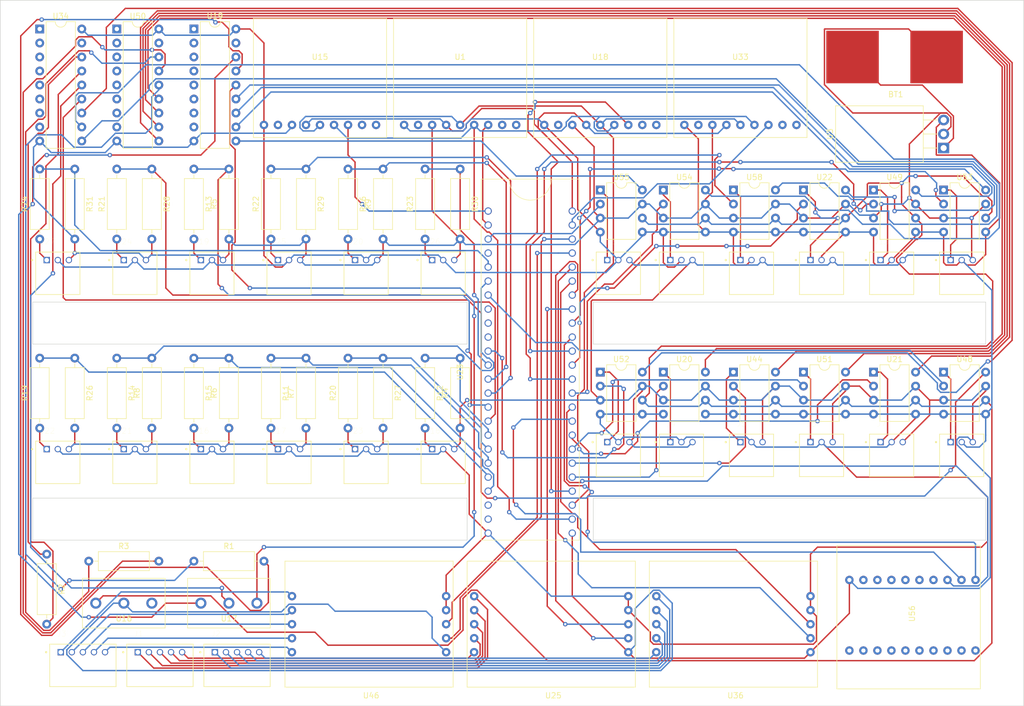
<source format=kicad_pcb>
(kicad_pcb (version 20171130) (host pcbnew "(5.1.10)-1")
  (layers (0 F.Cu signal) (31 B.Cu signal) (35 F.Paste user) (37 F.SilkS user) (38 B.Mask user) (39 F.Mask user) (44 Edge.Cuts user))
  (net 0 "")
  (net 1 GND1)
  (net 2 "Net-(BT1-Pad1)")
  (net 3 "Net-(J1-Pad1)")
  (net 4 "Net-(J1-Pad2)")
  (net 5 "Net-(J1-Pad3)")
  (net 6 "Net-(J1-Pad4)")
  (net 7 "Net-(J1-Pad5)")
  (net 8 "Net-(J2-Pad1)")
  (net 9 "Net-(J2-Pad2)")
  (net 10 "Net-(J2-Pad3)")
  (net 11 "Net-(J2-Pad4)")
  (net 12 "Net-(J2-Pad5)")
  (net 13 "Net-(J3-Pad1)")
  (net 14 "Net-(J3-Pad2)")
  (net 15 "Net-(J3-Pad3)")
  (net 16 "Net-(J3-Pad4)")
  (net 17 "Net-(J3-Pad5)")
  (net 18 "Net-(R1-Pad2)")
  (net 19 "Net-(R1-Pad1)")
  (net 20 "Net-(R2-Pad2)")
  (net 21 "Net-(R2-Pad1)")
  (net 22 "Net-(R3-Pad2)")
  (net 23 "Net-(R3-Pad1)")
  (net 24 "Net-(R12-Pad1)")
  (net 25 "Net-(R13-Pad1)")
  (net 26 "Net-(R15-Pad1)")
  (net 27 "Net-(R11-Pad1)")
  (net 28 "Net-(R14-Pad1)")
  (net 29 "Net-(R16-Pad1)")
  (net 30 "Net-(R19-Pad2)")
  (net 31 "Net-(R20-Pad2)")
  (net 32 "Net-(R21-Pad2)")
  (net 33 "Net-(R22-Pad2)")
  (net 34 "Net-(R23-Pad2)")
  (net 35 "Net-(R24-Pad2)")
  (net 36 +5V)
  (net 37 1)
  (net 38 14)
  (net 39 13)
  (net 40 51)
  (net 41 40)
  (net 42 41)
  (net 43 42)
  (net 44 43)
  (net 45 44)
  (net 46 45)
  (net 47 53)
  (net 48 54)
  (net 49 48)
  (net 50 46)
  (net 51 47)
  (net 52 49)
  (net 53 50)
  (net 54 52)
  (net 55 27)
  (net 56 26)
  (net 57 25)
  (net 58 15)
  (net 59 36)
  (net 60 37)
  (net 61 38)
  (net 62 39)
  (net 63 28)
  (net 64 3)
  (net 65 31)
  (net 66 6)
  (net 67 11)
  (net 68 8)
  (net 69 7)
  (net 70 58)
  (net 71 4)
  (net 72 5)
  (net 73 61)
  (net 74 60)
  (net 75 9)
  (net 76 10)
  (net 77 12)
  (net 78 3.3)
  (net 79 57)
  (net 80 16)
  (net 81 17)
  (net 82 18)
  (net 83 19)
  (net 84 20)
  (net 85 21)
  (net 86 2)
  (net 87 32)
  (net 88 33)
  (net 89 34)
  (net 90 35)
  (net 91 29)
  (net 92 30)
  (net 93 "Net-(J16-Pad1)")
  (net 94 "Net-(J17-Pad1)")
  (net 95 "Net-(J18-Pad1)")
  (net 96 "Net-(J19-Pad1)")
  (net 97 "Net-(J20-Pad1)")
  (net 98 "Net-(J21-Pad1)")
  (net 99 "Net-(J22-Pad1)")
  (net 100 "Net-(J23-Pad1)")
  (net 101 "Net-(J24-Pad1)")
  (net 102 "Net-(J25-Pad1)")
  (net 103 "Net-(J26-Pad1)")
  (net 104 "Net-(J27-Pad1)")
  (module Launchbox:3_Header (layer F.Cu) (at 160.02 71.12)
    (fp_text reference J15 (at 0.175 -3.335) (layer F.SilkS) (effects (font (thickness 0.015))))
    (fp_text value 440055-3)
    (pad 3 thru_hole circle (at 4.013 0) (size 1.15 1.15) (drill 0.8) (layers *.Cu *.Mask) (net 1 GND1))
    (pad 2 thru_hole circle (at 2.007 0) (size 1.15 1.15) (drill 0.8) (layers *.Cu *.Mask) (net 36 +5V))
    (pad 1 thru_hole rect (at 0 0) (size 1.15 1.15) (drill 0.8) (layers *.Cu *.Mask) (net 48 54))
  )
  (module Launchbox:3_Header (layer F.Cu) (at 222.25 104.14)
    (fp_text reference J8 (at 0.175 -3.335) (layer F.SilkS) (effects (font (thickness 0.015))))
    (fp_text value 440055-3)
    (pad 3 thru_hole circle (at 4.013 0) (size 1.15 1.15) (drill 0.8) (layers *.Cu *.Mask) (net 1 GND1))
    (pad 2 thru_hole circle (at 2.007 0) (size 1.15 1.15) (drill 0.8) (layers *.Cu *.Mask) (net 36 +5V))
    (pad 1 thru_hole rect (at 0 0) (size 1.15 1.15) (drill 0.8) (layers *.Cu *.Mask) (net 45 44))
  )
  (module Launchbox:MAX31856 (layer F.Cu) (at 133.35 38.1)
    (fp_text reference U1 (at 0 -3.81) (layer F.SilkS))
    (fp_text value MAX31856)
    (pad 1 thru_hole circle (at -10.16 8.509) (size 1.524 1.524) (drill 0.762) (layers *.Cu *.Mask) (net 36 +5V))
    (pad 2 thru_hole circle (at -7.62 8.509) (size 1.524 1.524) (drill 0.762) (layers *.Cu *.Mask))
    (pad 3 thru_hole circle (at -5.08 8.509) (size 1.524 1.524) (drill 0.762) (layers *.Cu *.Mask) (net 1 GND1))
    (pad 4 thru_hole circle (at -2.54 8.509) (size 1.524 1.524) (drill 0.762) (layers *.Cu *.Mask) (net 37 1))
    (pad 5 thru_hole circle (at 0 8.509) (size 1.524 1.524) (drill 0.762) (layers *.Cu *.Mask) (net 38 14))
    (pad 6 thru_hole circle (at 2.54 8.509) (size 1.524 1.524) (drill 0.762) (layers *.Cu *.Mask) (net 39 13))
    (pad 7 thru_hole circle (at 5.08 8.509) (size 1.524 1.524) (drill 0.762) (layers *.Cu *.Mask) (net 40 51))
    (pad 8 thru_hole circle (at 7.62 8.509) (size 1.524 1.524) (drill 0.762) (layers *.Cu *.Mask))
    (pad 9 thru_hole circle (at 10.16 8.509) (size 1.524 1.524) (drill 0.762) (layers *.Cu *.Mask))
  )
  (module Launchbox:MAX31856 (layer F.Cu) (at 158.75 38.1)
    (fp_text reference U18 (at 0 -3.81) (layer F.SilkS))
    (fp_text value MAX31856)
    (pad 9 thru_hole circle (at 10.16 8.509) (size 1.524 1.524) (drill 0.762) (layers *.Cu *.Mask))
    (pad 8 thru_hole circle (at 7.62 8.509) (size 1.524 1.524) (drill 0.762) (layers *.Cu *.Mask))
    (pad 7 thru_hole circle (at 5.08 8.509) (size 1.524 1.524) (drill 0.762) (layers *.Cu *.Mask) (net 58 15))
    (pad 6 thru_hole circle (at 2.54 8.509) (size 1.524 1.524) (drill 0.762) (layers *.Cu *.Mask) (net 39 13))
    (pad 5 thru_hole circle (at 0 8.509) (size 1.524 1.524) (drill 0.762) (layers *.Cu *.Mask) (net 38 14))
    (pad 4 thru_hole circle (at -2.54 8.509) (size 1.524 1.524) (drill 0.762) (layers *.Cu *.Mask) (net 37 1))
    (pad 3 thru_hole circle (at -5.08 8.509) (size 1.524 1.524) (drill 0.762) (layers *.Cu *.Mask) (net 1 GND1))
    (pad 2 thru_hole circle (at -7.62 8.509) (size 1.524 1.524) (drill 0.762) (layers *.Cu *.Mask))
    (pad 1 thru_hole circle (at -10.16 8.509) (size 1.524 1.524) (drill 0.762) (layers *.Cu *.Mask) (net 36 +5V))
  )
  (module Package_DIP:DIP-8_W7.62mm (layer F.Cu) (at 195.58 58.42)
    (fp_text reference U22 (at 3.81 -2.33) (layer F.SilkS))
    (fp_text value SPDT_IC)
    (pad 8 thru_hole oval (at 7.62 0) (size 1.6 1.6) (drill 0.8) (layers *.Cu *.Mask) (net 59 36))
    (pad 4 thru_hole oval (at 0 7.62) (size 1.6 1.6) (drill 0.8) (layers *.Cu *.Mask) (net 36 +5V))
    (pad 7 thru_hole oval (at 7.62 2.54) (size 1.6 1.6) (drill 0.8) (layers *.Cu *.Mask) (net 1 GND1))
    (pad 3 thru_hole oval (at 0 5.08) (size 1.6 1.6) (drill 0.8) (layers *.Cu *.Mask) (net 1 GND1))
    (pad 6 thru_hole oval (at 7.62 5.08) (size 1.6 1.6) (drill 0.8) (layers *.Cu *.Mask) (net 54 52))
    (pad 2 thru_hole oval (at 0 2.54) (size 1.6 1.6) (drill 0.8) (layers *.Cu *.Mask) (net 67 11))
    (pad 5 thru_hole oval (at 7.62 7.62) (size 1.6 1.6) (drill 0.8) (layers *.Cu *.Mask) (net 36 +5V))
    (pad 1 thru_hole rect (at 0 0) (size 1.6 1.6) (drill 0.8) (layers *.Cu *.Mask) (net 49 48))
  )
  (module Launchbox:MAX31856 (layer F.Cu) (at 107.95 38.1)
    (fp_text reference U15 (at 0 -3.81) (layer F.SilkS))
    (fp_text value MAX31856)
    (pad 1 thru_hole circle (at -10.16 8.509) (size 1.524 1.524) (drill 0.762) (layers *.Cu *.Mask) (net 36 +5V))
    (pad 2 thru_hole circle (at -7.62 8.509) (size 1.524 1.524) (drill 0.762) (layers *.Cu *.Mask))
    (pad 3 thru_hole circle (at -5.08 8.509) (size 1.524 1.524) (drill 0.762) (layers *.Cu *.Mask) (net 1 GND1))
    (pad 4 thru_hole circle (at -2.54 8.509) (size 1.524 1.524) (drill 0.762) (layers *.Cu *.Mask) (net 37 1))
    (pad 5 thru_hole circle (at 0 8.509) (size 1.524 1.524) (drill 0.762) (layers *.Cu *.Mask) (net 38 14))
    (pad 6 thru_hole circle (at 2.54 8.509) (size 1.524 1.524) (drill 0.762) (layers *.Cu *.Mask) (net 39 13))
    (pad 7 thru_hole circle (at 5.08 8.509) (size 1.524 1.524) (drill 0.762) (layers *.Cu *.Mask) (net 53 50))
    (pad 8 thru_hole circle (at 7.62 8.509) (size 1.524 1.524) (drill 0.762) (layers *.Cu *.Mask))
    (pad 9 thru_hole circle (at 10.16 8.509) (size 1.524 1.524) (drill 0.762) (layers *.Cu *.Mask))
  )
  (module Package_DIP:DIP-8_W7.62mm (layer F.Cu) (at 182.88 58.42)
    (fp_text reference U58 (at 3.81 -2.33) (layer F.SilkS))
    (fp_text value SPDT_IC)
    (pad 1 thru_hole rect (at 0 0) (size 1.6 1.6) (drill 0.8) (layers *.Cu *.Mask) (net 51 47))
    (pad 5 thru_hole oval (at 7.62 7.62) (size 1.6 1.6) (drill 0.8) (layers *.Cu *.Mask) (net 36 +5V))
    (pad 2 thru_hole oval (at 0 2.54) (size 1.6 1.6) (drill 0.8) (layers *.Cu *.Mask) (net 76 10))
    (pad 6 thru_hole oval (at 7.62 5.08) (size 1.6 1.6) (drill 0.8) (layers *.Cu *.Mask) (net 54 52))
    (pad 3 thru_hole oval (at 0 5.08) (size 1.6 1.6) (drill 0.8) (layers *.Cu *.Mask) (net 1 GND1))
    (pad 7 thru_hole oval (at 7.62 2.54) (size 1.6 1.6) (drill 0.8) (layers *.Cu *.Mask) (net 1 GND1))
    (pad 4 thru_hole oval (at 0 7.62) (size 1.6 1.6) (drill 0.8) (layers *.Cu *.Mask) (net 36 +5V))
    (pad 8 thru_hole oval (at 7.62 0) (size 1.6 1.6) (drill 0.8) (layers *.Cu *.Mask) (net 90 35))
  )
  (module Launchbox:3_Header (layer F.Cu) (at 100.33 71.12)
    (fp_text reference J25 (at 0.175 -3.335) (layer F.SilkS) (effects (font (thickness 0.015))))
    (fp_text value 440055-3)
    (pad 1 thru_hole rect (at 0 0) (size 1.15 1.15) (drill 0.8) (layers *.Cu *.Mask) (net 102 "Net-(J25-Pad1)"))
    (pad 2 thru_hole circle (at 2.007 0) (size 1.15 1.15) (drill 0.8) (layers *.Cu *.Mask) (net 36 +5V))
    (pad 3 thru_hole circle (at 4.013 0) (size 1.15 1.15) (drill 0.8) (layers *.Cu *.Mask) (net 1 GND1))
  )
  (module Launchbox:MAX31856 (layer F.Cu) (at 184.15 38.1)
    (fp_text reference U33 (at 0 -3.81) (layer F.SilkS))
    (fp_text value MAX31856)
    (pad 9 thru_hole circle (at 10.16 8.509) (size 1.524 1.524) (drill 0.762) (layers *.Cu *.Mask))
    (pad 8 thru_hole circle (at 7.62 8.509) (size 1.524 1.524) (drill 0.762) (layers *.Cu *.Mask))
    (pad 7 thru_hole circle (at 5.08 8.509) (size 1.524 1.524) (drill 0.762) (layers *.Cu *.Mask) (net 86 2))
    (pad 6 thru_hole circle (at 2.54 8.509) (size 1.524 1.524) (drill 0.762) (layers *.Cu *.Mask) (net 39 13))
    (pad 5 thru_hole circle (at 0 8.509) (size 1.524 1.524) (drill 0.762) (layers *.Cu *.Mask) (net 38 14))
    (pad 4 thru_hole circle (at -2.54 8.509) (size 1.524 1.524) (drill 0.762) (layers *.Cu *.Mask) (net 37 1))
    (pad 3 thru_hole circle (at -5.08 8.509) (size 1.524 1.524) (drill 0.762) (layers *.Cu *.Mask) (net 1 GND1))
    (pad 2 thru_hole circle (at -7.62 8.509) (size 1.524 1.524) (drill 0.762) (layers *.Cu *.Mask))
    (pad 1 thru_hole circle (at -10.16 8.509) (size 1.524 1.524) (drill 0.762) (layers *.Cu *.Mask) (net 36 +5V))
  )
  (module Package_DIP:DIP-8_W7.62mm (layer F.Cu) (at 170.18 58.42)
    (fp_text reference U54 (at 3.81 -2.33) (layer F.SilkS))
    (fp_text value SPDT_IC)
    (pad 1 thru_hole rect (at 0 0) (size 1.6 1.6) (drill 0.8) (layers *.Cu *.Mask) (net 50 46))
    (pad 5 thru_hole oval (at 7.62 7.62) (size 1.6 1.6) (drill 0.8) (layers *.Cu *.Mask) (net 36 +5V))
    (pad 2 thru_hole oval (at 0 2.54) (size 1.6 1.6) (drill 0.8) (layers *.Cu *.Mask) (net 75 9))
    (pad 6 thru_hole oval (at 7.62 5.08) (size 1.6 1.6) (drill 0.8) (layers *.Cu *.Mask) (net 54 52))
    (pad 3 thru_hole oval (at 0 5.08) (size 1.6 1.6) (drill 0.8) (layers *.Cu *.Mask) (net 1 GND1))
    (pad 7 thru_hole oval (at 7.62 2.54) (size 1.6 1.6) (drill 0.8) (layers *.Cu *.Mask) (net 1 GND1))
    (pad 4 thru_hole oval (at 0 7.62) (size 1.6 1.6) (drill 0.8) (layers *.Cu *.Mask) (net 36 +5V))
    (pad 8 thru_hole oval (at 7.62 0) (size 1.6 1.6) (drill 0.8) (layers *.Cu *.Mask) (net 89 34))
  )
  (module Launchbox:LoadCellAmp (layer F.Cu) (at 116.84 137.16)
    (fp_text reference U46 (at 0.381 12.954) (layer F.SilkS))
    (fp_text value LoadCellAmp)
    (pad 2 thru_hole circle (at -13.97 -2.54) (size 1.524 1.524) (drill 0.762) (layers *.Cu *.Mask) (net 14 "Net-(J3-Pad2)"))
    (pad 3 thru_hole circle (at -13.97 0) (size 1.524 1.524) (drill 0.762) (layers *.Cu *.Mask) (net 15 "Net-(J3-Pad3)"))
    (pad 4 thru_hole circle (at -13.97 2.54) (size 1.524 1.524) (drill 0.762) (layers *.Cu *.Mask) (net 16 "Net-(J3-Pad4)"))
    (pad 5 thru_hole circle (at -13.98 5.08) (size 1.524 1.524) (drill 0.762) (layers *.Cu *.Mask) (net 17 "Net-(J3-Pad5)"))
    (pad 1 thru_hole circle (at -13.97 -5.08) (size 1.524 1.524) (drill 0.762) (layers *.Cu *.Mask) (net 13 "Net-(J3-Pad1)"))
    (pad 10 thru_hole circle (at 13.97 -5.08) (size 1.524 1.524) (drill 0.762) (layers *.Cu *.Mask) (net 36 +5V))
    (pad 9 thru_hole circle (at 13.97 -2.54) (size 1.524 1.524) (drill 0.762) (layers *.Cu *.Mask) (net 36 +5V))
    (pad 8 thru_hole circle (at 13.97 0) (size 1.524 1.524) (drill 0.762) (layers *.Cu *.Mask) (net 84 20))
    (pad 7 thru_hole circle (at 13.97 2.54) (size 1.524 1.524) (drill 0.762) (layers *.Cu *.Mask) (net 85 21))
    (pad 6 thru_hole circle (at 13.97 5.08) (size 1.524 1.524) (drill 0.762) (layers *.Cu *.Mask) (net 1 GND1))
  )
  (module Launchbox:Lipo_Battery_Connector (layer F.Cu) (at 212.09 34.29)
    (fp_text reference BT1 (at 0.21 6.78) (layer F.SilkS))
    (fp_text value Battery_Cell)
    (pad 1 smd rect (at -7.62 0) (size 9.525 9.525) (layers F.Cu F.Paste F.Mask) (net 2 "Net-(BT1-Pad1)"))
    (pad 2 smd rect (at 7.62 0) (size 9.525 9.525) (layers F.Cu F.Paste F.Mask) (net 1 GND1))
  )
  (module Launchbox:5_Header (layer F.Cu) (at 74.93 142.24)
    (fp_text reference J1 (at 0.175 -3.335) (layer F.SilkS) (effects (font (thickness 0.015))))
    (fp_text value 440055-5)
    (pad 1 thru_hole rect (at 0 0) (size 1.15 1.15) (drill 0.8) (layers *.Cu *.Mask) (net 3 "Net-(J1-Pad1)"))
    (pad 2 thru_hole circle (at 2.007 0) (size 1.15 1.15) (drill 0.8) (layers *.Cu *.Mask) (net 4 "Net-(J1-Pad2)"))
    (pad 3 thru_hole circle (at 4.013 0) (size 1.15 1.15) (drill 0.8) (layers *.Cu *.Mask) (net 5 "Net-(J1-Pad3)"))
    (pad 4 thru_hole circle (at 6.02 0) (size 1.15 1.15) (drill 0.8) (layers *.Cu *.Mask) (net 6 "Net-(J1-Pad4)"))
    (pad 5 thru_hole circle (at 8.026 0) (size 1.15 1.15) (drill 0.8) (layers *.Cu *.Mask) (net 7 "Net-(J1-Pad5)"))
  )
  (module Launchbox:5_Header (layer F.Cu) (at 88.9 142.24)
    (fp_text reference J2 (at 0.175 -3.335) (layer F.SilkS) (effects (font (thickness 0.015))))
    (fp_text value 440055-5)
    (pad 5 thru_hole circle (at 8.026 0) (size 1.15 1.15) (drill 0.8) (layers *.Cu *.Mask) (net 12 "Net-(J2-Pad5)"))
    (pad 4 thru_hole circle (at 6.02 0) (size 1.15 1.15) (drill 0.8) (layers *.Cu *.Mask) (net 11 "Net-(J2-Pad4)"))
    (pad 3 thru_hole circle (at 4.013 0) (size 1.15 1.15) (drill 0.8) (layers *.Cu *.Mask) (net 10 "Net-(J2-Pad3)"))
    (pad 2 thru_hole circle (at 2.007 0) (size 1.15 1.15) (drill 0.8) (layers *.Cu *.Mask) (net 9 "Net-(J2-Pad2)"))
    (pad 1 thru_hole rect (at 0 0) (size 1.15 1.15) (drill 0.8) (layers *.Cu *.Mask) (net 8 "Net-(J2-Pad1)"))
  )
  (module Launchbox:5_Header (layer F.Cu) (at 60.96 142.24)
    (fp_text reference J3 (at 0.175 -3.335) (layer F.SilkS) (effects (font (thickness 0.015))))
    (fp_text value 440055-5)
    (pad 1 thru_hole rect (at 0 0) (size 1.15 1.15) (drill 0.8) (layers *.Cu *.Mask) (net 13 "Net-(J3-Pad1)"))
    (pad 2 thru_hole circle (at 2.007 0) (size 1.15 1.15) (drill 0.8) (layers *.Cu *.Mask) (net 14 "Net-(J3-Pad2)"))
    (pad 3 thru_hole circle (at 4.013 0) (size 1.15 1.15) (drill 0.8) (layers *.Cu *.Mask) (net 15 "Net-(J3-Pad3)"))
    (pad 4 thru_hole circle (at 6.02 0) (size 1.15 1.15) (drill 0.8) (layers *.Cu *.Mask) (net 16 "Net-(J3-Pad4)"))
    (pad 5 thru_hole circle (at 8.026 0) (size 1.15 1.15) (drill 0.8) (layers *.Cu *.Mask) (net 17 "Net-(J3-Pad5)"))
  )
  (module Launchbox:3_Header (layer F.Cu) (at 171.45 104.14)
    (fp_text reference J4 (at 0.175 -3.335) (layer F.SilkS) (effects (font (thickness 0.015))))
    (fp_text value 440055-3)
    (pad 3 thru_hole circle (at 4.013 0) (size 1.15 1.15) (drill 0.8) (layers *.Cu *.Mask) (net 1 GND1))
    (pad 2 thru_hole circle (at 2.007 0) (size 1.15 1.15) (drill 0.8) (layers *.Cu *.Mask) (net 36 +5V))
    (pad 1 thru_hole rect (at 0 0) (size 1.15 1.15) (drill 0.8) (layers *.Cu *.Mask) (net 41 40))
  )
  (module Launchbox:3_Header (layer F.Cu) (at 184.15 104.14)
    (fp_text reference J5 (at 0.175 -3.335) (layer F.SilkS) (effects (font (thickness 0.015))))
    (fp_text value 440055-3)
    (pad 1 thru_hole rect (at 0 0) (size 1.15 1.15) (drill 0.8) (layers *.Cu *.Mask) (net 42 41))
    (pad 2 thru_hole circle (at 2.007 0) (size 1.15 1.15) (drill 0.8) (layers *.Cu *.Mask) (net 36 +5V))
    (pad 3 thru_hole circle (at 4.013 0) (size 1.15 1.15) (drill 0.8) (layers *.Cu *.Mask) (net 1 GND1))
  )
  (module Launchbox:3_Header (layer F.Cu) (at 196.85 104.14)
    (fp_text reference J6 (at 0.175 -3.335) (layer F.SilkS) (effects (font (thickness 0.015))))
    (fp_text value 440055-3)
    (pad 3 thru_hole circle (at 4.013 0) (size 1.15 1.15) (drill 0.8) (layers *.Cu *.Mask) (net 1 GND1))
    (pad 2 thru_hole circle (at 2.007 0) (size 1.15 1.15) (drill 0.8) (layers *.Cu *.Mask) (net 36 +5V))
    (pad 1 thru_hole rect (at 0 0) (size 1.15 1.15) (drill 0.8) (layers *.Cu *.Mask) (net 43 42))
  )
  (module Launchbox:3_Header (layer F.Cu) (at 209.55 104.14)
    (fp_text reference J7 (at 0.175 -3.335) (layer F.SilkS) (effects (font (thickness 0.015))))
    (fp_text value 440055-3)
    (pad 1 thru_hole rect (at 0 0) (size 1.15 1.15) (drill 0.8) (layers *.Cu *.Mask) (net 44 43))
    (pad 2 thru_hole circle (at 2.007 0) (size 1.15 1.15) (drill 0.8) (layers *.Cu *.Mask) (net 36 +5V))
    (pad 3 thru_hole circle (at 4.013 0) (size 1.15 1.15) (drill 0.8) (layers *.Cu *.Mask) (net 1 GND1))
  )
  (module Launchbox:3_Header (layer F.Cu) (at 160.02 104.14)
    (fp_text reference J9 (at 0.175 -3.335) (layer F.SilkS) (effects (font (thickness 0.015))))
    (fp_text value 440055-3)
    (pad 1 thru_hole rect (at 0 0) (size 1.15 1.15) (drill 0.8) (layers *.Cu *.Mask) (net 46 45))
    (pad 2 thru_hole circle (at 2.007 0) (size 1.15 1.15) (drill 0.8) (layers *.Cu *.Mask) (net 36 +5V))
    (pad 3 thru_hole circle (at 4.013 0) (size 1.15 1.15) (drill 0.8) (layers *.Cu *.Mask) (net 1 GND1))
  )
  (module Launchbox:3_Header (layer F.Cu) (at 171.45 71.12)
    (fp_text reference J10 (at 0.175 -3.335) (layer F.SilkS) (effects (font (thickness 0.015))))
    (fp_text value 440055-3)
    (pad 3 thru_hole circle (at 4.013 0) (size 1.15 1.15) (drill 0.8) (layers *.Cu *.Mask) (net 1 GND1))
    (pad 2 thru_hole circle (at 2.007 0) (size 1.15 1.15) (drill 0.8) (layers *.Cu *.Mask) (net 36 +5V))
    (pad 1 thru_hole rect (at 0 0) (size 1.15 1.15) (drill 0.8) (layers *.Cu *.Mask) (net 50 46))
  )
  (module Launchbox:3_Header (layer F.Cu) (at 184.15 71.12)
    (fp_text reference J11 (at 0.175 -3.335) (layer F.SilkS) (effects (font (thickness 0.015))))
    (fp_text value 440055-3)
    (pad 1 thru_hole rect (at 0 0) (size 1.15 1.15) (drill 0.8) (layers *.Cu *.Mask) (net 51 47))
    (pad 2 thru_hole circle (at 2.007 0) (size 1.15 1.15) (drill 0.8) (layers *.Cu *.Mask) (net 36 +5V))
    (pad 3 thru_hole circle (at 4.013 0) (size 1.15 1.15) (drill 0.8) (layers *.Cu *.Mask) (net 1 GND1))
  )
  (module Launchbox:3_Header (layer F.Cu) (at 196.85 71.12)
    (fp_text reference J12 (at 0.175 -3.335) (layer F.SilkS) (effects (font (thickness 0.015))))
    (fp_text value 440055-3)
    (pad 3 thru_hole circle (at 4.013 0) (size 1.15 1.15) (drill 0.8) (layers *.Cu *.Mask) (net 1 GND1))
    (pad 2 thru_hole circle (at 2.007 0) (size 1.15 1.15) (drill 0.8) (layers *.Cu *.Mask) (net 36 +5V))
    (pad 1 thru_hole rect (at 0 0) (size 1.15 1.15) (drill 0.8) (layers *.Cu *.Mask) (net 49 48))
  )
  (module Launchbox:3_Header (layer F.Cu) (at 209.55 71.12)
    (fp_text reference J13 (at 0.175 -3.335) (layer F.SilkS) (effects (font (thickness 0.015))))
    (fp_text value 440055-3)
    (pad 1 thru_hole rect (at 0 0) (size 1.15 1.15) (drill 0.8) (layers *.Cu *.Mask) (net 52 49))
    (pad 2 thru_hole circle (at 2.007 0) (size 1.15 1.15) (drill 0.8) (layers *.Cu *.Mask) (net 36 +5V))
    (pad 3 thru_hole circle (at 4.013 0) (size 1.15 1.15) (drill 0.8) (layers *.Cu *.Mask) (net 1 GND1))
  )
  (module Launchbox:3_Header (layer F.Cu) (at 222.25 71.12)
    (fp_text reference J14 (at 0.175 -3.335) (layer F.SilkS) (effects (font (thickness 0.015))))
    (fp_text value 440055-3)
    (pad 3 thru_hole circle (at 4.013 0) (size 1.15 1.15) (drill 0.8) (layers *.Cu *.Mask) (net 1 GND1))
    (pad 2 thru_hole circle (at 2.007 0) (size 1.15 1.15) (drill 0.8) (layers *.Cu *.Mask) (net 36 +5V))
    (pad 1 thru_hole rect (at 0 0) (size 1.15 1.15) (drill 0.8) (layers *.Cu *.Mask) (net 47 53))
  )
  (module Launchbox:3_Header (layer F.Cu) (at 86.36 105.41)
    (fp_text reference J16 (at 0.175 -3.335) (layer F.SilkS) (effects (font (thickness 0.015))))
    (fp_text value 440055-3)
    (pad 1 thru_hole rect (at 0 0) (size 1.15 1.15) (drill 0.8) (layers *.Cu *.Mask) (net 93 "Net-(J16-Pad1)"))
    (pad 2 thru_hole circle (at 2.007 0) (size 1.15 1.15) (drill 0.8) (layers *.Cu *.Mask) (net 36 +5V))
    (pad 3 thru_hole circle (at 4.013 0) (size 1.15 1.15) (drill 0.8) (layers *.Cu *.Mask) (net 1 GND1))
  )
  (module Launchbox:3_Header (layer F.Cu) (at 100.33 105.41)
    (fp_text reference J17 (at 0.175 -3.335) (layer F.SilkS) (effects (font (thickness 0.015))))
    (fp_text value 440055-3)
    (pad 1 thru_hole rect (at 0 0) (size 1.15 1.15) (drill 0.8) (layers *.Cu *.Mask) (net 94 "Net-(J17-Pad1)"))
    (pad 2 thru_hole circle (at 2.007 0) (size 1.15 1.15) (drill 0.8) (layers *.Cu *.Mask) (net 36 +5V))
    (pad 3 thru_hole circle (at 4.013 0) (size 1.15 1.15) (drill 0.8) (layers *.Cu *.Mask) (net 1 GND1))
  )
  (module Launchbox:3_Header (layer F.Cu) (at 128.27 105.41)
    (fp_text reference J18 (at 0.175 -3.335) (layer F.SilkS) (effects (font (thickness 0.015))))
    (fp_text value 440055-3)
    (pad 3 thru_hole circle (at 4.013 0) (size 1.15 1.15) (drill 0.8) (layers *.Cu *.Mask) (net 1 GND1))
    (pad 2 thru_hole circle (at 2.007 0) (size 1.15 1.15) (drill 0.8) (layers *.Cu *.Mask) (net 36 +5V))
    (pad 1 thru_hole rect (at 0 0) (size 1.15 1.15) (drill 0.8) (layers *.Cu *.Mask) (net 95 "Net-(J18-Pad1)"))
  )
  (module Launchbox:3_Header (layer F.Cu) (at 86.36 71.12)
    (fp_text reference J19 (at 0.175 -3.335) (layer F.SilkS) (effects (font (thickness 0.015))))
    (fp_text value 440055-3)
    (pad 1 thru_hole rect (at 0 0) (size 1.15 1.15) (drill 0.8) (layers *.Cu *.Mask) (net 96 "Net-(J19-Pad1)"))
    (pad 2 thru_hole circle (at 2.007 0) (size 1.15 1.15) (drill 0.8) (layers *.Cu *.Mask) (net 36 +5V))
    (pad 3 thru_hole circle (at 4.013 0) (size 1.15 1.15) (drill 0.8) (layers *.Cu *.Mask) (net 1 GND1))
  )
  (module Launchbox:3_Header (layer F.Cu) (at 114.3 71.12)
    (fp_text reference J20 (at 0.175 -3.335) (layer F.SilkS) (effects (font (thickness 0.015))))
    (fp_text value 440055-3)
    (pad 3 thru_hole circle (at 4.013 0) (size 1.15 1.15) (drill 0.8) (layers *.Cu *.Mask) (net 1 GND1))
    (pad 2 thru_hole circle (at 2.007 0) (size 1.15 1.15) (drill 0.8) (layers *.Cu *.Mask) (net 36 +5V))
    (pad 1 thru_hole rect (at 0 0) (size 1.15 1.15) (drill 0.8) (layers *.Cu *.Mask) (net 97 "Net-(J20-Pad1)"))
  )
  (module Launchbox:3_Header (layer F.Cu) (at 72.39 105.41)
    (fp_text reference J21 (at 0.175 -3.335) (layer F.SilkS) (effects (font (thickness 0.015))))
    (fp_text value 440055-3)
    (pad 1 thru_hole rect (at 0 0) (size 1.15 1.15) (drill 0.8) (layers *.Cu *.Mask) (net 98 "Net-(J21-Pad1)"))
    (pad 2 thru_hole circle (at 2.007 0) (size 1.15 1.15) (drill 0.8) (layers *.Cu *.Mask) (net 36 +5V))
    (pad 3 thru_hole circle (at 4.013 0) (size 1.15 1.15) (drill 0.8) (layers *.Cu *.Mask) (net 1 GND1))
  )
  (module Launchbox:3_Header (layer F.Cu) (at 58.42 105.41)
    (fp_text reference J22 (at 0.175 -3.335) (layer F.SilkS) (effects (font (thickness 0.015))))
    (fp_text value 440055-3)
    (pad 3 thru_hole circle (at 4.013 0) (size 1.15 1.15) (drill 0.8) (layers *.Cu *.Mask) (net 1 GND1))
    (pad 2 thru_hole circle (at 2.007 0) (size 1.15 1.15) (drill 0.8) (layers *.Cu *.Mask) (net 36 +5V))
    (pad 1 thru_hole rect (at 0 0) (size 1.15 1.15) (drill 0.8) (layers *.Cu *.Mask) (net 99 "Net-(J22-Pad1)"))
  )
  (module Launchbox:3_Header (layer F.Cu) (at 114.3 105.41)
    (fp_text reference J23 (at 0.175 -3.335) (layer F.SilkS) (effects (font (thickness 0.015))))
    (fp_text value 440055-3)
    (pad 1 thru_hole rect (at 0 0) (size 1.15 1.15) (drill 0.8) (layers *.Cu *.Mask) (net 100 "Net-(J23-Pad1)"))
    (pad 2 thru_hole circle (at 2.007 0) (size 1.15 1.15) (drill 0.8) (layers *.Cu *.Mask) (net 36 +5V))
    (pad 3 thru_hole circle (at 4.013 0) (size 1.15 1.15) (drill 0.8) (layers *.Cu *.Mask) (net 1 GND1))
  )
  (module Launchbox:3_Header (layer F.Cu) (at 72.39 71.12)
    (fp_text reference J24 (at 0.175 -3.335) (layer F.SilkS) (effects (font (thickness 0.015))))
    (fp_text value 440055-3)
    (pad 3 thru_hole circle (at 4.013 0) (size 1.15 1.15) (drill 0.8) (layers *.Cu *.Mask) (net 1 GND1))
    (pad 2 thru_hole circle (at 2.007 0) (size 1.15 1.15) (drill 0.8) (layers *.Cu *.Mask) (net 36 +5V))
    (pad 1 thru_hole rect (at 0 0) (size 1.15 1.15) (drill 0.8) (layers *.Cu *.Mask) (net 101 "Net-(J24-Pad1)"))
  )
  (module Launchbox:3_Header (layer F.Cu) (at 128.27 71.12)
    (fp_text reference J26 (at 0.175 -3.335) (layer F.SilkS) (effects (font (thickness 0.015))))
    (fp_text value 440055-3)
    (pad 1 thru_hole rect (at 0 0) (size 1.15 1.15) (drill 0.8) (layers *.Cu *.Mask) (net 103 "Net-(J26-Pad1)"))
    (pad 2 thru_hole circle (at 2.007 0) (size 1.15 1.15) (drill 0.8) (layers *.Cu *.Mask) (net 36 +5V))
    (pad 3 thru_hole circle (at 4.013 0) (size 1.15 1.15) (drill 0.8) (layers *.Cu *.Mask) (net 1 GND1))
  )
  (module Launchbox:3_Header (layer F.Cu) (at 58.42 71.12)
    (fp_text reference J27 (at 0.175 -3.335) (layer F.SilkS) (effects (font (thickness 0.015))))
    (fp_text value 440055-3)
    (pad 3 thru_hole circle (at 4.013 0) (size 1.15 1.15) (drill 0.8) (layers *.Cu *.Mask) (net 1 GND1))
    (pad 2 thru_hole circle (at 2.007 0) (size 1.15 1.15) (drill 0.8) (layers *.Cu *.Mask) (net 36 +5V))
    (pad 1 thru_hole rect (at 0 0) (size 1.15 1.15) (drill 0.8) (layers *.Cu *.Mask) (net 104 "Net-(J27-Pad1)"))
  )
  (module Resistor_THT:R_Axial_DIN0309_L9.0mm_D3.2mm_P12.70mm_Horizontal (layer F.Cu) (at 85.09 125.73)
    (fp_text reference R1 (at 6.35 -2.72) (layer F.SilkS))
    (fp_text value R_US)
    (pad 2 thru_hole oval (at 12.7 0) (size 1.6 1.6) (drill 0.8) (layers *.Cu *.Mask) (net 18 "Net-(R1-Pad2)"))
    (pad 1 thru_hole circle (at 0 0) (size 1.6 1.6) (drill 0.8) (layers *.Cu *.Mask) (net 19 "Net-(R1-Pad1)"))
  )
  (module Resistor_THT:R_Axial_DIN0309_L9.0mm_D3.2mm_P12.70mm_Horizontal (layer F.Cu) (at 58.42 124.46 270)
    (fp_text reference R2 (at 6.35 -2.72 90) (layer F.SilkS))
    (fp_text value R_US)
    (pad 1 thru_hole circle (at 0 0 270) (size 1.6 1.6) (drill 0.8) (layers *.Cu *.Mask) (net 21 "Net-(R2-Pad1)"))
    (pad 2 thru_hole oval (at 12.7 0 270) (size 1.6 1.6) (drill 0.8) (layers *.Cu *.Mask) (net 20 "Net-(R2-Pad2)"))
  )
  (module Resistor_THT:R_Axial_DIN0309_L9.0mm_D3.2mm_P12.70mm_Horizontal (layer F.Cu) (at 66.04 125.73)
    (fp_text reference R3 (at 6.35 -2.72) (layer F.SilkS))
    (fp_text value R_US)
    (pad 2 thru_hole oval (at 12.7 0) (size 1.6 1.6) (drill 0.8) (layers *.Cu *.Mask) (net 22 "Net-(R3-Pad2)"))
    (pad 1 thru_hole circle (at 0 0) (size 1.6 1.6) (drill 0.8) (layers *.Cu *.Mask) (net 23 "Net-(R3-Pad1)"))
  )
  (module Resistor_THT:R_Axial_DIN0309_L9.0mm_D3.2mm_P12.70mm_Horizontal (layer F.Cu) (at 133.35 101.6 90)
    (fp_text reference R4 (at 6.35 -2.72 90) (layer F.SilkS))
    (fp_text value R_US)
    (pad 1 thru_hole circle (at 0 0 90) (size 1.6 1.6) (drill 0.8) (layers *.Cu *.Mask) (net 1 GND1))
    (pad 2 thru_hole oval (at 12.7 0 90) (size 1.6 1.6) (drill 0.8) (layers *.Cu *.Mask) (net 24 "Net-(R12-Pad1)"))
  )
  (module Resistor_THT:R_Axial_DIN0309_L9.0mm_D3.2mm_P12.70mm_Horizontal (layer F.Cu) (at 91.44 67.31 90)
    (fp_text reference R5 (at 6.35 -2.72 90) (layer F.SilkS))
    (fp_text value R_US)
    (pad 1 thru_hole circle (at 0 0 90) (size 1.6 1.6) (drill 0.8) (layers *.Cu *.Mask) (net 1 GND1))
    (pad 2 thru_hole oval (at 12.7 0 90) (size 1.6 1.6) (drill 0.8) (layers *.Cu *.Mask) (net 25 "Net-(R13-Pad1)"))
  )
  (module Resistor_THT:R_Axial_DIN0309_L9.0mm_D3.2mm_P12.70mm_Horizontal (layer F.Cu) (at 91.44 101.6 90)
    (fp_text reference R6 (at 6.35 -2.72 90) (layer F.SilkS))
    (fp_text value R_US)
    (pad 2 thru_hole oval (at 12.7 0 90) (size 1.6 1.6) (drill 0.8) (layers *.Cu *.Mask) (net 26 "Net-(R15-Pad1)"))
    (pad 1 thru_hole circle (at 0 0 90) (size 1.6 1.6) (drill 0.8) (layers *.Cu *.Mask) (net 1 GND1))
  )
  (module Resistor_THT:R_Axial_DIN0309_L9.0mm_D3.2mm_P12.70mm_Horizontal (layer F.Cu) (at 105.41 101.6 90)
    (fp_text reference R7 (at 6.35 -2.72 90) (layer F.SilkS))
    (fp_text value R_US)
    (pad 1 thru_hole circle (at 0 0 90) (size 1.6 1.6) (drill 0.8) (layers *.Cu *.Mask) (net 1 GND1))
    (pad 2 thru_hole oval (at 12.7 0 90) (size 1.6 1.6) (drill 0.8) (layers *.Cu *.Mask) (net 27 "Net-(R11-Pad1)"))
  )
  (module Resistor_THT:R_Axial_DIN0309_L9.0mm_D3.2mm_P12.70mm_Horizontal (layer F.Cu) (at 77.47 101.6 90)
    (fp_text reference R8 (at 6.35 -2.72 90) (layer F.SilkS))
    (fp_text value R_US)
    (pad 1 thru_hole circle (at 0 0 90) (size 1.6 1.6) (drill 0.8) (layers *.Cu *.Mask) (net 1 GND1))
    (pad 2 thru_hole oval (at 12.7 0 90) (size 1.6 1.6) (drill 0.8) (layers *.Cu *.Mask) (net 28 "Net-(R14-Pad1)"))
  )
  (module Resistor_THT:R_Axial_DIN0309_L9.0mm_D3.2mm_P12.70mm_Horizontal (layer F.Cu) (at 119.38 67.31 90)
    (fp_text reference R9 (at 6.35 -2.72 90) (layer F.SilkS))
    (fp_text value R_US)
    (pad 2 thru_hole oval (at 12.7 0 90) (size 1.6 1.6) (drill 0.8) (layers *.Cu *.Mask) (net 29 "Net-(R16-Pad1)"))
    (pad 1 thru_hole circle (at 0 0 90) (size 1.6 1.6) (drill 0.8) (layers *.Cu *.Mask) (net 1 GND1))
  )
  (module Resistor_THT:R_Axial_DIN0309_L9.0mm_D3.2mm_P12.70mm_Horizontal (layer F.Cu) (at 99.06 88.9 270)
    (fp_text reference R11 (at 6.35 -2.72 90) (layer F.SilkS))
    (fp_text value R_US)
    (pad 2 thru_hole oval (at 12.7 0 270) (size 1.6 1.6) (drill 0.8) (layers *.Cu *.Mask) (net 94 "Net-(J17-Pad1)"))
    (pad 1 thru_hole circle (at 0 0 270) (size 1.6 1.6) (drill 0.8) (layers *.Cu *.Mask) (net 27 "Net-(R11-Pad1)"))
  )
  (module Resistor_THT:R_Axial_DIN0309_L9.0mm_D3.2mm_P12.70mm_Horizontal (layer F.Cu) (at 127 88.9 270)
    (fp_text reference R12 (at 6.35 -2.72 90) (layer F.SilkS))
    (fp_text value R_US)
    (pad 2 thru_hole oval (at 12.7 0 270) (size 1.6 1.6) (drill 0.8) (layers *.Cu *.Mask) (net 95 "Net-(J18-Pad1)"))
    (pad 1 thru_hole circle (at 0 0 270) (size 1.6 1.6) (drill 0.8) (layers *.Cu *.Mask) (net 24 "Net-(R12-Pad1)"))
  )
  (module Resistor_THT:R_Axial_DIN0309_L9.0mm_D3.2mm_P12.70mm_Horizontal (layer F.Cu) (at 85.09 54.61 270)
    (fp_text reference R13 (at 6.35 -2.72 90) (layer F.SilkS))
    (fp_text value R_US)
    (pad 2 thru_hole oval (at 12.7 0 270) (size 1.6 1.6) (drill 0.8) (layers *.Cu *.Mask) (net 96 "Net-(J19-Pad1)"))
    (pad 1 thru_hole circle (at 0 0 270) (size 1.6 1.6) (drill 0.8) (layers *.Cu *.Mask) (net 25 "Net-(R13-Pad1)"))
  )
  (module Resistor_THT:R_Axial_DIN0309_L9.0mm_D3.2mm_P12.70mm_Horizontal (layer F.Cu) (at 71.12 88.9 270)
    (fp_text reference R14 (at 6.35 -2.72 90) (layer F.SilkS))
    (fp_text value R_US)
    (pad 2 thru_hole oval (at 12.7 0 270) (size 1.6 1.6) (drill 0.8) (layers *.Cu *.Mask) (net 98 "Net-(J21-Pad1)"))
    (pad 1 thru_hole circle (at 0 0 270) (size 1.6 1.6) (drill 0.8) (layers *.Cu *.Mask) (net 28 "Net-(R14-Pad1)"))
  )
  (module Resistor_THT:R_Axial_DIN0309_L9.0mm_D3.2mm_P12.70mm_Horizontal (layer F.Cu) (at 85.09 88.9 270)
    (fp_text reference R15 (at 6.35 -2.72 90) (layer F.SilkS))
    (fp_text value R_US)
    (pad 1 thru_hole circle (at 0 0 270) (size 1.6 1.6) (drill 0.8) (layers *.Cu *.Mask) (net 26 "Net-(R15-Pad1)"))
    (pad 2 thru_hole oval (at 12.7 0 270) (size 1.6 1.6) (drill 0.8) (layers *.Cu *.Mask) (net 93 "Net-(J16-Pad1)"))
  )
  (module Resistor_THT:R_Axial_DIN0309_L9.0mm_D3.2mm_P12.70mm_Horizontal (layer F.Cu) (at 113.03 54.61 270)
    (fp_text reference R16 (at 6.35 -2.72 90) (layer F.SilkS))
    (fp_text value R_US)
    (pad 1 thru_hole circle (at 0 0 270) (size 1.6 1.6) (drill 0.8) (layers *.Cu *.Mask) (net 29 "Net-(R16-Pad1)"))
    (pad 2 thru_hole oval (at 12.7 0 270) (size 1.6 1.6) (drill 0.8) (layers *.Cu *.Mask) (net 97 "Net-(J20-Pad1)"))
  )
  (module Resistor_THT:R_Axial_DIN0309_L9.0mm_D3.2mm_P12.70mm_Horizontal (layer F.Cu) (at 57.15 101.6 90)
    (fp_text reference R19 (at 6.35 -2.72 90) (layer F.SilkS))
    (fp_text value R_US)
    (pad 2 thru_hole oval (at 12.7 0 90) (size 1.6 1.6) (drill 0.8) (layers *.Cu *.Mask) (net 30 "Net-(R19-Pad2)"))
    (pad 1 thru_hole circle (at 0 0 90) (size 1.6 1.6) (drill 0.8) (layers *.Cu *.Mask) (net 99 "Net-(J22-Pad1)"))
  )
  (module Resistor_THT:R_Axial_DIN0309_L9.0mm_D3.2mm_P12.70mm_Horizontal (layer F.Cu) (at 113.03 101.6 90)
    (fp_text reference R20 (at 6.35 -2.72 90) (layer F.SilkS))
    (fp_text value R_US)
    (pad 1 thru_hole circle (at 0 0 90) (size 1.6 1.6) (drill 0.8) (layers *.Cu *.Mask) (net 100 "Net-(J23-Pad1)"))
    (pad 2 thru_hole oval (at 12.7 0 90) (size 1.6 1.6) (drill 0.8) (layers *.Cu *.Mask) (net 31 "Net-(R20-Pad2)"))
  )
  (module Resistor_THT:R_Axial_DIN0309_L9.0mm_D3.2mm_P12.70mm_Horizontal (layer F.Cu) (at 71.12 67.31 90)
    (fp_text reference R21 (at 6.35 -2.72 90) (layer F.SilkS))
    (fp_text value R_US)
    (pad 1 thru_hole circle (at 0 0 90) (size 1.6 1.6) (drill 0.8) (layers *.Cu *.Mask) (net 101 "Net-(J24-Pad1)"))
    (pad 2 thru_hole oval (at 12.7 0 90) (size 1.6 1.6) (drill 0.8) (layers *.Cu *.Mask) (net 32 "Net-(R21-Pad2)"))
  )
  (module Resistor_THT:R_Axial_DIN0309_L9.0mm_D3.2mm_P12.70mm_Horizontal (layer F.Cu) (at 99.06 67.31 90)
    (fp_text reference R22 (at 6.35 -2.72 90) (layer F.SilkS))
    (fp_text value R_US)
    (pad 1 thru_hole circle (at 0 0 90) (size 1.6 1.6) (drill 0.8) (layers *.Cu *.Mask) (net 102 "Net-(J25-Pad1)"))
    (pad 2 thru_hole oval (at 12.7 0 90) (size 1.6 1.6) (drill 0.8) (layers *.Cu *.Mask) (net 33 "Net-(R22-Pad2)"))
  )
  (module Resistor_THT:R_Axial_DIN0309_L9.0mm_D3.2mm_P12.70mm_Horizontal (layer F.Cu) (at 127 67.31 90)
    (fp_text reference R23 (at 6.35 -2.72 90) (layer F.SilkS))
    (fp_text value R_US)
    (pad 2 thru_hole oval (at 12.7 0 90) (size 1.6 1.6) (drill 0.8) (layers *.Cu *.Mask) (net 34 "Net-(R23-Pad2)"))
    (pad 1 thru_hole circle (at 0 0 90) (size 1.6 1.6) (drill 0.8) (layers *.Cu *.Mask) (net 103 "Net-(J26-Pad1)"))
  )
  (module Resistor_THT:R_Axial_DIN0309_L9.0mm_D3.2mm_P12.70mm_Horizontal (layer F.Cu) (at 57.15 67.31 90)
    (fp_text reference R24 (at 6.35 -2.72 90) (layer F.SilkS))
    (fp_text value R_US)
    (pad 2 thru_hole oval (at 12.7 0 90) (size 1.6 1.6) (drill 0.8) (layers *.Cu *.Mask) (net 35 "Net-(R24-Pad2)"))
    (pad 1 thru_hole circle (at 0 0 90) (size 1.6 1.6) (drill 0.8) (layers *.Cu *.Mask) (net 104 "Net-(J27-Pad1)"))
  )
  (module Resistor_THT:R_Axial_DIN0309_L9.0mm_D3.2mm_P12.70mm_Horizontal (layer F.Cu) (at 63.5 88.9 270)
    (fp_text reference R26 (at 6.35 -2.72 90) (layer F.SilkS))
    (fp_text value R_US)
    (pad 1 thru_hole circle (at 0 0 270) (size 1.6 1.6) (drill 0.8) (layers *.Cu *.Mask) (net 30 "Net-(R19-Pad2)"))
    (pad 2 thru_hole oval (at 12.7 0 270) (size 1.6 1.6) (drill 0.8) (layers *.Cu *.Mask) (net 1 GND1))
  )
  (module Resistor_THT:R_Axial_DIN0309_L9.0mm_D3.2mm_P12.70mm_Horizontal (layer F.Cu) (at 119.38 88.9 270)
    (fp_text reference R27 (at 6.35 -2.72 90) (layer F.SilkS))
    (fp_text value R_US)
    (pad 2 thru_hole oval (at 12.7 0 270) (size 1.6 1.6) (drill 0.8) (layers *.Cu *.Mask) (net 1 GND1))
    (pad 1 thru_hole circle (at 0 0 270) (size 1.6 1.6) (drill 0.8) (layers *.Cu *.Mask) (net 31 "Net-(R20-Pad2)"))
  )
  (module Resistor_THT:R_Axial_DIN0309_L9.0mm_D3.2mm_P12.70mm_Horizontal (layer F.Cu) (at 77.47 54.61 270)
    (fp_text reference R28 (at 6.35 -2.72 90) (layer F.SilkS))
    (fp_text value R_US)
    (pad 2 thru_hole oval (at 12.7 0 270) (size 1.6 1.6) (drill 0.8) (layers *.Cu *.Mask) (net 1 GND1))
    (pad 1 thru_hole circle (at 0 0 270) (size 1.6 1.6) (drill 0.8) (layers *.Cu *.Mask) (net 32 "Net-(R21-Pad2)"))
  )
  (module Resistor_THT:R_Axial_DIN0309_L9.0mm_D3.2mm_P12.70mm_Horizontal (layer F.Cu) (at 105.41 54.61 270)
    (fp_text reference R29 (at 6.35 -2.72 90) (layer F.SilkS))
    (fp_text value R_US)
    (pad 1 thru_hole circle (at 0 0 270) (size 1.6 1.6) (drill 0.8) (layers *.Cu *.Mask) (net 33 "Net-(R22-Pad2)"))
    (pad 2 thru_hole oval (at 12.7 0 270) (size 1.6 1.6) (drill 0.8) (layers *.Cu *.Mask) (net 1 GND1))
  )
  (module Resistor_THT:R_Axial_DIN0309_L9.0mm_D3.2mm_P12.70mm_Horizontal (layer F.Cu) (at 133.35 54.61 270)
    (fp_text reference R30 (at 6.35 -2.72 90) (layer F.SilkS))
    (fp_text value R_US)
    (pad 1 thru_hole circle (at 0 0 270) (size 1.6 1.6) (drill 0.8) (layers *.Cu *.Mask) (net 34 "Net-(R23-Pad2)"))
    (pad 2 thru_hole oval (at 12.7 0 270) (size 1.6 1.6) (drill 0.8) (layers *.Cu *.Mask) (net 1 GND1))
  )
  (module Resistor_THT:R_Axial_DIN0309_L9.0mm_D3.2mm_P12.70mm_Horizontal (layer F.Cu) (at 63.5 54.61 270)
    (fp_text reference R31 (at 6.35 -2.72 90) (layer F.SilkS))
    (fp_text value R_US)
    (pad 1 thru_hole circle (at 0 0 270) (size 1.6 1.6) (drill 0.8) (layers *.Cu *.Mask) (net 35 "Net-(R24-Pad2)"))
    (pad 2 thru_hole oval (at 12.7 0 270) (size 1.6 1.6) (drill 0.8) (layers *.Cu *.Mask) (net 1 GND1))
  )
  (module Package_TO_SOT_THT:TO-220-3_Horizontal_TabDown (layer F.Cu) (at 220.98 50.8 90)
    (fp_text reference U3 (at 2.54 -20.58 90) (layer F.SilkS))
    (fp_text value L7805)
    (pad "" np_thru_hole oval (at 2.54 -16.66 90) (size 3.5 3.5) (drill 3.5) (layers *.Cu *.Mask))
    (pad 1 thru_hole rect (at 0 0 90) (size 1.905 2) (drill 1.1) (layers *.Cu *.Mask) (net 2 "Net-(BT1-Pad1)"))
    (pad 2 thru_hole oval (at 2.54 0 90) (size 1.905 2) (drill 1.1) (layers *.Cu *.Mask) (net 1 GND1))
    (pad 3 thru_hole oval (at 5.08 0 90) (size 1.905 2) (drill 1.1) (layers *.Cu *.Mask) (net 36 +5V))
  )
  (module Launchbox:ScrewTerminals (layer F.Cu) (at 72.39 133.35)
    (fp_text reference U16 (at 0.02 2.794) (layer F.SilkS))
    (fp_text value SerialScrewTerminals)
    (pad 1 thru_hole circle (at -5.08 0) (size 2 2) (drill 1.2) (layers *.Cu *.Mask) (net 54 52))
    (pad 2 thru_hole circle (at 0 0) (size 2 2) (drill 1.2) (layers *.Cu *.Mask) (net 1 GND1))
    (pad 3 thru_hole circle (at 5.08 0) (size 2 2) (drill 1.2) (layers *.Cu *.Mask))
  )
  (module Launchbox:ScrewTerminals (layer F.Cu) (at 91.44 133.35)
    (fp_text reference U17 (at 0.02 2.794) (layer F.SilkS))
    (fp_text value SerialScrewTerminals)
    (pad 3 thru_hole circle (at 5.08 0) (size 2 2) (drill 1.2) (layers *.Cu *.Mask) (net 55 27))
    (pad 2 thru_hole circle (at 0 0) (size 2 2) (drill 1.2) (layers *.Cu *.Mask) (net 56 26))
    (pad 1 thru_hole circle (at -5.08 0) (size 2 2) (drill 1.2) (layers *.Cu *.Mask) (net 57 25))
  )
  (module Package_DIP:DIP-18_W7.62mm (layer F.Cu) (at 85.09 29.21)
    (fp_text reference U19 (at 3.81 -2.33) (layer F.SilkS))
    (fp_text value Launchbox_HT12D)
    (pad 1 thru_hole rect (at 0 0) (size 1.6 1.6) (drill 0.8) (layers *.Cu *.Mask))
    (pad 10 thru_hole oval (at 7.62 20.32) (size 1.6 1.6) (drill 0.8) (layers *.Cu *.Mask) (net 62 39))
    (pad 2 thru_hole oval (at 0 2.54) (size 1.6 1.6) (drill 0.8) (layers *.Cu *.Mask))
    (pad 11 thru_hole oval (at 7.62 17.78) (size 1.6 1.6) (drill 0.8) (layers *.Cu *.Mask) (net 61 38))
    (pad 3 thru_hole oval (at 0 5.08) (size 1.6 1.6) (drill 0.8) (layers *.Cu *.Mask))
    (pad 12 thru_hole oval (at 7.62 15.24) (size 1.6 1.6) (drill 0.8) (layers *.Cu *.Mask) (net 60 37))
    (pad 4 thru_hole oval (at 0 7.62) (size 1.6 1.6) (drill 0.8) (layers *.Cu *.Mask))
    (pad 13 thru_hole oval (at 7.62 12.7) (size 1.6 1.6) (drill 0.8) (layers *.Cu *.Mask) (net 59 36))
    (pad 5 thru_hole oval (at 0 10.16) (size 1.6 1.6) (drill 0.8) (layers *.Cu *.Mask))
    (pad 14 thru_hole oval (at 7.62 10.16) (size 1.6 1.6) (drill 0.8) (layers *.Cu *.Mask) (net 55 27))
    (pad 6 thru_hole oval (at 0 12.7) (size 1.6 1.6) (drill 0.8) (layers *.Cu *.Mask))
    (pad 15 thru_hole oval (at 7.62 7.62) (size 1.6 1.6) (drill 0.8) (layers *.Cu *.Mask) (net 18 "Net-(R1-Pad2)"))
    (pad 7 thru_hole oval (at 0 15.24) (size 1.6 1.6) (drill 0.8) (layers *.Cu *.Mask))
    (pad 16 thru_hole oval (at 7.62 5.08) (size 1.6 1.6) (drill 0.8) (layers *.Cu *.Mask) (net 19 "Net-(R1-Pad1)"))
    (pad 8 thru_hole oval (at 0 17.78) (size 1.6 1.6) (drill 0.8) (layers *.Cu *.Mask))
    (pad 17 thru_hole oval (at 7.62 2.54) (size 1.6 1.6) (drill 0.8) (layers *.Cu *.Mask))
    (pad 9 thru_hole oval (at 0 20.32) (size 1.6 1.6) (drill 0.8) (layers *.Cu *.Mask) (net 1 GND1))
    (pad 18 thru_hole oval (at 7.62 0) (size 1.6 1.6) (drill 0.8) (layers *.Cu *.Mask) (net 36 +5V))
  )
  (module Package_DIP:DIP-8_W7.62mm (layer F.Cu) (at 170.18 91.44)
    (fp_text reference U20 (at 3.81 -2.33) (layer F.SilkS))
    (fp_text value SPDT_IC)
    (pad 1 thru_hole rect (at 0 0) (size 1.6 1.6) (drill 0.8) (layers *.Cu *.Mask) (net 41 40))
    (pad 5 thru_hole oval (at 7.62 7.62) (size 1.6 1.6) (drill 0.8) (layers *.Cu *.Mask) (net 36 +5V))
    (pad 2 thru_hole oval (at 0 2.54) (size 1.6 1.6) (drill 0.8) (layers *.Cu *.Mask) (net 64 3))
    (pad 6 thru_hole oval (at 7.62 5.08) (size 1.6 1.6) (drill 0.8) (layers *.Cu *.Mask) (net 54 52))
    (pad 3 thru_hole oval (at 0 5.08) (size 1.6 1.6) (drill 0.8) (layers *.Cu *.Mask) (net 1 GND1))
    (pad 7 thru_hole oval (at 7.62 2.54) (size 1.6 1.6) (drill 0.8) (layers *.Cu *.Mask) (net 1 GND1))
    (pad 4 thru_hole oval (at 0 7.62) (size 1.6 1.6) (drill 0.8) (layers *.Cu *.Mask) (net 36 +5V))
    (pad 8 thru_hole oval (at 7.62 0) (size 1.6 1.6) (drill 0.8) (layers *.Cu *.Mask) (net 63 28))
  )
  (module Package_DIP:DIP-8_W7.62mm (layer F.Cu) (at 208.28 91.44)
    (fp_text reference U21 (at 3.81 -2.33) (layer F.SilkS))
    (fp_text value SPDT_IC)
    (pad 8 thru_hole oval (at 7.62 0) (size 1.6 1.6) (drill 0.8) (layers *.Cu *.Mask) (net 65 31))
    (pad 4 thru_hole oval (at 0 7.62) (size 1.6 1.6) (drill 0.8) (layers *.Cu *.Mask) (net 36 +5V))
    (pad 7 thru_hole oval (at 7.62 2.54) (size 1.6 1.6) (drill 0.8) (layers *.Cu *.Mask) (net 1 GND1))
    (pad 3 thru_hole oval (at 0 5.08) (size 1.6 1.6) (drill 0.8) (layers *.Cu *.Mask) (net 1 GND1))
    (pad 6 thru_hole oval (at 7.62 5.08) (size 1.6 1.6) (drill 0.8) (layers *.Cu *.Mask) (net 54 52))
    (pad 2 thru_hole oval (at 0 2.54) (size 1.6 1.6) (drill 0.8) (layers *.Cu *.Mask) (net 66 6))
    (pad 5 thru_hole oval (at 7.62 7.62) (size 1.6 1.6) (drill 0.8) (layers *.Cu *.Mask) (net 36 +5V))
    (pad 1 thru_hole rect (at 0 0) (size 1.6 1.6) (drill 0.8) (layers *.Cu *.Mask) (net 44 43))
  )
  (module "Launchbox:Teensy 3.6" (layer F.Cu) (at 146.05 91.44 270)
    (fp_text reference U23 (at 0 12.7 90) (layer F.SilkS))
    (fp_text value Teensy3.6)
    (pad 32 thru_hole circle (at -29.21 -7.62 270) (size 1.3208 1.3208) (drill 0.9398) (layers *.Cu *.Mask) (net 37 1))
    (pad 31 thru_hole circle (at -26.67 -7.62 270) (size 1.3208 1.3208) (drill 0.9398) (layers *.Cu *.Mask) (net 86 2))
    (pad 30 thru_hole circle (at -24.13 -7.62 270) (size 1.3208 1.3208) (drill 0.9398) (layers *.Cu *.Mask) (net 85 21))
    (pad 29 thru_hole circle (at -21.59 -7.62 270) (size 1.3208 1.3208) (drill 0.9398) (layers *.Cu *.Mask) (net 84 20))
    (pad 28 thru_hole circle (at -19.05 -7.62 270) (size 1.3208 1.3208) (drill 0.9398) (layers *.Cu *.Mask) (net 83 19))
    (pad 27 thru_hole circle (at -16.51 -7.62 270) (size 1.3208 1.3208) (drill 0.9398) (layers *.Cu *.Mask) (net 82 18))
    (pad 26 thru_hole circle (at -13.97 -7.62 270) (size 1.3208 1.3208) (drill 0.9398) (layers *.Cu *.Mask) (net 81 17))
    (pad 25 thru_hole circle (at -11.43 -7.62 270) (size 1.3208 1.3208) (drill 0.9398) (layers *.Cu *.Mask) (net 80 16))
    (pad 24 thru_hole circle (at -8.89 -7.62 270) (size 1.3208 1.3208) (drill 0.9398) (layers *.Cu *.Mask) (net 79 57))
    (pad 47 thru_hole circle (at -6.35 -7.62 270) (size 1.3208 1.3208) (drill 0.9398) (layers *.Cu *.Mask) (net 78 3.3))
    (pad 12 thru_hole circle (at -3.81 -7.62 270) (size 1.3208 1.3208) (drill 0.9398) (layers *.Cu *.Mask) (net 77 12))
    (pad 11 thru_hole circle (at -1.27 -7.62 270) (size 1.3208 1.3208) (drill 0.9398) (layers *.Cu *.Mask) (net 67 11))
    (pad 10 thru_hole circle (at 1.27 -7.62 270) (size 1.3208 1.3208) (drill 0.9398) (layers *.Cu *.Mask) (net 76 10))
    (pad 9 thru_hole circle (at 3.81 -7.62 270) (size 1.3208 1.3208) (drill 0.9398) (layers *.Cu *.Mask) (net 75 9))
    (pad 8 thru_hole circle (at 6.35 -7.62 270) (size 1.3208 1.3208) (drill 0.9398) (layers *.Cu *.Mask) (net 74 60))
    (pad 7 thru_hole circle (at 8.89 -7.62 270) (size 1.3208 1.3208) (drill 0.9398) (layers *.Cu *.Mask) (net 73 61))
    (pad 6 thru_hole circle (at 11.43 -7.62 270) (size 1.3208 1.3208) (drill 0.9398) (layers *.Cu *.Mask) (net 66 6))
    (pad 5 thru_hole circle (at 13.97 -7.62 270) (size 1.3208 1.3208) (drill 0.9398) (layers *.Cu *.Mask) (net 72 5))
    (pad 4 thru_hole circle (at 16.51 -7.62 270) (size 1.3208 1.3208) (drill 0.9398) (layers *.Cu *.Mask) (net 71 4))
    (pad 3 thru_hole circle (at 19.05 -7.62 270) (size 1.3208 1.3208) (drill 0.9398) (layers *.Cu *.Mask) (net 64 3))
    (pad 2 thru_hole circle (at 21.59 -7.62 270) (size 1.3208 1.3208) (drill 0.9398) (layers *.Cu *.Mask) (net 58 15))
    (pad 1 thru_hole circle (at 24.13 -7.62 270) (size 1.3208 1.3208) (drill 0.9398) (layers *.Cu *.Mask) (net 38 14))
    (pad 0 thru_hole circle (at 26.67 -7.62 270) (size 1.3208 1.3208) (drill 0.9398) (layers *.Cu *.Mask) (net 39 13))
    (pad 46 thru_hole circle (at 29.21 -7.62 270) (size 1.3208 1.3208) (drill 0.9398) (layers *.Cu *.Mask) (net 1 GND1))
    (pad 33 thru_hole circle (at -29.21 7.62 270) (size 1.3208 1.3208) (drill 0.9398) (layers *.Cu *.Mask) (net 53 50))
    (pad 34 thru_hole circle (at -26.67 7.62 270) (size 1.3208 1.3208) (drill 0.9398) (layers *.Cu *.Mask) (net 40 51))
    (pad 35 thru_hole circle (at -24.13 7.62 270) (size 1.3208 1.3208) (drill 0.9398) (layers *.Cu *.Mask) (net 70 58))
    (pad 36 thru_hole circle (at -21.59 7.62 270) (size 1.3208 1.3208) (drill 0.9398) (layers *.Cu *.Mask))
    (pad 37 thru_hole circle (at -19.05 7.62 270) (size 1.3208 1.3208) (drill 0.9398) (layers *.Cu *.Mask) (net 35 "Net-(R24-Pad2)"))
    (pad 38 thru_hole circle (at -16.51 7.62 270) (size 1.3208 1.3208) (drill 0.9398) (layers *.Cu *.Mask) (net 28 "Net-(R14-Pad1)"))
    (pad 39 thru_hole circle (at -13.97 7.62 270) (size 1.3208 1.3208) (drill 0.9398) (layers *.Cu *.Mask) (net 69 7))
    (pad 45 thru_hole circle (at -11.43 7.62 270) (size 1.3208 1.3208) (drill 0.9398) (layers *.Cu *.Mask))
    (pad 44 thru_hole circle (at -8.89 7.62 270) (size 1.3208 1.3208) (drill 0.9398) (layers *.Cu *.Mask))
    (pad 43 thru_hole circle (at -6.35 7.62 270) (size 1.3208 1.3208) (drill 0.9398) (layers *.Cu *.Mask))
    (pad 13 thru_hole circle (at -3.81 7.62 270) (size 1.3208 1.3208) (drill 0.9398) (layers *.Cu *.Mask) (net 68 8))
    (pad 14 thru_hole circle (at -1.27 7.62 270) (size 1.3208 1.3208) (drill 0.9398) (layers *.Cu *.Mask) (net 34 "Net-(R23-Pad2)"))
    (pad 15 thru_hole circle (at 1.27 7.62 270) (size 1.3208 1.3208) (drill 0.9398) (layers *.Cu *.Mask) (net 29 "Net-(R16-Pad1)"))
    (pad 16 thru_hole circle (at 3.81 7.62 270) (size 1.3208 1.3208) (drill 0.9398) (layers *.Cu *.Mask) (net 33 "Net-(R22-Pad2)"))
    (pad 17 thru_hole circle (at 6.35 7.62 270) (size 1.3208 1.3208) (drill 0.9398) (layers *.Cu *.Mask) (net 25 "Net-(R13-Pad1)"))
    (pad 18 thru_hole circle (at 8.89 7.62 270) (size 1.3208 1.3208) (drill 0.9398) (layers *.Cu *.Mask) (net 32 "Net-(R21-Pad2)"))
    (pad 19 thru_hole circle (at 11.43 7.62 270) (size 1.3208 1.3208) (drill 0.9398) (layers *.Cu *.Mask) (net 24 "Net-(R12-Pad1)"))
    (pad 20 thru_hole circle (at 13.97 7.62 270) (size 1.3208 1.3208) (drill 0.9398) (layers *.Cu *.Mask) (net 31 "Net-(R20-Pad2)"))
    (pad 21 thru_hole circle (at 16.51 7.62 270) (size 1.3208 1.3208) (drill 0.9398) (layers *.Cu *.Mask) (net 27 "Net-(R11-Pad1)"))
    (pad 22 thru_hole circle (at 19.05 7.62 270) (size 1.3208 1.3208) (drill 0.9398) (layers *.Cu *.Mask) (net 30 "Net-(R19-Pad2)"))
    (pad 23 thru_hole circle (at 21.59 7.62 270) (size 1.3208 1.3208) (drill 0.9398) (layers *.Cu *.Mask) (net 26 "Net-(R15-Pad1)"))
    (pad 42 thru_hole circle (at 24.13 7.62 270) (size 1.3208 1.3208) (drill 0.9398) (layers *.Cu *.Mask))
    (pad 41 thru_hole circle (at 26.67 7.62 270) (size 1.3208 1.3208) (drill 0.9398) (layers *.Cu *.Mask))
    (pad 40 thru_hole circle (at 29.21 7.62 270) (size 1.3208 1.3208) (drill 0.9398) (layers *.Cu *.Mask) (net 36 +5V))
  )
  (module Launchbox:LoadCellAmp (layer F.Cu) (at 149.86 137.16)
    (fp_text reference U25 (at 0.381 12.954) (layer F.SilkS))
    (fp_text value LoadCellAmp)
    (pad 2 thru_hole circle (at -13.97 -2.54) (size 1.524 1.524) (drill 0.762) (layers *.Cu *.Mask) (net 4 "Net-(J1-Pad2)"))
    (pad 3 thru_hole circle (at -13.97 0) (size 1.524 1.524) (drill 0.762) (layers *.Cu *.Mask) (net 5 "Net-(J1-Pad3)"))
    (pad 4 thru_hole circle (at -13.97 2.54) (size 1.524 1.524) (drill 0.762) (layers *.Cu *.Mask) (net 6 "Net-(J1-Pad4)"))
    (pad 5 thru_hole circle (at -13.98 5.08) (size 1.524 1.524) (drill 0.762) (layers *.Cu *.Mask) (net 7 "Net-(J1-Pad5)"))
    (pad 1 thru_hole circle (at -13.97 -5.08) (size 1.524 1.524) (drill 0.762) (layers *.Cu *.Mask) (net 3 "Net-(J1-Pad1)"))
    (pad 10 thru_hole circle (at 13.97 -5.08) (size 1.524 1.524) (drill 0.762) (layers *.Cu *.Mask) (net 36 +5V))
    (pad 9 thru_hole circle (at 13.97 -2.54) (size 1.524 1.524) (drill 0.762) (layers *.Cu *.Mask) (net 36 +5V))
    (pad 8 thru_hole circle (at 13.97 0) (size 1.524 1.524) (drill 0.762) (layers *.Cu *.Mask) (net 80 16))
    (pad 7 thru_hole circle (at 13.97 2.54) (size 1.524 1.524) (drill 0.762) (layers *.Cu *.Mask) (net 81 17))
    (pad 6 thru_hole circle (at 13.97 5.08) (size 1.524 1.524) (drill 0.762) (layers *.Cu *.Mask) (net 1 GND1))
  )
  (module Package_DIP:DIP-18_W7.62mm (layer F.Cu) (at 57.15 29.21)
    (fp_text reference U34 (at 3.81 -2.33) (layer F.SilkS))
    (fp_text value Launchbox_HT12D)
    (pad 1 thru_hole rect (at 0 0) (size 1.6 1.6) (drill 0.8) (layers *.Cu *.Mask))
    (pad 10 thru_hole oval (at 7.62 20.32) (size 1.6 1.6) (drill 0.8) (layers *.Cu *.Mask) (net 90 35))
    (pad 2 thru_hole oval (at 0 2.54) (size 1.6 1.6) (drill 0.8) (layers *.Cu *.Mask))
    (pad 11 thru_hole oval (at 7.62 17.78) (size 1.6 1.6) (drill 0.8) (layers *.Cu *.Mask) (net 89 34))
    (pad 3 thru_hole oval (at 0 5.08) (size 1.6 1.6) (drill 0.8) (layers *.Cu *.Mask))
    (pad 12 thru_hole oval (at 7.62 15.24) (size 1.6 1.6) (drill 0.8) (layers *.Cu *.Mask) (net 88 33))
    (pad 4 thru_hole oval (at 0 7.62) (size 1.6 1.6) (drill 0.8) (layers *.Cu *.Mask))
    (pad 13 thru_hole oval (at 7.62 12.7) (size 1.6 1.6) (drill 0.8) (layers *.Cu *.Mask) (net 87 32))
    (pad 5 thru_hole oval (at 0 10.16) (size 1.6 1.6) (drill 0.8) (layers *.Cu *.Mask))
    (pad 14 thru_hole oval (at 7.62 10.16) (size 1.6 1.6) (drill 0.8) (layers *.Cu *.Mask) (net 56 26))
    (pad 6 thru_hole oval (at 0 12.7) (size 1.6 1.6) (drill 0.8) (layers *.Cu *.Mask))
    (pad 15 thru_hole oval (at 7.62 7.62) (size 1.6 1.6) (drill 0.8) (layers *.Cu *.Mask) (net 20 "Net-(R2-Pad2)"))
    (pad 7 thru_hole oval (at 0 15.24) (size 1.6 1.6) (drill 0.8) (layers *.Cu *.Mask))
    (pad 16 thru_hole oval (at 7.62 5.08) (size 1.6 1.6) (drill 0.8) (layers *.Cu *.Mask) (net 21 "Net-(R2-Pad1)"))
    (pad 8 thru_hole oval (at 0 17.78) (size 1.6 1.6) (drill 0.8) (layers *.Cu *.Mask))
    (pad 17 thru_hole oval (at 7.62 2.54) (size 1.6 1.6) (drill 0.8) (layers *.Cu *.Mask))
    (pad 9 thru_hole oval (at 0 20.32) (size 1.6 1.6) (drill 0.8) (layers *.Cu *.Mask) (net 1 GND1))
    (pad 18 thru_hole oval (at 7.62 0) (size 1.6 1.6) (drill 0.8) (layers *.Cu *.Mask) (net 36 +5V))
  )
  (module Launchbox:LoadCellAmp (layer F.Cu) (at 182.88 137.16)
    (fp_text reference U36 (at 0.381 12.954) (layer F.SilkS))
    (fp_text value LoadCellAmp)
    (pad 6 thru_hole circle (at 13.97 5.08) (size 1.524 1.524) (drill 0.762) (layers *.Cu *.Mask) (net 1 GND1))
    (pad 7 thru_hole circle (at 13.97 2.54) (size 1.524 1.524) (drill 0.762) (layers *.Cu *.Mask) (net 83 19))
    (pad 8 thru_hole circle (at 13.97 0) (size 1.524 1.524) (drill 0.762) (layers *.Cu *.Mask) (net 82 18))
    (pad 9 thru_hole circle (at 13.97 -2.54) (size 1.524 1.524) (drill 0.762) (layers *.Cu *.Mask) (net 36 +5V))
    (pad 10 thru_hole circle (at 13.97 -5.08) (size 1.524 1.524) (drill 0.762) (layers *.Cu *.Mask) (net 36 +5V))
    (pad 1 thru_hole circle (at -13.97 -5.08) (size 1.524 1.524) (drill 0.762) (layers *.Cu *.Mask) (net 8 "Net-(J2-Pad1)"))
    (pad 5 thru_hole circle (at -13.98 5.08) (size 1.524 1.524) (drill 0.762) (layers *.Cu *.Mask) (net 12 "Net-(J2-Pad5)"))
    (pad 4 thru_hole circle (at -13.97 2.54) (size 1.524 1.524) (drill 0.762) (layers *.Cu *.Mask) (net 11 "Net-(J2-Pad4)"))
    (pad 3 thru_hole circle (at -13.97 0) (size 1.524 1.524) (drill 0.762) (layers *.Cu *.Mask) (net 10 "Net-(J2-Pad3)"))
    (pad 2 thru_hole circle (at -13.97 -2.54) (size 1.524 1.524) (drill 0.762) (layers *.Cu *.Mask) (net 9 "Net-(J2-Pad2)"))
  )
  (module Package_DIP:DIP-8_W7.62mm (layer F.Cu) (at 182.88 91.44)
    (fp_text reference U44 (at 3.81 -2.33) (layer F.SilkS))
    (fp_text value SPDT_IC)
    (pad 8 thru_hole oval (at 7.62 0) (size 1.6 1.6) (drill 0.8) (layers *.Cu *.Mask) (net 91 29))
    (pad 4 thru_hole oval (at 0 7.62) (size 1.6 1.6) (drill 0.8) (layers *.Cu *.Mask) (net 36 +5V))
    (pad 7 thru_hole oval (at 7.62 2.54) (size 1.6 1.6) (drill 0.8) (layers *.Cu *.Mask) (net 1 GND1))
    (pad 3 thru_hole oval (at 0 5.08) (size 1.6 1.6) (drill 0.8) (layers *.Cu *.Mask) (net 1 GND1))
    (pad 6 thru_hole oval (at 7.62 5.08) (size 1.6 1.6) (drill 0.8) (layers *.Cu *.Mask) (net 54 52))
    (pad 2 thru_hole oval (at 0 2.54) (size 1.6 1.6) (drill 0.8) (layers *.Cu *.Mask) (net 71 4))
    (pad 5 thru_hole oval (at 7.62 7.62) (size 1.6 1.6) (drill 0.8) (layers *.Cu *.Mask) (net 36 +5V))
    (pad 1 thru_hole rect (at 0 0) (size 1.6 1.6) (drill 0.8) (layers *.Cu *.Mask) (net 42 41))
  )
  (module Package_DIP:DIP-8_W7.62mm (layer F.Cu) (at 220.98 91.44)
    (fp_text reference U48 (at 3.81 -2.33) (layer F.SilkS))
    (fp_text value SPDT_IC)
    (pad 1 thru_hole rect (at 0 0) (size 1.6 1.6) (drill 0.8) (layers *.Cu *.Mask) (net 45 44))
    (pad 5 thru_hole oval (at 7.62 7.62) (size 1.6 1.6) (drill 0.8) (layers *.Cu *.Mask) (net 36 +5V))
    (pad 2 thru_hole oval (at 0 2.54) (size 1.6 1.6) (drill 0.8) (layers *.Cu *.Mask) (net 69 7))
    (pad 6 thru_hole oval (at 7.62 5.08) (size 1.6 1.6) (drill 0.8) (layers *.Cu *.Mask) (net 54 52))
    (pad 3 thru_hole oval (at 0 5.08) (size 1.6 1.6) (drill 0.8) (layers *.Cu *.Mask) (net 1 GND1))
    (pad 7 thru_hole oval (at 7.62 2.54) (size 1.6 1.6) (drill 0.8) (layers *.Cu *.Mask) (net 1 GND1))
    (pad 4 thru_hole oval (at 0 7.62) (size 1.6 1.6) (drill 0.8) (layers *.Cu *.Mask) (net 36 +5V))
    (pad 8 thru_hole oval (at 7.62 0) (size 1.6 1.6) (drill 0.8) (layers *.Cu *.Mask) (net 87 32))
  )
  (module Package_DIP:DIP-8_W7.62mm (layer F.Cu) (at 208.28 58.42)
    (fp_text reference U49 (at 3.81 -2.33) (layer F.SilkS))
    (fp_text value SPDT_IC)
    (pad 1 thru_hole rect (at 0 0) (size 1.6 1.6) (drill 0.8) (layers *.Cu *.Mask) (net 52 49))
    (pad 5 thru_hole oval (at 7.62 7.62) (size 1.6 1.6) (drill 0.8) (layers *.Cu *.Mask) (net 36 +5V))
    (pad 2 thru_hole oval (at 0 2.54) (size 1.6 1.6) (drill 0.8) (layers *.Cu *.Mask) (net 77 12))
    (pad 6 thru_hole oval (at 7.62 5.08) (size 1.6 1.6) (drill 0.8) (layers *.Cu *.Mask) (net 54 52))
    (pad 3 thru_hole oval (at 0 5.08) (size 1.6 1.6) (drill 0.8) (layers *.Cu *.Mask) (net 1 GND1))
    (pad 7 thru_hole oval (at 7.62 2.54) (size 1.6 1.6) (drill 0.8) (layers *.Cu *.Mask) (net 1 GND1))
    (pad 4 thru_hole oval (at 0 7.62) (size 1.6 1.6) (drill 0.8) (layers *.Cu *.Mask) (net 36 +5V))
    (pad 8 thru_hole oval (at 7.62 0) (size 1.6 1.6) (drill 0.8) (layers *.Cu *.Mask) (net 60 37))
  )
  (module Package_DIP:DIP-18_W7.62mm (layer F.Cu) (at 71.12 29.21)
    (fp_text reference U50 (at 3.81 -2.33) (layer F.SilkS))
    (fp_text value Launchbox_HT12D)
    (pad 18 thru_hole oval (at 7.62 0) (size 1.6 1.6) (drill 0.8) (layers *.Cu *.Mask) (net 36 +5V))
    (pad 9 thru_hole oval (at 0 20.32) (size 1.6 1.6) (drill 0.8) (layers *.Cu *.Mask) (net 1 GND1))
    (pad 17 thru_hole oval (at 7.62 2.54) (size 1.6 1.6) (drill 0.8) (layers *.Cu *.Mask))
    (pad 8 thru_hole oval (at 0 17.78) (size 1.6 1.6) (drill 0.8) (layers *.Cu *.Mask))
    (pad 16 thru_hole oval (at 7.62 5.08) (size 1.6 1.6) (drill 0.8) (layers *.Cu *.Mask) (net 23 "Net-(R3-Pad1)"))
    (pad 7 thru_hole oval (at 0 15.24) (size 1.6 1.6) (drill 0.8) (layers *.Cu *.Mask))
    (pad 15 thru_hole oval (at 7.62 7.62) (size 1.6 1.6) (drill 0.8) (layers *.Cu *.Mask) (net 22 "Net-(R3-Pad2)"))
    (pad 6 thru_hole oval (at 0 12.7) (size 1.6 1.6) (drill 0.8) (layers *.Cu *.Mask))
    (pad 14 thru_hole oval (at 7.62 10.16) (size 1.6 1.6) (drill 0.8) (layers *.Cu *.Mask) (net 57 25))
    (pad 5 thru_hole oval (at 0 10.16) (size 1.6 1.6) (drill 0.8) (layers *.Cu *.Mask))
    (pad 13 thru_hole oval (at 7.62 12.7) (size 1.6 1.6) (drill 0.8) (layers *.Cu *.Mask) (net 63 28))
    (pad 4 thru_hole oval (at 0 7.62) (size 1.6 1.6) (drill 0.8) (layers *.Cu *.Mask))
    (pad 12 thru_hole oval (at 7.62 15.24) (size 1.6 1.6) (drill 0.8) (layers *.Cu *.Mask) (net 91 29))
    (pad 3 thru_hole oval (at 0 5.08) (size 1.6 1.6) (drill 0.8) (layers *.Cu *.Mask))
    (pad 11 thru_hole oval (at 7.62 17.78) (size 1.6 1.6) (drill 0.8) (layers *.Cu *.Mask) (net 92 30))
    (pad 2 thru_hole oval (at 0 2.54) (size 1.6 1.6) (drill 0.8) (layers *.Cu *.Mask))
    (pad 10 thru_hole oval (at 7.62 20.32) (size 1.6 1.6) (drill 0.8) (layers *.Cu *.Mask) (net 65 31))
    (pad 1 thru_hole rect (at 0 0) (size 1.6 1.6) (drill 0.8) (layers *.Cu *.Mask))
  )
  (module Package_DIP:DIP-8_W7.62mm (layer F.Cu) (at 195.58 91.44)
    (fp_text reference U51 (at 3.81 -2.33) (layer F.SilkS))
    (fp_text value SPDT_IC)
    (pad 1 thru_hole rect (at 0 0) (size 1.6 1.6) (drill 0.8) (layers *.Cu *.Mask) (net 43 42))
    (pad 5 thru_hole oval (at 7.62 7.62) (size 1.6 1.6) (drill 0.8) (layers *.Cu *.Mask) (net 36 +5V))
    (pad 2 thru_hole oval (at 0 2.54) (size 1.6 1.6) (drill 0.8) (layers *.Cu *.Mask) (net 72 5))
    (pad 6 thru_hole oval (at 7.62 5.08) (size 1.6 1.6) (drill 0.8) (layers *.Cu *.Mask) (net 54 52))
    (pad 3 thru_hole oval (at 0 5.08) (size 1.6 1.6) (drill 0.8) (layers *.Cu *.Mask) (net 1 GND1))
    (pad 7 thru_hole oval (at 7.62 2.54) (size 1.6 1.6) (drill 0.8) (layers *.Cu *.Mask) (net 1 GND1))
    (pad 4 thru_hole oval (at 0 7.62) (size 1.6 1.6) (drill 0.8) (layers *.Cu *.Mask) (net 36 +5V))
    (pad 8 thru_hole oval (at 7.62 0) (size 1.6 1.6) (drill 0.8) (layers *.Cu *.Mask) (net 92 30))
  )
  (module Package_DIP:DIP-8_W7.62mm (layer F.Cu) (at 158.75 91.44)
    (fp_text reference U52 (at 3.81 -2.33) (layer F.SilkS))
    (fp_text value SPDT_IC)
    (pad 8 thru_hole oval (at 7.62 0) (size 1.6 1.6) (drill 0.8) (layers *.Cu *.Mask) (net 88 33))
    (pad 4 thru_hole oval (at 0 7.62) (size 1.6 1.6) (drill 0.8) (layers *.Cu *.Mask) (net 36 +5V))
    (pad 7 thru_hole oval (at 7.62 2.54) (size 1.6 1.6) (drill 0.8) (layers *.Cu *.Mask) (net 1 GND1))
    (pad 3 thru_hole oval (at 0 5.08) (size 1.6 1.6) (drill 0.8) (layers *.Cu *.Mask) (net 1 GND1))
    (pad 6 thru_hole oval (at 7.62 5.08) (size 1.6 1.6) (drill 0.8) (layers *.Cu *.Mask) (net 54 52))
    (pad 2 thru_hole oval (at 0 2.54) (size 1.6 1.6) (drill 0.8) (layers *.Cu *.Mask) (net 68 8))
    (pad 5 thru_hole oval (at 7.62 7.62) (size 1.6 1.6) (drill 0.8) (layers *.Cu *.Mask) (net 36 +5V))
    (pad 1 thru_hole rect (at 0 0) (size 1.6 1.6) (drill 0.8) (layers *.Cu *.Mask) (net 46 45))
  )
  (module Package_DIP:DIP-8_W7.62mm (layer F.Cu) (at 220.98 58.42)
    (fp_text reference U53 (at 3.81 -2.33) (layer F.SilkS))
    (fp_text value SPDT_IC)
    (pad 8 thru_hole oval (at 7.62 0) (size 1.6 1.6) (drill 0.8) (layers *.Cu *.Mask) (net 61 38))
    (pad 4 thru_hole oval (at 0 7.62) (size 1.6 1.6) (drill 0.8) (layers *.Cu *.Mask) (net 36 +5V))
    (pad 7 thru_hole oval (at 7.62 2.54) (size 1.6 1.6) (drill 0.8) (layers *.Cu *.Mask) (net 1 GND1))
    (pad 3 thru_hole oval (at 0 5.08) (size 1.6 1.6) (drill 0.8) (layers *.Cu *.Mask) (net 1 GND1))
    (pad 6 thru_hole oval (at 7.62 5.08) (size 1.6 1.6) (drill 0.8) (layers *.Cu *.Mask) (net 54 52))
    (pad 2 thru_hole oval (at 0 2.54) (size 1.6 1.6) (drill 0.8) (layers *.Cu *.Mask) (net 79 57))
    (pad 5 thru_hole oval (at 7.62 7.62) (size 1.6 1.6) (drill 0.8) (layers *.Cu *.Mask) (net 36 +5V))
    (pad 1 thru_hole rect (at 0 0) (size 1.6 1.6) (drill 0.8) (layers *.Cu *.Mask) (net 47 53))
  )
  (module Package_DIP:DIP-8_W7.62mm (layer F.Cu) (at 158.75 58.42)
    (fp_text reference U55 (at 3.81 -2.33) (layer F.SilkS))
    (fp_text value SPDT_IC)
    (pad 8 thru_hole oval (at 7.62 0) (size 1.6 1.6) (drill 0.8) (layers *.Cu *.Mask) (net 62 39))
    (pad 4 thru_hole oval (at 0 7.62) (size 1.6 1.6) (drill 0.8) (layers *.Cu *.Mask) (net 36 +5V))
    (pad 7 thru_hole oval (at 7.62 2.54) (size 1.6 1.6) (drill 0.8) (layers *.Cu *.Mask) (net 1 GND1))
    (pad 3 thru_hole oval (at 0 5.08) (size 1.6 1.6) (drill 0.8) (layers *.Cu *.Mask) (net 1 GND1))
    (pad 6 thru_hole oval (at 7.62 5.08) (size 1.6 1.6) (drill 0.8) (layers *.Cu *.Mask) (net 54 52))
    (pad 2 thru_hole oval (at 0 2.54) (size 1.6 1.6) (drill 0.8) (layers *.Cu *.Mask) (net 70 58))
    (pad 5 thru_hole oval (at 7.62 7.62) (size 1.6 1.6) (drill 0.8) (layers *.Cu *.Mask) (net 36 +5V))
    (pad 1 thru_hole rect (at 0 0) (size 1.6 1.6) (drill 0.8) (layers *.Cu *.Mask) (net 48 54))
  )
  (module Launchbox:Xbee_Breakout (layer F.Cu) (at 214.63 135.89 90)
    (fp_text reference U56 (at 0.635 0.635 90) (layer F.SilkS))
    (fp_text value XBee_Breakout)
    (pad 1 thru_hole circle (at 6.74798 12.12918 270) (size 1.524 1.524) (drill 0.762) (layers *.Cu *.Mask) (net 78 3.3))
    (pad 2 thru_hole circle (at 6.74798 9.58918 270) (size 1.524 1.524) (drill 0.762) (layers *.Cu *.Mask) (net 73 61))
    (pad 3 thru_hole circle (at 6.74798 7.04918 270) (size 1.524 1.524) (drill 0.762) (layers *.Cu *.Mask) (net 74 60))
    (pad 4 thru_hole circle (at 6.74798 4.50918 270) (size 1.524 1.524) (drill 0.762) (layers *.Cu *.Mask))
    (pad 5 thru_hole circle (at 6.74798 1.96918 270) (size 1.524 1.524) (drill 0.762) (layers *.Cu *.Mask))
    (pad 6 thru_hole circle (at 6.74798 -0.57082 270) (size 1.524 1.524) (drill 0.762) (layers *.Cu *.Mask))
    (pad 7 thru_hole circle (at 6.74798 -3.11082 270) (size 1.524 1.524) (drill 0.762) (layers *.Cu *.Mask))
    (pad 8 thru_hole circle (at 6.74798 -5.65082 270) (size 1.524 1.524) (drill 0.762) (layers *.Cu *.Mask))
    (pad 9 thru_hole circle (at 6.74798 -8.19082 270) (size 1.524 1.524) (drill 0.762) (layers *.Cu *.Mask))
    (pad 10 thru_hole circle (at 6.74798 -10.73082 270) (size 1.524 1.524) (drill 0.762) (layers *.Cu *.Mask) (net 1 GND1))
    (pad 11 thru_hole circle (at -6.05202 -10.73082 270) (size 1.524 1.524) (drill 0.762) (layers *.Cu *.Mask))
    (pad 12 thru_hole circle (at -6.05202 -8.19082 270) (size 1.524 1.524) (drill 0.762) (layers *.Cu *.Mask))
    (pad 13 thru_hole circle (at -6.05202 -5.65082 270) (size 1.524 1.524) (drill 0.762) (layers *.Cu *.Mask))
    (pad 14 thru_hole circle (at -6.05202 -3.11082 270) (size 1.524 1.524) (drill 0.762) (layers *.Cu *.Mask))
    (pad 15 thru_hole circle (at -6.05202 -0.57082 270) (size 1.524 1.524) (drill 0.762) (layers *.Cu *.Mask))
    (pad 16 thru_hole circle (at -6.05202 1.96918 270) (size 1.524 1.524) (drill 0.762) (layers *.Cu *.Mask))
    (pad 17 thru_hole circle (at -6.05202 4.50918 270) (size 1.524 1.524) (drill 0.762) (layers *.Cu *.Mask))
    (pad 18 thru_hole circle (at -6.05202 7.04918 270) (size 1.524 1.524) (drill 0.762) (layers *.Cu *.Mask))
    (pad 19 thru_hole circle (at -6.05202 9.58918 270) (size 1.524 1.524) (drill 0.762) (layers *.Cu *.Mask))
    (pad 20 thru_hole circle (at -6.05202 12.12918 270) (size 1.524 1.524) (drill 0.762) (layers *.Cu *.Mask))
  )
  (gr_line (start 235.5 24) (end 235.5 152) (layer Edge.Cuts) (width 0.1))
  (gr_line (start 50 24) (end 235.5 24) (layer Edge.Cuts) (width 0.1))
  (gr_line (start 50 152) (end 50 24) (layer Edge.Cuts) (width 0.1))
  (gr_line (start 235.5 152) (end 50 152) (layer Edge.Cuts) (width 0.1))
  (gr_line (start 228.6 114.3) (end 228.6 121.92) (layer Edge.Cuts) (width 0.1))
  (gr_line (start 157.48 121.92) (end 157.48 114.3) (layer Edge.Cuts) (width 0.1))
  (gr_line (start 228.6 121.92) (end 157.48 121.92) (layer Edge.Cuts) (width 0.1))
  (gr_line (start 157.48 114.3) (end 228.6 114.3) (layer Edge.Cuts) (width 0.1))
  (gr_line (start 228.6 78.74) (end 228.6 86.36) (layer Edge.Cuts) (width 0.1))
  (gr_line (start 157.48 78.74) (end 228.6 78.74) (layer Edge.Cuts) (width 0.1))
  (gr_line (start 157.48 86.36) (end 157.48 78.74) (layer Edge.Cuts) (width 0.1))
  (gr_line (start 228.6 86.36) (end 157.48 86.36) (layer Edge.Cuts) (width 0.1))
  (gr_line (start 55.88 78.74) (end 134.62 78.74) (layer Edge.Cuts) (width 0.1))
  (gr_line (start 134.62 78.74) (end 134.62 86.36) (layer Edge.Cuts) (width 0.1))
  (gr_line (start 134.62 86.36) (end 55.88 86.36) (layer Edge.Cuts) (width 0.1))
  (gr_line (start 55.88 86.36) (end 55.88 78.74) (layer Edge.Cuts) (width 0.1))
  (gr_line (start 134.62 114.3) (end 134.62 121.92) (layer Edge.Cuts) (width 0.1))
  (gr_line (start 55.88 114.3) (end 134.62 114.3) (layer Edge.Cuts) (width 0.1))
  (gr_line (start 55.88 121.92) (end 55.88 114.3) (layer Edge.Cuts) (width 0.1))
  (gr_line (start 134.62 121.92) (end 55.88 121.92) (layer Edge.Cuts) (width 0.1))
  (segment (start 203.89918 135.19082) (end 203.89918 129.14202) (width 0.25) (layer F.Cu) (net 1))
  (segment (start 196.85 142.24) (end 203.89918 135.19082) (width 0.25) (layer F.Cu) (net 1))
  (segment (start 214.774999 59.834999) (end 215.9 60.96) (width 0.25) (layer F.Cu) (net 1))
  (segment (start 214.774999 50.07083) (end 214.774999 59.834999) (width 0.25) (layer F.Cu) (net 1))
  (segment (start 220.403339 44.44249) (end 214.774999 50.07083) (width 0.25) (layer F.Cu) (net 1))
  (segment (start 221.556661 44.44249) (end 220.403339 44.44249) (width 0.25) (layer F.Cu) (net 1))
  (segment (start 222.30501 46.93499) (end 220.98 48.26) (width 0.25) (layer F.Cu) (net 1))
  (segment (start 221.556661 44.44249) (end 222.30501 45.190839) (width 0.25) (layer F.Cu) (net 1))
  (segment (start 199.382499 39.312501) (end 204.512488 44.44249) (width 0.25) (layer F.Cu) (net 1))
  (segment (start 199.382499 29.267499) (end 199.382499 39.312501) (width 0.25) (layer F.Cu) (net 1))
  (segment (start 199.447499 29.202499) (end 199.382499 29.267499) (width 0.25) (layer F.Cu) (net 1))
  (segment (start 222.30501 45.190839) (end 222.30501 46.93499) (width 0.25) (layer F.Cu) (net 1))
  (segment (start 214.622499 29.202499) (end 199.447499 29.202499) (width 0.25) (layer F.Cu) (net 1))
  (segment (start 204.512488 44.44249) (end 221.556661 44.44249) (width 0.25) (layer F.Cu) (net 1))
  (segment (start 219.71 34.29) (end 214.622499 29.202499) (width 0.25) (layer F.Cu) (net 1))
  (segment (start 128.27 62.23) (end 133.35 67.31) (width 0.25) (layer F.Cu) (net 1))
  (segment (start 128.27 46.609) (end 128.27 62.23) (width 0.25) (layer F.Cu) (net 1))
  (segment (start 157.624999 62.374999) (end 158.75 63.5) (width 0.25) (layer F.Cu) (net 1))
  (segment (start 157.624999 50.563999) (end 157.624999 62.374999) (width 0.25) (layer F.Cu) (net 1))
  (segment (start 153.67 46.609) (end 157.624999 50.563999) (width 0.25) (layer F.Cu) (net 1))
  (segment (start 177.8 60.085002) (end 177.8 60.96) (width 0.25) (layer F.Cu) (net 1))
  (segment (start 179.07 58.815002) (end 177.8 60.085002) (width 0.25) (layer F.Cu) (net 1))
  (segment (start 179.07 46.609) (end 179.07 58.815002) (width 0.25) (layer F.Cu) (net 1))
  (segment (start 56.024999 59.834999) (end 63.5 67.31) (width 0.25) (layer B.Cu) (net 1))
  (segment (start 56.024999 50.655001) (end 56.024999 59.834999) (width 0.25) (layer B.Cu) (net 1))
  (segment (start 57.15 49.53) (end 56.024999 50.655001) (width 0.25) (layer B.Cu) (net 1))
  (segment (start 72.39 133.35) (end 73.971989 134.931989) (width 0.25) (layer B.Cu) (net 1))
  (segment (start 73.971989 134.931989) (end 100.949249 134.931989) (width 0.25) (layer B.Cu) (net 1))
  (segment (start 100.949249 134.931989) (end 102.348239 133.532999) (width 0.25) (layer B.Cu) (net 1))
  (segment (start 109.402999 133.532999) (end 102.348239 133.532999) (width 0.25) (layer B.Cu) (net 1))
  (segment (start 110.672999 134.802999) (end 109.402999 133.532999) (width 0.25) (layer B.Cu) (net 1))
  (segment (start 63.5 70.053) (end 62.433 71.12) (width 0.25) (layer F.Cu) (net 1))
  (segment (start 63.5 67.31) (end 63.5 70.053) (width 0.25) (layer F.Cu) (net 1))
  (segment (start 76.403 71.12) (end 77.47 70.053) (width 0.25) (layer F.Cu) (net 1))
  (segment (start 77.47 70.053) (end 77.47 67.31) (width 0.25) (layer F.Cu) (net 1))
  (segment (start 62.433 105.41) (end 63.5 104.343) (width 0.25) (layer F.Cu) (net 1))
  (segment (start 63.5 104.343) (end 63.5 101.6) (width 0.25) (layer F.Cu) (net 1))
  (segment (start 76.403 105.41) (end 77.47 104.343) (width 0.25) (layer F.Cu) (net 1))
  (segment (start 77.47 104.343) (end 77.47 101.6) (width 0.25) (layer F.Cu) (net 1))
  (segment (start 90.373 105.41) (end 91.44 104.343) (width 0.25) (layer F.Cu) (net 1))
  (segment (start 91.44 104.343) (end 91.44 101.6) (width 0.25) (layer F.Cu) (net 1))
  (segment (start 104.343 105.41) (end 105.41 104.343) (width 0.25) (layer F.Cu) (net 1))
  (segment (start 105.41 104.343) (end 105.41 101.6) (width 0.25) (layer F.Cu) (net 1))
  (segment (start 118.313 105.41) (end 119.38 104.343) (width 0.25) (layer F.Cu) (net 1))
  (segment (start 119.38 104.343) (end 119.38 101.6) (width 0.25) (layer F.Cu) (net 1))
  (segment (start 132.283 105.41) (end 133.35 104.343) (width 0.25) (layer F.Cu) (net 1))
  (segment (start 133.35 104.343) (end 133.35 101.6) (width 0.25) (layer F.Cu) (net 1))
  (segment (start 90.373 71.12) (end 91.44 70.053) (width 0.25) (layer F.Cu) (net 1))
  (segment (start 91.44 70.053) (end 91.44 67.31) (width 0.25) (layer F.Cu) (net 1))
  (segment (start 104.343 71.12) (end 105.41 70.053) (width 0.25) (layer F.Cu) (net 1))
  (segment (start 105.41 70.053) (end 105.41 67.31) (width 0.25) (layer F.Cu) (net 1))
  (segment (start 118.313 71.12) (end 119.38 70.053) (width 0.25) (layer F.Cu) (net 1))
  (segment (start 119.38 70.053) (end 119.38 67.31) (width 0.25) (layer F.Cu) (net 1))
  (segment (start 132.283 71.12) (end 133.35 70.053) (width 0.25) (layer F.Cu) (net 1))
  (segment (start 133.35 70.053) (end 133.35 67.31) (width 0.25) (layer F.Cu) (net 1))
  (via (at 63.5 69.85) (size 0.8) (drill 0.4) (layers F.Cu B.Cu) (net 1))
  (segment (start 63.5 70.053) (end 63.5 69.85) (width 0.25) (layer F.Cu) (net 1))
  (segment (start 75.133 69.85) (end 76.403 71.12) (width 0.25) (layer B.Cu) (net 1))
  (segment (start 63.5 69.85) (end 75.133 69.85) (width 0.25) (layer B.Cu) (net 1))
  (segment (start 226.06 63.5) (end 228.6 60.96) (width 0.25) (layer F.Cu) (net 1))
  (segment (start 215.9 60.96) (end 218.44 63.5) (width 0.25) (layer F.Cu) (net 1))
  (segment (start 226.06 70.917) (end 226.263 71.12) (width 0.25) (layer F.Cu) (net 1))
  (via (at 226.06 63.5) (size 0.8) (drill 0.4) (layers F.Cu B.Cu) (net 1))
  (segment (start 218.44 96.52) (end 215.9 93.98) (width 0.25) (layer F.Cu) (net 1))
  (segment (start 220.98 96.52) (end 218.44 96.52) (width 0.25) (layer F.Cu) (net 1))
  (segment (start 226.06 103.937) (end 226.263 104.14) (width 0.25) (layer B.Cu) (net 1))
  (segment (start 200.66 63.5) (end 203.2 60.96) (width 0.25) (layer F.Cu) (net 1))
  (segment (start 195.58 63.5) (end 200.66 63.5) (width 0.25) (layer F.Cu) (net 1))
  (segment (start 218.44 99.263) (end 213.563 104.14) (width 0.25) (layer F.Cu) (net 1))
  (segment (start 218.44 96.52) (end 218.44 99.263) (width 0.25) (layer F.Cu) (net 1))
  (segment (start 205.74 93.98) (end 208.28 96.52) (width 0.25) (layer F.Cu) (net 1))
  (segment (start 203.2 93.98) (end 205.74 93.98) (width 0.25) (layer F.Cu) (net 1))
  (segment (start 163.83 96.52) (end 166.37 93.98) (width 0.25) (layer B.Cu) (net 1))
  (segment (start 158.75 96.52) (end 163.83 96.52) (width 0.25) (layer B.Cu) (net 1))
  (segment (start 187.96 96.52) (end 190.5 93.98) (width 0.25) (layer B.Cu) (net 1))
  (segment (start 182.88 96.52) (end 187.96 96.52) (width 0.25) (layer B.Cu) (net 1))
  (segment (start 180.34 96.52) (end 177.8 93.98) (width 0.25) (layer B.Cu) (net 1))
  (segment (start 182.88 96.52) (end 180.34 96.52) (width 0.25) (layer B.Cu) (net 1))
  (segment (start 175.26 96.52) (end 177.8 93.98) (width 0.25) (layer B.Cu) (net 1))
  (segment (start 170.18 96.52) (end 175.26 96.52) (width 0.25) (layer B.Cu) (net 1))
  (segment (start 76.2 105.207) (end 76.403 105.41) (width 0.25) (layer B.Cu) (net 1))
  (segment (start 175.26 63.5) (end 177.8 60.96) (width 0.25) (layer B.Cu) (net 1))
  (segment (start 170.18 63.5) (end 175.26 63.5) (width 0.25) (layer B.Cu) (net 1))
  (segment (start 180.34 63.5) (end 182.88 63.5) (width 0.25) (layer B.Cu) (net 1))
  (segment (start 177.8 60.96) (end 180.34 63.5) (width 0.25) (layer B.Cu) (net 1))
  (segment (start 200.66 96.52) (end 203.2 93.98) (width 0.25) (layer B.Cu) (net 1))
  (segment (start 195.58 96.52) (end 200.66 96.52) (width 0.25) (layer B.Cu) (net 1))
  (segment (start 213.36 96.52) (end 215.9 93.98) (width 0.25) (layer B.Cu) (net 1))
  (segment (start 208.28 96.52) (end 213.36 96.52) (width 0.25) (layer B.Cu) (net 1))
  (segment (start 103.442999 104.509999) (end 104.343 105.41) (width 0.25) (layer B.Cu) (net 1))
  (segment (start 91.273001 104.509999) (end 103.442999 104.509999) (width 0.25) (layer B.Cu) (net 1))
  (segment (start 90.373 105.41) (end 91.273001 104.509999) (width 0.25) (layer B.Cu) (net 1))
  (segment (start 117.412999 104.509999) (end 118.313 105.41) (width 0.25) (layer B.Cu) (net 1))
  (segment (start 105.243001 104.509999) (end 117.412999 104.509999) (width 0.25) (layer B.Cu) (net 1))
  (segment (start 104.343 105.41) (end 105.243001 104.509999) (width 0.25) (layer B.Cu) (net 1))
  (segment (start 131.382999 104.509999) (end 132.283 105.41) (width 0.25) (layer B.Cu) (net 1))
  (segment (start 119.213001 104.509999) (end 131.382999 104.509999) (width 0.25) (layer B.Cu) (net 1))
  (segment (start 118.313 105.41) (end 119.213001 104.509999) (width 0.25) (layer B.Cu) (net 1))
  (segment (start 75.502999 104.509999) (end 76.403 105.41) (width 0.25) (layer B.Cu) (net 1))
  (segment (start 63.333001 104.509999) (end 75.502999 104.509999) (width 0.25) (layer B.Cu) (net 1))
  (segment (start 62.433 105.41) (end 63.333001 104.509999) (width 0.25) (layer B.Cu) (net 1))
  (segment (start 89.472999 104.509999) (end 90.373 105.41) (width 0.25) (layer B.Cu) (net 1))
  (segment (start 77.303001 104.509999) (end 89.472999 104.509999) (width 0.25) (layer B.Cu) (net 1))
  (segment (start 76.403 105.41) (end 77.303001 104.509999) (width 0.25) (layer B.Cu) (net 1))
  (segment (start 72.245001 50.655001) (end 83.964999 50.655001) (width 0.25) (layer B.Cu) (net 1))
  (segment (start 83.964999 50.655001) (end 85.09 49.53) (width 0.25) (layer B.Cu) (net 1))
  (segment (start 71.12 49.53) (end 72.245001 50.655001) (width 0.25) (layer B.Cu) (net 1))
  (segment (start 86.504999 48.115001) (end 101.744999 48.115001) (width 0.25) (layer B.Cu) (net 1))
  (segment (start 85.09 49.53) (end 86.504999 48.115001) (width 0.25) (layer B.Cu) (net 1))
  (segment (start 102.87 46.99) (end 102.87 46.609) (width 0.25) (layer B.Cu) (net 1))
  (segment (start 101.744999 48.115001) (end 102.87 46.99) (width 0.25) (layer B.Cu) (net 1))
  (segment (start 163.83 63.5) (end 166.37 60.96) (width 0.25) (layer B.Cu) (net 1))
  (segment (start 158.75 63.5) (end 163.83 63.5) (width 0.25) (layer B.Cu) (net 1))
  (segment (start 167.64 60.96) (end 170.18 63.5) (width 0.25) (layer B.Cu) (net 1))
  (segment (start 166.37 60.96) (end 167.64 60.96) (width 0.25) (layer B.Cu) (net 1))
  (segment (start 157.10499 78.584666) (end 157.10499 94.87499) (width 0.25) (layer F.Cu) (net 1))
  (segment (start 157.324666 78.36499) (end 157.10499 78.584666) (width 0.25) (layer F.Cu) (net 1))
  (segment (start 168.21801 78.36499) (end 157.324666 78.36499) (width 0.25) (layer F.Cu) (net 1))
  (segment (start 175.463 71.12) (end 168.21801 78.36499) (width 0.25) (layer F.Cu) (net 1))
  (segment (start 167.64 93.98) (end 170.18 96.52) (width 0.25) (layer B.Cu) (net 1))
  (segment (start 166.37 93.98) (end 167.64 93.98) (width 0.25) (layer B.Cu) (net 1))
  (segment (start 164.033 104.14) (end 164.794989 103.378011) (width 0.25) (layer F.Cu) (net 1))
  (segment (start 166.37 94.854998) (end 166.37 93.98) (width 0.25) (layer F.Cu) (net 1))
  (segment (start 164.794989 96.430009) (end 166.37 94.854998) (width 0.25) (layer F.Cu) (net 1))
  (segment (start 164.794989 103.378011) (end 164.794989 96.430009) (width 0.25) (layer F.Cu) (net 1))
  (segment (start 174.562999 105.040001) (end 175.463 104.14) (width 0.25) (layer B.Cu) (net 1))
  (segment (start 164.933001 105.040001) (end 174.562999 105.040001) (width 0.25) (layer B.Cu) (net 1))
  (segment (start 164.033 104.14) (end 164.933001 105.040001) (width 0.25) (layer B.Cu) (net 1))
  (segment (start 193.04 93.98) (end 195.58 96.52) (width 0.25) (layer B.Cu) (net 1))
  (segment (start 190.5 93.98) (end 193.04 93.98) (width 0.25) (layer B.Cu) (net 1))
  (segment (start 188.163 96.317) (end 190.5 93.98) (width 0.25) (layer F.Cu) (net 1))
  (segment (start 188.163 104.14) (end 188.163 96.317) (width 0.25) (layer F.Cu) (net 1))
  (segment (start 226.06 96.52) (end 228.6 93.98) (width 0.25) (layer B.Cu) (net 1))
  (segment (start 220.98 96.52) (end 226.06 96.52) (width 0.25) (layer B.Cu) (net 1))
  (segment (start 228.6 94.854998) (end 228.6 93.98) (width 0.25) (layer F.Cu) (net 1))
  (segment (start 226.263 97.191998) (end 228.6 94.854998) (width 0.25) (layer F.Cu) (net 1))
  (segment (start 226.263 104.14) (end 226.263 97.191998) (width 0.25) (layer F.Cu) (net 1))
  (segment (start 163.83 142.24) (end 153.67 132.08) (width 0.25) (layer F.Cu) (net 1))
  (segment (start 153.67 132.08) (end 153.67 120.65) (width 0.25) (layer F.Cu) (net 1))
  (segment (start 195.762999 143.327001) (end 196.85 142.24) (width 0.25) (layer F.Cu) (net 1))
  (segment (start 164.917001 143.327001) (end 195.762999 143.327001) (width 0.25) (layer F.Cu) (net 1))
  (segment (start 163.83 142.24) (end 164.917001 143.327001) (width 0.25) (layer F.Cu) (net 1))
  (segment (start 134.335401 68.295401) (end 133.35 67.31) (width 0.25) (layer B.Cu) (net 1))
  (segment (start 154.142993 68.295401) (end 134.335401 68.295401) (width 0.25) (layer B.Cu) (net 1))
  (segment (start 158.75 63.688394) (end 154.142993 68.295401) (width 0.25) (layer B.Cu) (net 1))
  (segment (start 158.75 63.5) (end 158.75 63.688394) (width 0.25) (layer B.Cu) (net 1))
  (segment (start 187.96 63.5) (end 190.5 60.96) (width 0.25) (layer B.Cu) (net 1))
  (segment (start 182.88 63.5) (end 187.96 63.5) (width 0.25) (layer B.Cu) (net 1))
  (segment (start 193.04 60.96) (end 195.58 63.5) (width 0.25) (layer B.Cu) (net 1))
  (segment (start 190.5 60.96) (end 193.04 60.96) (width 0.25) (layer B.Cu) (net 1))
  (segment (start 57.15 49.53) (end 59.23999 51.61999) (width 0.25) (layer B.Cu) (net 1))
  (segment (start 69.03001 51.61999) (end 71.12 49.53) (width 0.25) (layer B.Cu) (net 1))
  (segment (start 59.23999 51.61999) (end 69.03001 51.61999) (width 0.25) (layer B.Cu) (net 1))
  (segment (start 89.472999 70.219999) (end 90.373 71.12) (width 0.25) (layer B.Cu) (net 1))
  (segment (start 77.303001 70.219999) (end 89.472999 70.219999) (width 0.25) (layer B.Cu) (net 1))
  (segment (start 76.403 71.12) (end 77.303001 70.219999) (width 0.25) (layer B.Cu) (net 1))
  (segment (start 132.224999 68.435001) (end 133.35 67.31) (width 0.25) (layer B.Cu) (net 1))
  (segment (start 120.505001 68.435001) (end 132.224999 68.435001) (width 0.25) (layer B.Cu) (net 1))
  (segment (start 119.38 67.31) (end 120.505001 68.435001) (width 0.25) (layer B.Cu) (net 1))
  (segment (start 105.243001 72.020001) (end 104.343 71.12) (width 0.25) (layer B.Cu) (net 1))
  (segment (start 117.412999 72.020001) (end 105.243001 72.020001) (width 0.25) (layer B.Cu) (net 1))
  (segment (start 118.313 71.12) (end 117.412999 72.020001) (width 0.25) (layer B.Cu) (net 1))
  (segment (start 104.284999 68.435001) (end 105.41 67.31) (width 0.25) (layer B.Cu) (net 1))
  (segment (start 92.565001 68.435001) (end 104.284999 68.435001) (width 0.25) (layer B.Cu) (net 1))
  (segment (start 91.44 67.31) (end 92.565001 68.435001) (width 0.25) (layer B.Cu) (net 1))
  (segment (start 203.2 94.854998) (end 203.2 93.98) (width 0.25) (layer F.Cu) (net 1))
  (segment (start 200.863 97.191998) (end 203.2 94.854998) (width 0.25) (layer F.Cu) (net 1))
  (segment (start 200.863 104.14) (end 200.863 97.191998) (width 0.25) (layer F.Cu) (net 1))
  (segment (start 110.672999 134.802999) (end 127.182999 134.802999) (width 0.25) (layer B.Cu) (net 1))
  (segment (start 127.182999 134.802999) (end 128.27 135.89) (width 0.25) (layer B.Cu) (net 1))
  (segment (start 128.27 139.7) (end 130.81 142.24) (width 0.25) (layer B.Cu) (net 1))
  (segment (start 128.27 135.89) (end 128.27 139.7) (width 0.25) (layer B.Cu) (net 1))
  (segment (start 171.787041 133.348279) (end 169.431761 130.992999) (width 0.25) (layer B.Cu) (net 1))
  (segment (start 171.787041 143.507361) (end 171.787041 133.348279) (width 0.25) (layer B.Cu) (net 1))
  (segment (start 169.717356 145.577046) (end 171.787041 143.507361) (width 0.25) (layer B.Cu) (net 1))
  (segment (start 168.388239 130.992999) (end 165.1 134.281238) (width 0.25) (layer B.Cu) (net 1))
  (segment (start 64.972044 145.577046) (end 169.717356 145.577046) (width 0.25) (layer B.Cu) (net 1))
  (segment (start 62.066999 142.672001) (end 64.972044 145.577046) (width 0.25) (layer B.Cu) (net 1))
  (segment (start 62.066999 141.807999) (end 62.066999 142.672001) (width 0.25) (layer B.Cu) (net 1))
  (segment (start 70.524998 133.35) (end 62.066999 141.807999) (width 0.25) (layer B.Cu) (net 1))
  (segment (start 169.431761 130.992999) (end 168.388239 130.992999) (width 0.25) (layer B.Cu) (net 1))
  (segment (start 72.39 133.35) (end 70.524998 133.35) (width 0.25) (layer B.Cu) (net 1))
  (segment (start 165.1 140.97) (end 163.83 142.24) (width 0.25) (layer B.Cu) (net 1))
  (segment (start 165.1 134.281238) (end 165.1 140.97) (width 0.25) (layer B.Cu) (net 1))
  (segment (start 225.362999 103.239999) (end 226.263 104.14) (width 0.25) (layer B.Cu) (net 1))
  (segment (start 223.824999 103.239999) (end 225.362999 103.239999) (width 0.25) (layer B.Cu) (net 1))
  (segment (start 229.42502 128.721352) (end 229.42502 110.640022) (width 0.25) (layer B.Cu) (net 1))
  (segment (start 223.356999 103.707999) (end 223.824999 103.239999) (width 0.25) (layer B.Cu) (net 1))
  (segment (start 227.467342 130.67903) (end 229.42502 128.721352) (width 0.25) (layer B.Cu) (net 1))
  (segment (start 229.42502 110.640022) (end 223.356999 104.572001) (width 0.25) (layer B.Cu) (net 1))
  (segment (start 205.43619 130.67903) (end 227.467342 130.67903) (width 0.25) (layer B.Cu) (net 1))
  (segment (start 223.356999 104.572001) (end 223.356999 103.707999) (width 0.25) (layer B.Cu) (net 1))
  (segment (start 203.89918 129.14202) (end 205.43619 130.67903) (width 0.25) (layer B.Cu) (net 1))
  (segment (start 174.562999 72.020001) (end 175.463 71.12) (width 0.25) (layer B.Cu) (net 1))
  (segment (start 164.933001 72.020001) (end 174.562999 72.020001) (width 0.25) (layer B.Cu) (net 1))
  (segment (start 164.033 71.12) (end 164.933001 72.020001) (width 0.25) (layer B.Cu) (net 1))
  (segment (start 187.262999 72.020001) (end 188.163 71.12) (width 0.25) (layer B.Cu) (net 1))
  (segment (start 176.363001 72.020001) (end 187.262999 72.020001) (width 0.25) (layer B.Cu) (net 1))
  (segment (start 175.463 71.12) (end 176.363001 72.020001) (width 0.25) (layer B.Cu) (net 1))
  (segment (start 199.962999 72.020001) (end 200.863 71.12) (width 0.25) (layer B.Cu) (net 1))
  (segment (start 189.063001 72.020001) (end 199.962999 72.020001) (width 0.25) (layer B.Cu) (net 1))
  (segment (start 188.163 71.12) (end 189.063001 72.020001) (width 0.25) (layer B.Cu) (net 1))
  (segment (start 212.662999 72.020001) (end 213.563 71.12) (width 0.25) (layer B.Cu) (net 1))
  (segment (start 201.763001 72.020001) (end 212.662999 72.020001) (width 0.25) (layer B.Cu) (net 1))
  (segment (start 200.863 71.12) (end 201.763001 72.020001) (width 0.25) (layer B.Cu) (net 1))
  (segment (start 214.463001 70.219999) (end 225.362999 70.219999) (width 0.25) (layer B.Cu) (net 1))
  (segment (start 225.362999 70.219999) (end 226.263 71.12) (width 0.25) (layer B.Cu) (net 1))
  (segment (start 213.563 71.12) (end 214.463001 70.219999) (width 0.25) (layer B.Cu) (net 1))
  (segment (start 218.44 63.5) (end 220.98 63.5) (width 0.25) (layer F.Cu) (net 1))
  (segment (start 226.06 63.5) (end 226.06 70.917) (width 0.25) (layer F.Cu) (net 1))
  (segment (start 220.98 63.5) (end 226.06 63.5) (width 0.25) (layer B.Cu) (net 1))
  (segment (start 133.35 97.79) (end 134.62 96.52) (width 0.25) (layer F.Cu) (net 1))
  (via (at 134.62 96.52) (size 0.8) (drill 0.4) (layers F.Cu B.Cu) (net 1))
  (segment (start 133.35 101.6) (end 133.35 97.79) (width 0.25) (layer F.Cu) (net 1))
  (segment (start 134.62 96.52) (end 154.94 96.52) (width 0.25) (layer B.Cu) (net 1))
  (via (at 209.680003 60.96) (size 0.8) (drill 0.4) (layers F.Cu B.Cu) (net 1))
  (segment (start 209.680003 62.099997) (end 209.680003 60.96) (width 0.25) (layer F.Cu) (net 1))
  (segment (start 208.28 63.5) (end 209.680003 62.099997) (width 0.25) (layer F.Cu) (net 1))
  (via (at 214.774999 59.834999) (size 0.8) (drill 0.4) (layers F.Cu B.Cu) (net 1))
  (segment (start 213.649998 60.96) (end 214.774999 59.834999) (width 0.25) (layer B.Cu) (net 1))
  (segment (start 209.680003 60.96) (end 213.649998 60.96) (width 0.25) (layer B.Cu) (net 1))
  (segment (start 203.72722 60.96) (end 205.74 62.97278) (width 0.25) (layer B.Cu) (net 1))
  (segment (start 203.2 60.96) (end 203.72722 60.96) (width 0.25) (layer B.Cu) (net 1))
  (segment (start 207.75278 62.97278) (end 208.28 63.5) (width 0.25) (layer B.Cu) (net 1))
  (segment (start 205.74 62.97278) (end 207.75278 62.97278) (width 0.25) (layer B.Cu) (net 1))
  (segment (start 154.94 96.52) (end 158.75 96.52) (width 0.25) (layer B.Cu) (net 1))
  (segment (start 157.10499 94.87499) (end 158.75 96.52) (width 0.25) (layer F.Cu) (net 1))
  (segment (start 209.557501 39.377501) (end 204.47 34.29) (width 0.25) (layer F.Cu) (net 2))
  (segment (start 217.128082 39.377501) (end 209.557501 39.377501) (width 0.25) (layer F.Cu) (net 2))
  (segment (start 222.755019 45.004438) (end 217.128082 39.377501) (width 0.25) (layer F.Cu) (net 2))
  (segment (start 222.755019 49.024981) (end 222.755019 45.004438) (width 0.25) (layer F.Cu) (net 2))
  (segment (start 220.98 50.8) (end 222.755019 49.024981) (width 0.25) (layer F.Cu) (net 2))
  (segment (start 138.317031 134.507031) (end 135.89 132.08) (width 0.25) (layer F.Cu) (net 3))
  (segment (start 138.317031 143.320961) (end 138.317031 134.507031) (width 0.25) (layer F.Cu) (net 3))
  (segment (start 136.510955 145.127037) (end 138.317031 143.320961) (width 0.25) (layer F.Cu) (net 3))
  (segment (start 74.93 142.24) (end 77.817037 145.127037) (width 0.25) (layer F.Cu) (net 3))
  (segment (start 77.817037 145.127037) (end 136.510955 145.127037) (width 0.25) (layer F.Cu) (net 3))
  (segment (start 137.867021 136.597021) (end 135.89 134.62) (width 0.25) (layer F.Cu) (net 4))
  (segment (start 137.867021 143.134561) (end 137.867021 136.597021) (width 0.25) (layer F.Cu) (net 4))
  (segment (start 136.324554 144.677028) (end 137.867021 143.134561) (width 0.25) (layer F.Cu) (net 4))
  (segment (start 76.937 142.24) (end 79.374028 144.677028) (width 0.25) (layer F.Cu) (net 4))
  (segment (start 79.374028 144.677028) (end 136.324554 144.677028) (width 0.25) (layer F.Cu) (net 4))
  (segment (start 137.417011 142.948161) (end 137.417011 138.687011) (width 0.25) (layer F.Cu) (net 5))
  (segment (start 137.417011 138.687011) (end 135.89 137.16) (width 0.25) (layer F.Cu) (net 5))
  (segment (start 136.138153 144.227019) (end 137.417011 142.948161) (width 0.25) (layer F.Cu) (net 5))
  (segment (start 78.943 142.24) (end 80.930019 144.227019) (width 0.25) (layer F.Cu) (net 5))
  (segment (start 80.930019 144.227019) (end 136.138153 144.227019) (width 0.25) (layer F.Cu) (net 5))
  (segment (start 136.967001 140.777001) (end 135.89 139.7) (width 0.25) (layer F.Cu) (net 6))
  (segment (start 136.967001 142.761761) (end 136.967001 140.777001) (width 0.25) (layer F.Cu) (net 6))
  (segment (start 135.951752 143.77701) (end 136.967001 142.761761) (width 0.25) (layer F.Cu) (net 6))
  (segment (start 80.95 142.24) (end 82.48701 143.77701) (width 0.25) (layer F.Cu) (net 6))
  (segment (start 82.48701 143.77701) (end 135.951752 143.77701) (width 0.25) (layer F.Cu) (net 6))
  (segment (start 134.792999 143.327001) (end 135.88 142.24) (width 0.25) (layer F.Cu) (net 7))
  (segment (start 82.956 142.24) (end 84.043001 143.327001) (width 0.25) (layer F.Cu) (net 7))
  (segment (start 84.043001 143.327001) (end 134.792999 143.327001) (width 0.25) (layer F.Cu) (net 7))
  (segment (start 169.530955 145.127037) (end 171.337031 143.320961) (width 0.25) (layer B.Cu) (net 8))
  (segment (start 171.337031 143.320961) (end 171.337031 134.507031) (width 0.25) (layer B.Cu) (net 8))
  (segment (start 171.337031 134.507031) (end 168.91 132.08) (width 0.25) (layer B.Cu) (net 8))
  (segment (start 88.9 142.24) (end 91.787037 145.127037) (width 0.25) (layer B.Cu) (net 8))
  (segment (start 91.787037 145.127037) (end 169.530955 145.127037) (width 0.25) (layer B.Cu) (net 8))
  (segment (start 169.344554 144.677028) (end 170.887021 143.134561) (width 0.25) (layer B.Cu) (net 9))
  (segment (start 170.887021 143.134561) (end 170.887021 136.597021) (width 0.25) (layer B.Cu) (net 9))
  (segment (start 170.887021 136.597021) (end 168.91 134.62) (width 0.25) (layer B.Cu) (net 9))
  (segment (start 90.907 142.24) (end 93.344028 144.677028) (width 0.25) (layer B.Cu) (net 9))
  (segment (start 93.344028 144.677028) (end 169.344554 144.677028) (width 0.25) (layer B.Cu) (net 9))
  (segment (start 170.437011 138.687011) (end 168.91 137.16) (width 0.25) (layer B.Cu) (net 10))
  (segment (start 169.158153 144.227019) (end 170.437011 142.948161) (width 0.25) (layer B.Cu) (net 10))
  (segment (start 170.437011 142.948161) (end 170.437011 138.687011) (width 0.25) (layer B.Cu) (net 10))
  (segment (start 92.913 142.24) (end 94.900019 144.227019) (width 0.25) (layer B.Cu) (net 10))
  (segment (start 94.900019 144.227019) (end 169.158153 144.227019) (width 0.25) (layer B.Cu) (net 10))
  (segment (start 169.987001 140.777001) (end 168.91 139.7) (width 0.25) (layer B.Cu) (net 11))
  (segment (start 168.971752 143.77701) (end 169.987001 142.761761) (width 0.25) (layer B.Cu) (net 11))
  (segment (start 169.987001 142.761761) (end 169.987001 140.777001) (width 0.25) (layer B.Cu) (net 11))
  (segment (start 94.92 142.24) (end 96.45701 143.77701) (width 0.25) (layer B.Cu) (net 11))
  (segment (start 96.45701 143.77701) (end 168.971752 143.77701) (width 0.25) (layer B.Cu) (net 11))
  (segment (start 167.812999 143.327001) (end 168.9 142.24) (width 0.25) (layer B.Cu) (net 12))
  (segment (start 96.926 142.24) (end 98.013001 143.327001) (width 0.25) (layer B.Cu) (net 12))
  (segment (start 98.013001 143.327001) (end 167.812999 143.327001) (width 0.25) (layer B.Cu) (net 12))
  (segment (start 71.881999 131.318001) (end 60.96 142.24) (width 0.25) (layer B.Cu) (net 13))
  (segment (start 102.108001 131.318001) (end 71.881999 131.318001) (width 0.25) (layer B.Cu) (net 13))
  (segment (start 102.87 132.08) (end 102.108001 131.318001) (width 0.25) (layer B.Cu) (net 13))
  (segment (start 69.825001 135.381999) (end 62.967 142.24) (width 0.25) (layer B.Cu) (net 14))
  (segment (start 102.108001 135.381999) (end 69.825001 135.381999) (width 0.25) (layer B.Cu) (net 14))
  (segment (start 102.87 134.62) (end 102.108001 135.381999) (width 0.25) (layer B.Cu) (net 14))
  (segment (start 70.053 137.16) (end 64.973 142.24) (width 0.25) (layer B.Cu) (net 15))
  (segment (start 102.87 137.16) (end 70.053 137.16) (width 0.25) (layer B.Cu) (net 15))
  (segment (start 69.52 139.7) (end 66.98 142.24) (width 0.25) (layer B.Cu) (net 16))
  (segment (start 102.87 139.7) (end 69.52 139.7) (width 0.25) (layer B.Cu) (net 16))
  (segment (start 69.886001 141.339999) (end 68.986 142.24) (width 0.25) (layer B.Cu) (net 17))
  (segment (start 101.959999 141.339999) (end 69.886001 141.339999) (width 0.25) (layer B.Cu) (net 17))
  (segment (start 102.86 142.24) (end 101.959999 141.339999) (width 0.25) (layer B.Cu) (net 17))
  (segment (start 92.71 36.83) (end 93.835001 35.704999) (width 0.25) (layer F.Cu) (net 18))
  (segment (start 93.835001 35.704999) (end 93.835001 33.749999) (width 0.25) (layer F.Cu) (net 18))
  (segment (start 93.835001 33.749999) (end 93.250001 33.164999) (width 0.25) (layer F.Cu) (net 18))
  (segment (start 93.250001 33.164999) (end 92.169999 33.164999) (width 0.25) (layer F.Cu) (net 18))
  (segment (start 91.44 32.435) (end 91.44 29.21) (width 0.25) (layer F.Cu) (net 18))
  (segment (start 91.44 29.21) (end 90.17 27.94) (width 0.25) (layer F.Cu) (net 18))
  (segment (start 92.169999 33.164999) (end 91.44 32.435) (width 0.25) (layer F.Cu) (net 18))
  (via (at 89 28) (size 0.8) (drill 0.4) (layers F.Cu B.Cu) (net 18))
  (segment (start 89.06 27.94) (end 89 28) (width 0.25) (layer F.Cu) (net 18))
  (segment (start 90.17 27.94) (end 89.06 27.94) (width 0.25) (layer F.Cu) (net 18))
  (segment (start 88.5 27.5) (end 57.5 27.5) (width 0.25) (layer B.Cu) (net 18))
  (via (at 57.5 27.5) (size 0.8) (drill 0.4) (layers F.Cu B.Cu) (net 18))
  (segment (start 89 28) (end 88.5 27.5) (width 0.25) (layer B.Cu) (net 18))
  (segment (start 98.589999 126.529999) (end 97.79 125.73) (width 0.25) (layer F.Cu) (net 18))
  (segment (start 95.325002 134.675001) (end 97.156001 134.675001) (width 0.25) (layer F.Cu) (net 18))
  (segment (start 87.505002 126.855001) (end 95.325002 134.675001) (width 0.25) (layer F.Cu) (net 18))
  (segment (start 71.662819 126.855001) (end 87.505002 126.855001) (width 0.25) (layer F.Cu) (net 18))
  (segment (start 59.3328 139.18502) (end 71.662819 126.855001) (width 0.25) (layer F.Cu) (net 18))
  (segment (start 57.507197 139.185019) (end 59.3328 139.18502) (width 0.25) (layer F.Cu) (net 18))
  (segment (start 97.156001 134.675001) (end 98.589999 133.241003) (width 0.25) (layer F.Cu) (net 18))
  (segment (start 53.704952 30.470046) (end 53.704952 135.382774) (width 0.25) (layer F.Cu) (net 18))
  (segment (start 98.589999 133.241003) (end 98.589999 126.529999) (width 0.25) (layer F.Cu) (net 18))
  (segment (start 56.674998 27.5) (end 53.704952 30.470046) (width 0.25) (layer F.Cu) (net 18))
  (segment (start 53.704952 135.382774) (end 57.507197 139.185019) (width 0.25) (layer F.Cu) (net 18))
  (segment (start 57.5 27.5) (end 56.674998 27.5) (width 0.25) (layer F.Cu) (net 18))
  (via (at 69.85 52.07) (size 0.8) (drill 0.4) (layers F.Cu B.Cu) (net 19))
  (segment (start 69.85 52.07) (end 62.23 52.07) (width 0.25) (layer B.Cu) (net 19))
  (via (at 55.88 60.96) (size 0.8) (drill 0.4) (layers F.Cu B.Cu) (net 19))
  (segment (start 55.88 54.214998) (end 55.88 60.96) (width 0.25) (layer F.Cu) (net 19))
  (segment (start 55.88 60.96) (end 54.61 62.23) (width 0.25) (layer B.Cu) (net 19))
  (segment (start 54.61 62.23) (end 54.61 68.957) (width 0.25) (layer B.Cu) (net 19))
  (via (at 60.96 130.81) (size 0.8) (drill 0.4) (layers F.Cu B.Cu) (net 19))
  (segment (start 54.61 124.46) (end 60.96 130.81) (width 0.25) (layer B.Cu) (net 19))
  (segment (start 54.61 68.957) (end 54.61 124.46) (width 0.25) (layer B.Cu) (net 19))
  (via (at 62.545152 129.224848) (size 0.8) (drill 0.4) (layers F.Cu B.Cu) (net 19))
  (segment (start 60.96 130.81) (end 62.545152 129.224848) (width 0.25) (layer F.Cu) (net 19))
  (segment (start 81.595152 129.224848) (end 85.09 125.73) (width 0.25) (layer B.Cu) (net 19))
  (segment (start 62.545152 129.224848) (end 81.595152 129.224848) (width 0.25) (layer B.Cu) (net 19))
  (segment (start 58.024998 52.07) (end 58.42 52.07) (width 0.25) (layer F.Cu) (net 19))
  (via (at 58.42 52.07) (size 0.8) (drill 0.4) (layers F.Cu B.Cu) (net 19))
  (segment (start 55.88 54.214998) (end 58.024998 52.07) (width 0.25) (layer F.Cu) (net 19))
  (segment (start 58.42 52.07) (end 62.23 52.07) (width 0.25) (layer B.Cu) (net 19))
  (segment (start 88.9 38.1) (end 92.71 34.29) (width 0.25) (layer F.Cu) (net 19))
  (segment (start 88.9 49.53) (end 88.9 38.1) (width 0.25) (layer F.Cu) (net 19))
  (segment (start 86.36 52.07) (end 88.9 49.53) (width 0.25) (layer F.Cu) (net 19))
  (segment (start 69.85 52.07) (end 86.36 52.07) (width 0.25) (layer F.Cu) (net 19))
  (segment (start 60.50999 41.09001) (end 64.77 36.83) (width 0.25) (layer F.Cu) (net 20))
  (segment (start 60.50999 51.83501) (end 60.50999 41.09001) (width 0.25) (layer F.Cu) (net 20))
  (segment (start 58.275001 64.519997) (end 58.275001 54.069999) (width 0.25) (layer F.Cu) (net 20))
  (segment (start 55.50499 67.290008) (end 58.275001 64.519997) (width 0.25) (layer F.Cu) (net 20))
  (segment (start 58.275001 54.069999) (end 60.50999 51.83501) (width 0.25) (layer F.Cu) (net 20))
  (segment (start 55.724666 122.29501) (end 55.50499 122.075334) (width 0.25) (layer F.Cu) (net 20))
  (segment (start 57.920012 122.29501) (end 55.724666 122.29501) (width 0.25) (layer F.Cu) (net 20))
  (segment (start 59.545001 123.919999) (end 57.920012 122.29501) (width 0.25) (layer F.Cu) (net 20))
  (segment (start 59.545001 136.034999) (end 59.545001 123.919999) (width 0.25) (layer F.Cu) (net 20))
  (segment (start 55.50499 122.075334) (end 55.50499 67.290008) (width 0.25) (layer F.Cu) (net 20))
  (segment (start 58.42 137.16) (end 59.545001 136.034999) (width 0.25) (layer F.Cu) (net 20))
  (segment (start 58.725011 39.306397) (end 63.741408 34.29) (width 0.25) (layer F.Cu) (net 21))
  (segment (start 63.741408 34.29) (end 64.77 34.29) (width 0.25) (layer F.Cu) (net 21))
  (segment (start 58.725011 47.079991) (end 58.725011 39.306397) (width 0.25) (layer F.Cu) (net 21))
  (segment (start 57.690001 48.115001) (end 58.725011 47.079991) (width 0.25) (layer F.Cu) (net 21))
  (segment (start 56.899997 48.115001) (end 57.690001 48.115001) (width 0.25) (layer F.Cu) (net 21))
  (segment (start 55.054981 49.960017) (end 56.899997 48.115001) (width 0.25) (layer F.Cu) (net 21))
  (segment (start 55.054981 122.261735) (end 55.054981 49.960017) (width 0.25) (layer F.Cu) (net 21))
  (segment (start 57.253246 124.46) (end 55.054981 122.261735) (width 0.25) (layer F.Cu) (net 21))
  (segment (start 58.42 124.46) (end 57.253246 124.46) (width 0.25) (layer F.Cu) (net 21))
  (segment (start 64.229999 30.624999) (end 65.499999 30.624999) (width 0.25) (layer F.Cu) (net 22))
  (segment (start 63.644999 31.209999) (end 64.229999 30.624999) (width 0.25) (layer F.Cu) (net 22))
  (segment (start 63.644999 32.290001) (end 63.644999 31.209999) (width 0.25) (layer F.Cu) (net 22))
  (segment (start 57.690001 38.244999) (end 63.644999 32.290001) (width 0.25) (layer F.Cu) (net 22))
  (segment (start 56.609999 38.244999) (end 57.690001 38.244999) (width 0.25) (layer F.Cu) (net 22))
  (segment (start 54.154962 40.700036) (end 56.609999 38.244999) (width 0.25) (layer F.Cu) (net 22))
  (segment (start 57.693598 138.73501) (end 54.154962 135.196374) (width 0.25) (layer F.Cu) (net 22))
  (segment (start 59.146401 138.735011) (end 57.693598 138.73501) (width 0.25) (layer F.Cu) (net 22))
  (segment (start 72.151412 125.73) (end 59.146401 138.735011) (width 0.25) (layer F.Cu) (net 22))
  (segment (start 54.154962 135.196374) (end 54.154962 40.700036) (width 0.25) (layer F.Cu) (net 22))
  (segment (start 78.74 125.73) (end 72.151412 125.73) (width 0.25) (layer F.Cu) (net 22))
  (via (at 68.5 32.5) (size 0.8) (drill 0.4) (layers F.Cu B.Cu) (net 22))
  (segment (start 66.624999 30.624999) (end 68.5 32.5) (width 0.25) (layer F.Cu) (net 22))
  (segment (start 65.499999 30.624999) (end 66.624999 30.624999) (width 0.25) (layer F.Cu) (net 22))
  (via (at 77.5 33) (size 0.8) (drill 0.4) (layers F.Cu B.Cu) (net 22))
  (segment (start 69 33) (end 77.5 33) (width 0.25) (layer B.Cu) (net 22))
  (segment (start 68.5 32.5) (end 69 33) (width 0.25) (layer B.Cu) (net 22))
  (segment (start 79.865001 35.704999) (end 78.74 36.83) (width 0.25) (layer F.Cu) (net 22))
  (segment (start 79.865001 33.749999) (end 79.865001 35.704999) (width 0.25) (layer F.Cu) (net 22))
  (segment (start 79.115002 33) (end 79.865001 33.749999) (width 0.25) (layer F.Cu) (net 22))
  (segment (start 77.5 33) (end 79.115002 33) (width 0.25) (layer F.Cu) (net 22))
  (segment (start 66.04 131.205002) (end 58.960001 138.285001) (width 0.25) (layer F.Cu) (net 23))
  (segment (start 57.690001 45.575001) (end 58.275001 44.990001) (width 0.25) (layer F.Cu) (net 23))
  (segment (start 58.960001 138.285001) (end 57.879999 138.285001) (width 0.25) (layer F.Cu) (net 23))
  (segment (start 54.604972 135.009974) (end 54.604972 47.870026) (width 0.25) (layer F.Cu) (net 23))
  (segment (start 57.879999 138.285001) (end 54.604972 135.009974) (width 0.25) (layer F.Cu) (net 23))
  (segment (start 64.229999 33.164999) (end 65.310001 33.164999) (width 0.25) (layer F.Cu) (net 23))
  (segment (start 54.604972 47.870026) (end 56.899997 45.575001) (width 0.25) (layer F.Cu) (net 23))
  (segment (start 58.275001 39.119997) (end 64.229999 33.164999) (width 0.25) (layer F.Cu) (net 23))
  (segment (start 66.04 125.73) (end 66.04 131.205002) (width 0.25) (layer F.Cu) (net 23))
  (segment (start 56.899997 45.575001) (end 57.690001 45.575001) (width 0.25) (layer F.Cu) (net 23))
  (segment (start 58.275001 44.990001) (end 58.275001 39.119997) (width 0.25) (layer F.Cu) (net 23))
  (via (at 66.5 33.5) (size 0.8) (drill 0.4) (layers F.Cu B.Cu) (net 23))
  (segment (start 66.164999 33.164999) (end 66.5 33.5) (width 0.25) (layer F.Cu) (net 23))
  (segment (start 65.310001 33.164999) (end 66.164999 33.164999) (width 0.25) (layer F.Cu) (net 23))
  (segment (start 77.228592 34.29) (end 78.74 34.29) (width 0.25) (layer B.Cu) (net 23))
  (segment (start 76.103591 35.415001) (end 77.228592 34.29) (width 0.25) (layer B.Cu) (net 23))
  (segment (start 68.415001 35.415001) (end 76.103591 35.415001) (width 0.25) (layer B.Cu) (net 23))
  (segment (start 66.5 33.5) (end 68.415001 35.415001) (width 0.25) (layer B.Cu) (net 23))
  (segment (start 127 88.9) (end 133.35 88.9) (width 0.25) (layer B.Cu) (net 24))
  (segment (start 138.43 101.788394) (end 138.43 102.87) (width 0.25) (layer B.Cu) (net 24))
  (segment (start 133.35 96.708394) (end 138.43 101.788394) (width 0.25) (layer B.Cu) (net 24))
  (segment (start 133.35 88.9) (end 133.35 96.708394) (width 0.25) (layer B.Cu) (net 24))
  (segment (start 85.09 54.61) (end 91.44 54.61) (width 0.25) (layer B.Cu) (net 25))
  (via (at 90.17 76.2) (size 0.8) (drill 0.4) (layers F.Cu B.Cu) (net 25))
  (segment (start 89.472999 75.502999) (end 90.17 76.2) (width 0.25) (layer F.Cu) (net 25))
  (segment (start 89.472999 56.577001) (end 89.472999 75.502999) (width 0.25) (layer F.Cu) (net 25))
  (segment (start 91.44 54.61) (end 89.472999 56.577001) (width 0.25) (layer F.Cu) (net 25))
  (segment (start 90.17 76.2) (end 91.44 77.47) (width 0.25) (layer B.Cu) (net 25))
  (segment (start 91.44 77.47) (end 133.35 77.47) (width 0.25) (layer B.Cu) (net 25))
  (via (at 134.695154 87.554846) (size 0.8) (drill 0.4) (layers F.Cu B.Cu) (net 25))
  (segment (start 134.99501 87.25499) (end 134.695154 87.554846) (width 0.25) (layer B.Cu) (net 25))
  (segment (start 134.99501 78.584666) (end 134.99501 87.25499) (width 0.25) (layer B.Cu) (net 25))
  (segment (start 133.880344 77.47) (end 134.99501 78.584666) (width 0.25) (layer B.Cu) (net 25))
  (segment (start 133.35 77.47) (end 133.880344 77.47) (width 0.25) (layer B.Cu) (net 25))
  (via (at 135.07659 97.409679) (size 0.8) (drill 0.4) (layers F.Cu B.Cu) (net 25))
  (segment (start 135.345001 97.141268) (end 135.07659 97.409679) (width 0.25) (layer F.Cu) (net 25))
  (segment (start 135.345001 88.204693) (end 135.345001 97.141268) (width 0.25) (layer F.Cu) (net 25))
  (segment (start 134.695154 87.554846) (end 135.345001 88.204693) (width 0.25) (layer F.Cu) (net 25))
  (segment (start 138.049679 97.409679) (end 138.43 97.79) (width 0.25) (layer B.Cu) (net 25))
  (segment (start 135.07659 97.409679) (end 138.049679 97.409679) (width 0.25) (layer B.Cu) (net 25))
  (segment (start 85.09 88.9) (end 91.44 88.9) (width 0.25) (layer B.Cu) (net 26))
  (segment (start 93.16001 90.62001) (end 91.44 88.9) (width 0.25) (layer B.Cu) (net 26))
  (segment (start 137.444599 107.359601) (end 120.705008 90.62001) (width 0.25) (layer B.Cu) (net 26))
  (segment (start 137.444599 108.422993) (end 137.444599 107.359601) (width 0.25) (layer B.Cu) (net 26))
  (segment (start 137.957007 108.935401) (end 137.444599 108.422993) (width 0.25) (layer B.Cu) (net 26))
  (segment (start 138.333795 108.935401) (end 137.957007 108.935401) (width 0.25) (layer B.Cu) (net 26))
  (segment (start 139.415401 110.017007) (end 138.333795 108.935401) (width 0.25) (layer B.Cu) (net 26))
  (segment (start 120.705008 90.62001) (end 93.16001 90.62001) (width 0.25) (layer B.Cu) (net 26))
  (segment (start 139.415401 112.044599) (end 139.415401 110.017007) (width 0.25) (layer B.Cu) (net 26))
  (segment (start 138.43 113.03) (end 139.415401 112.044599) (width 0.25) (layer B.Cu) (net 26))
  (segment (start 99.06 88.9) (end 105.41 88.9) (width 0.25) (layer B.Cu) (net 27))
  (segment (start 106.68 90.17) (end 105.41 88.9) (width 0.25) (layer B.Cu) (net 27))
  (segment (start 124.46 90.17) (end 106.68 90.17) (width 0.25) (layer B.Cu) (net 27))
  (segment (start 136.709991 102.419991) (end 124.46 90.17) (width 0.25) (layer B.Cu) (net 27))
  (segment (start 136.709991 105.148385) (end 136.709991 102.419991) (width 0.25) (layer B.Cu) (net 27))
  (segment (start 138.43 106.868394) (end 136.709991 105.148385) (width 0.25) (layer B.Cu) (net 27))
  (segment (start 138.43 107.95) (end 138.43 106.868394) (width 0.25) (layer B.Cu) (net 27))
  (segment (start 71.12 88.9) (end 77.47 88.9) (width 0.25) (layer B.Cu) (net 28))
  (segment (start 138.902993 91.155401) (end 139.415401 90.642993) (width 0.25) (layer B.Cu) (net 28))
  (segment (start 137.270403 91.155401) (end 138.902993 91.155401) (width 0.25) (layer B.Cu) (net 28))
  (segment (start 132.850012 86.73501) (end 137.270403 91.155401) (width 0.25) (layer B.Cu) (net 28))
  (segment (start 79.63499 86.73501) (end 132.850012 86.73501) (width 0.25) (layer B.Cu) (net 28))
  (segment (start 77.47 88.9) (end 79.63499 86.73501) (width 0.25) (layer B.Cu) (net 28))
  (segment (start 138.241606 88.9) (end 137.16 87.818394) (width 0.25) (layer B.Cu) (net 28))
  (segment (start 139.415401 89.697007) (end 138.618394 88.9) (width 0.25) (layer B.Cu) (net 28))
  (segment (start 138.618394 88.9) (end 138.241606 88.9) (width 0.25) (layer B.Cu) (net 28))
  (segment (start 139.415401 90.642993) (end 139.415401 89.697007) (width 0.25) (layer B.Cu) (net 28))
  (segment (start 137.16 76.2) (end 138.43 74.93) (width 0.25) (layer B.Cu) (net 28))
  (segment (start 137.16 87.818394) (end 137.16 76.2) (width 0.25) (layer B.Cu) (net 28))
  (segment (start 113.03 54.61) (end 119.38 54.61) (width 0.25) (layer B.Cu) (net 29))
  (via (at 141.695 90.5) (size 0.8) (drill 0.4) (layers F.Cu B.Cu) (net 29))
  (segment (start 139.485 92.71) (end 141.695 90.5) (width 0.25) (layer B.Cu) (net 29))
  (segment (start 138.43 92.71) (end 139.485 92.71) (width 0.25) (layer B.Cu) (net 29))
  (via (at 138.169599 53.5) (size 0.8) (drill 0.4) (layers F.Cu B.Cu) (net 29))
  (segment (start 141.695 57.025401) (end 138.169599 53.5) (width 0.25) (layer F.Cu) (net 29))
  (segment (start 141.695 90.5) (end 141.695 57.025401) (width 0.25) (layer F.Cu) (net 29))
  (segment (start 120.505001 53.484999) (end 119.38 54.61) (width 0.25) (layer B.Cu) (net 29))
  (segment (start 138.154598 53.484999) (end 120.505001 53.484999) (width 0.25) (layer B.Cu) (net 29))
  (segment (start 138.169599 53.5) (end 138.154598 53.484999) (width 0.25) (layer B.Cu) (net 29))
  (segment (start 57.15 88.9) (end 63.5 88.9) (width 0.25) (layer B.Cu) (net 30))
  (segment (start 66.04 91.44) (end 63.5 88.9) (width 0.25) (layer B.Cu) (net 30))
  (segment (start 119.645002 91.44) (end 66.04 91.44) (width 0.25) (layer B.Cu) (net 30))
  (segment (start 138.43 110.224998) (end 119.645002 91.44) (width 0.25) (layer B.Cu) (net 30))
  (segment (start 138.43 110.49) (end 138.43 110.224998) (width 0.25) (layer B.Cu) (net 30))
  (segment (start 113.03 88.9) (end 119.38 88.9) (width 0.25) (layer B.Cu) (net 31))
  (segment (start 124.46 88.9) (end 119.38 88.9) (width 0.25) (layer B.Cu) (net 31))
  (segment (start 137.16 101.6) (end 124.46 88.9) (width 0.25) (layer B.Cu) (net 31))
  (segment (start 137.16 104.14) (end 137.16 101.6) (width 0.25) (layer B.Cu) (net 31))
  (segment (start 138.43 105.41) (end 137.16 104.14) (width 0.25) (layer B.Cu) (net 31))
  (segment (start 71.12 54.61) (end 77.47 54.61) (width 0.25) (layer B.Cu) (net 32))
  (segment (start 134.516754 77.47) (end 81.28 77.47) (width 0.25) (layer F.Cu) (net 32))
  (segment (start 81.28 77.47) (end 80.01 76.2) (width 0.25) (layer F.Cu) (net 32))
  (segment (start 80.01 57.15) (end 77.47 54.61) (width 0.25) (layer F.Cu) (net 32))
  (segment (start 80.01 71.12) (end 80.01 57.15) (width 0.25) (layer F.Cu) (net 32))
  (segment (start 134.516754 77.47) (end 135.786754 78.74) (width 0.25) (layer F.Cu) (net 32))
  (segment (start 138.618394 78.74) (end 139.7 79.821606) (width 0.25) (layer F.Cu) (net 32))
  (segment (start 135.786754 78.74) (end 138.618394 78.74) (width 0.25) (layer F.Cu) (net 32))
  (segment (start 139.7 99.06) (end 138.43 100.33) (width 0.25) (layer F.Cu) (net 32))
  (segment (start 139.7 79.821606) (end 139.7 99.06) (width 0.25) (layer F.Cu) (net 32))
  (segment (start 80.01 71.12) (end 80.01 76.2) (width 0.25) (layer F.Cu) (net 32))
  (segment (start 99.06 54.61) (end 105.41 54.61) (width 0.25) (layer B.Cu) (net 33))
  (via (at 142.5 92.5) (size 0.8) (drill 0.4) (layers F.Cu B.Cu) (net 33))
  (segment (start 139.75 95.25) (end 142.5 92.5) (width 0.25) (layer B.Cu) (net 33))
  (segment (start 138.43 95.25) (end 139.75 95.25) (width 0.25) (layer B.Cu) (net 33))
  (segment (start 138.242601 52.5) (end 138.169599 52.5) (width 0.25) (layer F.Cu) (net 33))
  (via (at 138.169599 52.5) (size 0.8) (drill 0.4) (layers F.Cu B.Cu) (net 33))
  (segment (start 142.5 56.757399) (end 138.242601 52.5) (width 0.25) (layer F.Cu) (net 33))
  (segment (start 142.5 92.5) (end 142.5 56.757399) (width 0.25) (layer F.Cu) (net 33))
  (segment (start 107.52 52.5) (end 105.41 54.61) (width 0.25) (layer B.Cu) (net 33))
  (segment (start 138.169599 52.5) (end 107.52 52.5) (width 0.25) (layer B.Cu) (net 33))
  (segment (start 127 54.61) (end 133.35 54.61) (width 0.25) (layer B.Cu) (net 34))
  (via (at 135.89 77.47) (size 0.8) (drill 0.4) (layers F.Cu B.Cu) (net 34))
  (segment (start 135.89 68.184998) (end 135.89 77.47) (width 0.25) (layer F.Cu) (net 34))
  (segment (start 133.35 65.644998) (end 135.89 68.184998) (width 0.25) (layer F.Cu) (net 34))
  (segment (start 133.35 54.61) (end 133.35 65.644998) (width 0.25) (layer F.Cu) (net 34))
  (segment (start 136.615001 88.355001) (end 138.43 90.17) (width 0.25) (layer B.Cu) (net 34))
  (segment (start 136.615001 78.195001) (end 136.615001 88.355001) (width 0.25) (layer B.Cu) (net 34))
  (segment (start 135.89 77.47) (end 136.615001 78.195001) (width 0.25) (layer B.Cu) (net 34))
  (segment (start 57.15 54.61) (end 63.5 54.61) (width 0.25) (layer B.Cu) (net 35))
  (segment (start 138.43 71.308394) (end 138.43 72.39) (width 0.25) (layer B.Cu) (net 35))
  (segment (start 136.521596 69.39999) (end 138.43 71.308394) (width 0.25) (layer B.Cu) (net 35))
  (segment (start 68.12999 69.39999) (end 136.521596 69.39999) (width 0.25) (layer B.Cu) (net 35))
  (segment (start 63.5 64.77) (end 68.12999 69.39999) (width 0.25) (layer B.Cu) (net 35))
  (segment (start 63.5 54.61) (end 63.5 64.77) (width 0.25) (layer B.Cu) (net 35))
  (segment (start 215.9 66.777) (end 215.9 66.04) (width 0.25) (layer B.Cu) (net 36))
  (segment (start 130.81 132.08) (end 130.81 128.27) (width 0.25) (layer F.Cu) (net 36))
  (segment (start 130.81 134.62) (end 130.81 132.08) (width 0.25) (layer F.Cu) (net 36))
  (segment (start 97.79 46.609) (end 97.79 67.705002) (width 0.25) (layer F.Cu) (net 36))
  (segment (start 123.19 46.99) (end 123.19 46.609) (width 0.25) (layer B.Cu) (net 36))
  (segment (start 154.655401 61.945401) (end 158.75 66.04) (width 0.25) (layer F.Cu) (net 36))
  (segment (start 154.655401 52.674401) (end 154.655401 61.945401) (width 0.25) (layer F.Cu) (net 36))
  (segment (start 148.59 46.609) (end 154.655401 52.674401) (width 0.25) (layer F.Cu) (net 36))
  (segment (start 124.277001 47.696001) (end 123.19 46.609) (width 0.25) (layer B.Cu) (net 36))
  (segment (start 133.871761 47.696001) (end 124.277001 47.696001) (width 0.25) (layer B.Cu) (net 36))
  (segment (start 134.437001 47.130761) (end 133.871761 47.696001) (width 0.25) (layer B.Cu) (net 36))
  (segment (start 134.437001 46.453237) (end 134.437001 47.130761) (width 0.25) (layer B.Cu) (net 36))
  (segment (start 135.368239 45.521999) (end 134.437001 46.453237) (width 0.25) (layer B.Cu) (net 36))
  (segment (start 147.502999 45.521999) (end 135.368239 45.521999) (width 0.25) (layer B.Cu) (net 36))
  (segment (start 148.59 46.609) (end 147.502999 45.521999) (width 0.25) (layer B.Cu) (net 36))
  (segment (start 77.614999 30.335001) (end 78.74 29.21) (width 0.25) (layer B.Cu) (net 36))
  (segment (start 65.895001 30.335001) (end 77.614999 30.335001) (width 0.25) (layer B.Cu) (net 36))
  (segment (start 64.77 29.21) (end 65.895001 30.335001) (width 0.25) (layer B.Cu) (net 36))
  (segment (start 91.584999 30.335001) (end 92.71 29.21) (width 0.25) (layer B.Cu) (net 36))
  (segment (start 79.865001 30.335001) (end 91.584999 30.335001) (width 0.25) (layer B.Cu) (net 36))
  (segment (start 78.74 29.21) (end 79.865001 30.335001) (width 0.25) (layer B.Cu) (net 36))
  (segment (start 196.85 134.62) (end 196.85 132.08) (width 0.25) (layer F.Cu) (net 36))
  (segment (start 149.86 132.08) (end 163.83 132.08) (width 0.25) (layer B.Cu) (net 36))
  (segment (start 102.337 71.12) (end 101.067 72.39) (width 0.25) (layer F.Cu) (net 36))
  (segment (start 99.864998 72.39) (end 97.79 70.315002) (width 0.25) (layer F.Cu) (net 36))
  (segment (start 101.067 72.39) (end 99.864998 72.39) (width 0.25) (layer F.Cu) (net 36))
  (segment (start 97.79 70.315002) (end 97.79 67.705002) (width 0.25) (layer F.Cu) (net 36))
  (segment (start 166.37 99.06) (end 170.18 99.06) (width 0.25) (layer B.Cu) (net 36))
  (segment (start 177.8 99.06) (end 182.88 99.06) (width 0.25) (layer B.Cu) (net 36))
  (segment (start 190.5 99.06) (end 195.58 99.06) (width 0.25) (layer B.Cu) (net 36))
  (segment (start 195.58 99.06) (end 203.2 99.06) (width 0.25) (layer B.Cu) (net 36))
  (segment (start 203.2 99.06) (end 208.28 99.06) (width 0.25) (layer B.Cu) (net 36))
  (segment (start 215.9 99.06) (end 220.98 99.06) (width 0.25) (layer B.Cu) (net 36))
  (segment (start 215.9 66.777) (end 215.9 66.04) (width 0.25) (layer F.Cu) (net 36))
  (segment (start 211.557 71.12) (end 215.9 66.777) (width 0.25) (layer F.Cu) (net 36))
  (segment (start 198.857 70.383) (end 198.857 71.12) (width 0.25) (layer F.Cu) (net 36))
  (segment (start 203.2 66.04) (end 198.857 70.383) (width 0.25) (layer F.Cu) (net 36))
  (segment (start 215.9 66.04) (end 220.98 66.04) (width 0.25) (layer B.Cu) (net 36))
  (segment (start 219.719999 52.077501) (end 226.052499 52.077501) (width 0.25) (layer F.Cu) (net 36))
  (segment (start 219.65499 52.012492) (end 219.719999 52.077501) (width 0.25) (layer F.Cu) (net 36))
  (segment (start 219.65499 47.04501) (end 219.65499 52.012492) (width 0.25) (layer F.Cu) (net 36))
  (segment (start 220.98 45.72) (end 219.65499 47.04501) (width 0.25) (layer F.Cu) (net 36))
  (segment (start 226.052499 52.077501) (end 226.06 52.07) (width 0.25) (layer F.Cu) (net 36))
  (segment (start 226.06 52.07) (end 231.14 57.15) (width 0.25) (layer F.Cu) (net 36))
  (segment (start 231.14 63.5) (end 228.6 66.04) (width 0.25) (layer F.Cu) (net 36))
  (segment (start 231.14 57.15) (end 231.14 63.5) (width 0.25) (layer F.Cu) (net 36))
  (segment (start 221.525 99.06) (end 220.98 99.06) (width 0.25) (layer B.Cu) (net 36))
  (segment (start 190.349692 66.190308) (end 190.5 66.04) (width 0.25) (layer F.Cu) (net 36))
  (segment (start 158.75 100.863) (end 162.027 104.14) (width 0.25) (layer B.Cu) (net 36))
  (segment (start 158.75 99.06) (end 158.75 100.863) (width 0.25) (layer B.Cu) (net 36))
  (segment (start 158.75 99.06) (end 166.37 99.06) (width 0.25) (layer B.Cu) (net 36))
  (segment (start 73.496999 106.310001) (end 74.397 105.41) (width 0.25) (layer B.Cu) (net 36))
  (segment (start 61.327001 106.310001) (end 73.496999 106.310001) (width 0.25) (layer B.Cu) (net 36))
  (segment (start 60.427 105.41) (end 61.327001 106.310001) (width 0.25) (layer B.Cu) (net 36))
  (segment (start 158.75 67.843) (end 162.027 71.12) (width 0.25) (layer B.Cu) (net 36))
  (segment (start 158.75 66.04) (end 158.75 67.843) (width 0.25) (layer B.Cu) (net 36))
  (segment (start 102.337 105.41) (end 103.607 106.68) (width 0.25) (layer B.Cu) (net 36))
  (segment (start 116.035002 105.41) (end 116.307 105.41) (width 0.25) (layer B.Cu) (net 36))
  (segment (start 114.765002 106.68) (end 116.035002 105.41) (width 0.25) (layer B.Cu) (net 36))
  (segment (start 103.607 106.68) (end 114.765002 106.68) (width 0.25) (layer B.Cu) (net 36))
  (segment (start 130.277 105.41) (end 134.99501 110.12801) (width 0.25) (layer F.Cu) (net 36))
  (segment (start 135.89 123.19) (end 138.43 120.65) (width 0.25) (layer F.Cu) (net 36))
  (segment (start 130.81 128.27) (end 135.89 123.19) (width 0.25) (layer F.Cu) (net 36))
  (segment (start 190.5 66.04) (end 195.58 66.04) (width 0.25) (layer B.Cu) (net 36))
  (segment (start 177.8 66.04) (end 182.88 66.04) (width 0.25) (layer B.Cu) (net 36))
  (segment (start 228.6 99.06) (end 220.98 99.06) (width 0.25) (layer B.Cu) (net 36))
  (segment (start 129.376999 106.310001) (end 130.277 105.41) (width 0.25) (layer B.Cu) (net 36))
  (segment (start 117.207001 106.310001) (end 129.376999 106.310001) (width 0.25) (layer B.Cu) (net 36))
  (segment (start 116.307 105.41) (end 117.207001 106.310001) (width 0.25) (layer B.Cu) (net 36))
  (segment (start 134.99501 117.21501) (end 134.99501 110.12801) (width 0.25) (layer F.Cu) (net 36))
  (segment (start 138.43 120.65) (end 134.99501 117.21501) (width 0.25) (layer F.Cu) (net 36))
  (segment (start 101.436999 106.310001) (end 102.337 105.41) (width 0.25) (layer B.Cu) (net 36))
  (segment (start 89.267001 106.310001) (end 101.436999 106.310001) (width 0.25) (layer B.Cu) (net 36))
  (segment (start 88.367 105.41) (end 89.267001 106.310001) (width 0.25) (layer B.Cu) (net 36))
  (segment (start 87.466999 106.310001) (end 88.367 105.41) (width 0.25) (layer B.Cu) (net 36))
  (segment (start 75.297001 106.310001) (end 87.466999 106.310001) (width 0.25) (layer B.Cu) (net 36))
  (segment (start 74.397 105.41) (end 75.297001 106.310001) (width 0.25) (layer B.Cu) (net 36))
  (segment (start 97.79 46.609) (end 97.79 31.75) (width 0.25) (layer F.Cu) (net 36))
  (segment (start 95.25 29.21) (end 92.71 29.21) (width 0.25) (layer F.Cu) (net 36))
  (segment (start 97.79 31.75) (end 95.25 29.21) (width 0.25) (layer F.Cu) (net 36))
  (segment (start 166.37 66.04) (end 170.18 66.04) (width 0.25) (layer B.Cu) (net 36))
  (segment (start 173.457 71.12) (end 172.187 72.39) (width 0.25) (layer F.Cu) (net 36))
  (segment (start 170.18 71.585002) (end 170.18 66.04) (width 0.25) (layer F.Cu) (net 36))
  (segment (start 170.984998 72.39) (end 170.18 71.585002) (width 0.25) (layer F.Cu) (net 36))
  (segment (start 172.187 72.39) (end 170.984998 72.39) (width 0.25) (layer F.Cu) (net 36))
  (segment (start 170.18 66.04) (end 177.8 66.04) (width 0.25) (layer B.Cu) (net 36))
  (segment (start 173.99 46.609) (end 176.53 49.149) (width 0.25) (layer F.Cu) (net 36))
  (segment (start 176.53 64.77) (end 177.8 66.04) (width 0.25) (layer F.Cu) (net 36))
  (segment (start 176.53 49.149) (end 176.53 64.77) (width 0.25) (layer F.Cu) (net 36))
  (segment (start 223.356999 72.020001) (end 224.257 71.12) (width 0.25) (layer F.Cu) (net 36))
  (segment (start 221.414999 72.020001) (end 223.356999 72.020001) (width 0.25) (layer F.Cu) (net 36))
  (segment (start 220.98 71.585002) (end 221.414999 72.020001) (width 0.25) (layer F.Cu) (net 36))
  (segment (start 220.98 66.04) (end 220.98 71.585002) (width 0.25) (layer F.Cu) (net 36))
  (segment (start 203.2 66.04) (end 208.28 66.04) (width 0.25) (layer B.Cu) (net 36))
  (segment (start 228.6 70.115002) (end 228.6 66.04) (width 0.25) (layer F.Cu) (net 36))
  (segment (start 225.157001 72.020001) (end 226.695001 72.020001) (width 0.25) (layer F.Cu) (net 36))
  (segment (start 226.695001 72.020001) (end 228.6 70.115002) (width 0.25) (layer F.Cu) (net 36))
  (segment (start 224.257 71.12) (end 225.157001 72.020001) (width 0.25) (layer F.Cu) (net 36))
  (segment (start 210.656999 72.020001) (end 211.557 71.12) (width 0.25) (layer F.Cu) (net 36))
  (segment (start 208.714999 72.020001) (end 210.656999 72.020001) (width 0.25) (layer F.Cu) (net 36))
  (segment (start 208.28 71.585002) (end 208.714999 72.020001) (width 0.25) (layer F.Cu) (net 36))
  (segment (start 208.28 66.04) (end 208.28 71.585002) (width 0.25) (layer F.Cu) (net 36))
  (segment (start 162.927001 103.239999) (end 162.027 104.14) (width 0.25) (layer B.Cu) (net 36))
  (segment (start 172.556999 103.239999) (end 162.927001 103.239999) (width 0.25) (layer B.Cu) (net 36))
  (segment (start 173.457 104.14) (end 172.556999 103.239999) (width 0.25) (layer B.Cu) (net 36))
  (segment (start 185.256999 103.239999) (end 186.157 104.14) (width 0.25) (layer B.Cu) (net 36))
  (segment (start 174.357001 103.239999) (end 185.256999 103.239999) (width 0.25) (layer B.Cu) (net 36))
  (segment (start 173.457 104.14) (end 174.357001 103.239999) (width 0.25) (layer B.Cu) (net 36))
  (segment (start 182.88 99.06) (end 190.5 99.06) (width 0.25) (layer B.Cu) (net 36))
  (segment (start 197.956999 105.040001) (end 198.857 104.14) (width 0.25) (layer B.Cu) (net 36))
  (segment (start 187.057001 105.040001) (end 197.956999 105.040001) (width 0.25) (layer B.Cu) (net 36))
  (segment (start 186.157 104.14) (end 187.057001 105.040001) (width 0.25) (layer B.Cu) (net 36))
  (segment (start 210.656999 105.040001) (end 211.557 104.14) (width 0.25) (layer B.Cu) (net 36))
  (segment (start 199.757001 105.040001) (end 210.656999 105.040001) (width 0.25) (layer B.Cu) (net 36))
  (segment (start 198.857 104.14) (end 199.757001 105.040001) (width 0.25) (layer B.Cu) (net 36))
  (segment (start 208.28 99.06) (end 215.9 99.06) (width 0.25) (layer B.Cu) (net 36))
  (segment (start 215.9 99.797) (end 215.9 99.06) (width 0.25) (layer F.Cu) (net 36))
  (segment (start 211.557 104.14) (end 215.9 99.797) (width 0.25) (layer F.Cu) (net 36))
  (segment (start 196.85 124.46) (end 196.85 132.08) (width 0.25) (layer F.Cu) (net 36))
  (segment (start 227.860344 123.19) (end 198.12 123.19) (width 0.25) (layer F.Cu) (net 36))
  (segment (start 198.12 123.19) (end 196.85 124.46) (width 0.25) (layer F.Cu) (net 36))
  (segment (start 228.97501 122.075334) (end 227.860344 123.19) (width 0.25) (layer F.Cu) (net 36))
  (segment (start 225.320344 110.49) (end 228.97501 114.144666) (width 0.25) (layer F.Cu) (net 36))
  (segment (start 205.207 110.49) (end 225.320344 110.49) (width 0.25) (layer F.Cu) (net 36))
  (segment (start 228.97501 114.144666) (end 228.97501 122.075334) (width 0.25) (layer F.Cu) (net 36))
  (segment (start 198.857 104.14) (end 205.207 110.49) (width 0.25) (layer F.Cu) (net 36))
  (segment (start 149.86 132.08) (end 138.43 120.65) (width 0.25) (layer B.Cu) (net 36))
  (segment (start 182.88 66.04) (end 190.5 66.04) (width 0.25) (layer B.Cu) (net 36))
  (segment (start 182.88 71.585002) (end 182.88 66.04) (width 0.25) (layer F.Cu) (net 36))
  (segment (start 183.314999 72.020001) (end 182.88 71.585002) (width 0.25) (layer F.Cu) (net 36))
  (segment (start 185.256999 72.020001) (end 183.314999 72.020001) (width 0.25) (layer F.Cu) (net 36))
  (segment (start 186.157 71.12) (end 185.256999 72.020001) (width 0.25) (layer F.Cu) (net 36))
  (segment (start 195.58 66.04) (end 203.2 66.04) (width 0.25) (layer B.Cu) (net 36))
  (segment (start 163.83 132.08) (end 163.83 134.62) (width 0.25) (layer F.Cu) (net 36))
  (segment (start 73.127 72.39) (end 74.397 71.12) (width 0.25) (layer B.Cu) (net 36))
  (segment (start 61.697 72.39) (end 73.127 72.39) (width 0.25) (layer B.Cu) (net 36))
  (segment (start 60.427 71.12) (end 61.697 72.39) (width 0.25) (layer B.Cu) (net 36))
  (segment (start 76.022001 72.745001) (end 74.397 71.12) (width 0.25) (layer B.Cu) (net 36))
  (segment (start 86.741999 72.745001) (end 76.022001 72.745001) (width 0.25) (layer B.Cu) (net 36))
  (segment (start 88.367 71.12) (end 86.741999 72.745001) (width 0.25) (layer B.Cu) (net 36))
  (segment (start 101.436999 72.020001) (end 102.337 71.12) (width 0.25) (layer B.Cu) (net 36))
  (segment (start 89.267001 72.020001) (end 101.436999 72.020001) (width 0.25) (layer B.Cu) (net 36))
  (segment (start 88.367 71.12) (end 89.267001 72.020001) (width 0.25) (layer B.Cu) (net 36))
  (segment (start 159.771599 73.375401) (end 162.027 71.12) (width 0.25) (layer B.Cu) (net 36))
  (segment (start 132.532401 73.375401) (end 159.771599 73.375401) (width 0.25) (layer B.Cu) (net 36))
  (segment (start 130.277 71.12) (end 132.532401 73.375401) (width 0.25) (layer B.Cu) (net 36))
  (segment (start 117.207001 70.219999) (end 116.307 71.12) (width 0.25) (layer B.Cu) (net 36))
  (segment (start 129.376999 70.219999) (end 117.207001 70.219999) (width 0.25) (layer B.Cu) (net 36))
  (segment (start 130.277 71.12) (end 129.376999 70.219999) (width 0.25) (layer B.Cu) (net 36))
  (segment (start 103.237001 70.219999) (end 102.337 71.12) (width 0.25) (layer B.Cu) (net 36))
  (segment (start 115.406999 70.219999) (end 103.237001 70.219999) (width 0.25) (layer B.Cu) (net 36))
  (segment (start 116.307 71.12) (end 115.406999 70.219999) (width 0.25) (layer B.Cu) (net 36))
  (segment (start 197.937001 135.707001) (end 196.85 134.62) (width 0.25) (layer F.Cu) (net 36))
  (segment (start 197.937001 140.221761) (end 197.937001 135.707001) (width 0.25) (layer F.Cu) (net 36))
  (segment (start 197.371761 140.787001) (end 197.937001 140.221761) (width 0.25) (layer F.Cu) (net 36))
  (segment (start 168.388239 140.787001) (end 197.371761 140.787001) (width 0.25) (layer F.Cu) (net 36))
  (segment (start 167.822999 140.221761) (end 168.388239 140.787001) (width 0.25) (layer F.Cu) (net 36))
  (segment (start 167.822999 138.612999) (end 167.822999 140.221761) (width 0.25) (layer F.Cu) (net 36))
  (segment (start 163.83 134.62) (end 167.822999 138.612999) (width 0.25) (layer F.Cu) (net 36))
  (segment (start 166.37 66.777) (end 166.37 66.04) (width 0.25) (layer B.Cu) (net 36))
  (segment (start 162.027 71.12) (end 166.37 66.777) (width 0.25) (layer B.Cu) (net 36))
  (segment (start 228.6 102.87) (end 228.6 99.06) (width 0.25) (layer B.Cu) (net 36))
  (segment (start 228.6 103.9) (end 228.6 102.87) (width 0.25) (layer B.Cu) (net 36))
  (segment (start 227.459999 105.040001) (end 228.6 103.9) (width 0.25) (layer B.Cu) (net 36))
  (segment (start 225.157001 105.040001) (end 227.459999 105.040001) (width 0.25) (layer B.Cu) (net 36))
  (segment (start 224.257 104.14) (end 225.157001 105.040001) (width 0.25) (layer B.Cu) (net 36))
  (segment (start 229.725001 76.588001) (end 224.257 71.12) (width 0.25) (layer B.Cu) (net 36))
  (segment (start 229.725001 97.934999) (end 229.725001 76.588001) (width 0.25) (layer B.Cu) (net 36))
  (segment (start 228.6 99.06) (end 229.725001 97.934999) (width 0.25) (layer B.Cu) (net 36))
  (segment (start 105.41 46.99) (end 105.41 46.609) (width 0.25) (layer F.Cu) (net 37))
  (segment (start 181.61 46.99) (end 181.61 46.609) (width 0.25) (layer B.Cu) (net 37))
  (segment (start 106.497001 45.521999) (end 129.722999 45.521999) (width 0.25) (layer B.Cu) (net 37))
  (segment (start 105.41 46.609) (end 106.497001 45.521999) (width 0.25) (layer B.Cu) (net 37))
  (segment (start 147.502999 45.537001) (end 148.59 44.45) (width 0.25) (layer F.Cu) (net 37))
  (segment (start 154.051 44.45) (end 156.21 46.609) (width 0.25) (layer F.Cu) (net 37))
  (segment (start 148.59 44.45) (end 154.051 44.45) (width 0.25) (layer F.Cu) (net 37))
  (segment (start 147.502999 47.172999) (end 147.502999 45.537001) (width 0.25) (layer F.Cu) (net 37))
  (segment (start 153.67 62.23) (end 153.67 53.34) (width 0.25) (layer F.Cu) (net 37))
  (segment (start 180.072989 48.146011) (end 181.61 46.609) (width 0.25) (layer B.Cu) (net 37))
  (segment (start 157.747011 48.146011) (end 180.072989 48.146011) (width 0.25) (layer B.Cu) (net 37))
  (segment (start 156.21 46.609) (end 157.747011 48.146011) (width 0.25) (layer B.Cu) (net 37))
  (segment (start 129.722999 45.521999) (end 130.81 46.609) (width 0.25) (layer B.Cu) (net 37))
  (segment (start 131.897001 47.696001) (end 130.81 46.609) (width 0.25) (layer F.Cu) (net 37))
  (segment (start 133.871761 47.696001) (end 131.897001 47.696001) (width 0.25) (layer F.Cu) (net 37))
  (segment (start 134.437001 46.453237) (end 134.437001 47.130761) (width 0.25) (layer F.Cu) (net 37))
  (segment (start 137.260228 43.63001) (end 134.437001 46.453237) (width 0.25) (layer F.Cu) (net 37))
  (segment (start 134.437001 47.130761) (end 133.871761 47.696001) (width 0.25) (layer F.Cu) (net 37))
  (segment (start 146.303012 43.63001) (end 137.260228 43.63001) (width 0.25) (layer F.Cu) (net 37))
  (segment (start 146.775001 44.101999) (end 146.303012 43.63001) (width 0.25) (layer F.Cu) (net 37))
  (segment (start 146.775001 46.445001) (end 146.775001 44.101999) (width 0.25) (layer F.Cu) (net 37))
  (segment (start 148.915 48.585) (end 146.775001 46.445001) (width 0.25) (layer F.Cu) (net 37))
  (segment (start 153.67 53.34) (end 148.915 48.585) (width 0.25) (layer F.Cu) (net 37))
  (segment (start 148.915 48.585) (end 147.502999 47.172999) (width 0.25) (layer F.Cu) (net 37))
  (segment (start 107.95 46.99) (end 107.95 46.609) (width 0.25) (layer F.Cu) (net 38))
  (segment (start 153.67 115.124804) (end 153.67 115.57) (width 0.25) (layer F.Cu) (net 38))
  (segment (start 131.81299 45.07199) (end 133.35 46.609) (width 0.25) (layer B.Cu) (net 38))
  (segment (start 105.338248 45.07199) (end 131.81299 45.07199) (width 0.25) (layer B.Cu) (net 38))
  (segment (start 104.322999 46.087239) (end 105.338248 45.07199) (width 0.25) (layer B.Cu) (net 38))
  (segment (start 104.322999 47.130761) (end 104.322999 46.087239) (width 0.25) (layer B.Cu) (net 38))
  (segment (start 104.888239 47.696001) (end 104.322999 47.130761) (width 0.25) (layer B.Cu) (net 38))
  (segment (start 106.862999 47.696001) (end 104.888239 47.696001) (width 0.25) (layer B.Cu) (net 38))
  (segment (start 107.95 46.609) (end 106.862999 47.696001) (width 0.25) (layer B.Cu) (net 38))
  (segment (start 183.062999 45.521999) (end 184.15 46.609) (width 0.25) (layer B.Cu) (net 38))
  (segment (start 159.837001 45.521999) (end 183.062999 45.521999) (width 0.25) (layer B.Cu) (net 38))
  (segment (start 158.75 46.609) (end 159.837001 45.521999) (width 0.25) (layer B.Cu) (net 38))
  (segment (start 133.35 46.609) (end 136.779 43.18) (width 0.25) (layer F.Cu) (net 38))
  (segment (start 155.321 43.18) (end 158.75 46.609) (width 0.25) (layer F.Cu) (net 38))
  (segment (start 136.779 43.18) (end 155.321 43.18) (width 0.25) (layer F.Cu) (net 38))
  (segment (start 153.774157 115.57) (end 153.67 115.57) (width 0.25) (layer F.Cu) (net 38))
  (segment (start 156.654982 112.689175) (end 153.774157 115.57) (width 0.25) (layer F.Cu) (net 38))
  (segment (start 154.655401 103.844599) (end 156.654982 105.84418) (width 0.25) (layer F.Cu) (net 38))
  (segment (start 156.654982 105.84418) (end 156.654982 112.689175) (width 0.25) (layer F.Cu) (net 38))
  (segment (start 154.655401 95.731597) (end 154.655401 103.844599) (width 0.25) (layer F.Cu) (net 38))
  (segment (start 155.861999 94.524999) (end 154.655401 95.731597) (width 0.25) (layer F.Cu) (net 38))
  (segment (start 155.861999 77.013003) (end 155.861999 94.524999) (width 0.25) (layer F.Cu) (net 38))
  (segment (start 161.126999 71.748003) (end 155.861999 77.013003) (width 0.25) (layer F.Cu) (net 38))
  (segment (start 161.126999 48.985999) (end 161.126999 71.748003) (width 0.25) (layer F.Cu) (net 38))
  (segment (start 158.75 46.609) (end 161.126999 48.985999) (width 0.25) (layer F.Cu) (net 38))
  (segment (start 110.49 46.99) (end 110.49 46.609) (width 0.25) (layer F.Cu) (net 39))
  (segment (start 135.89 46.99) (end 135.89 46.609) (width 0.25) (layer F.Cu) (net 39))
  (segment (start 161.29 46.99) (end 161.29 46.609) (width 0.25) (layer F.Cu) (net 39))
  (segment (start 186.69 46.99) (end 186.69 46.609) (width 0.25) (layer B.Cu) (net 39))
  (segment (start 185.152989 45.071989) (end 186.69 46.609) (width 0.25) (layer B.Cu) (net 39))
  (segment (start 158.678249 45.071989) (end 185.152989 45.071989) (width 0.25) (layer B.Cu) (net 39))
  (segment (start 157.662999 46.087239) (end 158.678249 45.071989) (width 0.25) (layer B.Cu) (net 39))
  (segment (start 158.228239 47.696001) (end 157.662999 47.130761) (width 0.25) (layer B.Cu) (net 39))
  (segment (start 160.202999 47.696001) (end 158.228239 47.696001) (width 0.25) (layer B.Cu) (net 39))
  (segment (start 161.29 46.609) (end 160.202999 47.696001) (width 0.25) (layer B.Cu) (net 39))
  (segment (start 136.977001 47.696001) (end 135.89 46.609) (width 0.25) (layer B.Cu) (net 39))
  (segment (start 157.662999 46.807001) (end 157.662999 46.087239) (width 0.25) (layer B.Cu) (net 39))
  (segment (start 157.662999 47.130761) (end 157.662999 46.807001) (width 0.25) (layer B.Cu) (net 39))
  (segment (start 153.598249 45.071989) (end 158.678249 45.071989) (width 0.25) (layer B.Cu) (net 39))
  (segment (start 152.582999 46.087239) (end 153.598249 45.071989) (width 0.25) (layer B.Cu) (net 39))
  (segment (start 151.693999 47.696001) (end 152.582999 46.807001) (width 0.25) (layer B.Cu) (net 39))
  (segment (start 152.582999 46.807001) (end 152.582999 46.087239) (width 0.25) (layer B.Cu) (net 39))
  (segment (start 136.977001 47.696001) (end 151.693999 47.696001) (width 0.25) (layer B.Cu) (net 39))
  (segment (start 140.150009 67.571615) (end 140.150009 112.210009) (width 0.25) (layer F.Cu) (net 39))
  (segment (start 138.618394 66.04) (end 140.150009 67.571615) (width 0.25) (layer F.Cu) (net 39))
  (segment (start 138.241606 66.04) (end 138.618394 66.04) (width 0.25) (layer F.Cu) (net 39))
  (segment (start 135.89 63.688394) (end 138.241606 66.04) (width 0.25) (layer F.Cu) (net 39))
  (segment (start 135.89 46.609) (end 135.89 63.688394) (width 0.25) (layer F.Cu) (net 39))
  (via (at 142.24 116.84) (size 0.8) (drill 0.4) (layers F.Cu B.Cu) (net 39))
  (segment (start 142.24 114.3) (end 142.24 116.84) (width 0.25) (layer F.Cu) (net 39))
  (segment (start 140.150009 112.210009) (end 142.24 114.3) (width 0.25) (layer F.Cu) (net 39))
  (segment (start 142.24 116.84) (end 143.51 118.11) (width 0.25) (layer B.Cu) (net 39))
  (segment (start 143.51 118.11) (end 153.67 118.11) (width 0.25) (layer B.Cu) (net 39))
  (segment (start 133.509001 48.989999) (end 135.89 46.609) (width 0.25) (layer B.Cu) (net 39))
  (segment (start 112.870999 48.989999) (end 133.509001 48.989999) (width 0.25) (layer B.Cu) (net 39))
  (segment (start 110.49 46.609) (end 112.870999 48.989999) (width 0.25) (layer B.Cu) (net 39))
  (segment (start 137.444599 47.594401) (end 137.444599 63.784599) (width 0.25) (layer F.Cu) (net 40))
  (segment (start 137.444599 63.784599) (end 138.43 64.77) (width 0.25) (layer F.Cu) (net 40))
  (segment (start 138.43 46.609) (end 137.444599 47.594401) (width 0.25) (layer F.Cu) (net 40))
  (segment (start 170.18 91.44) (end 171.45 92.71) (width 0.25) (layer F.Cu) (net 41))
  (segment (start 171.45 92.71) (end 171.45 104.14) (width 0.25) (layer F.Cu) (net 41))
  (segment (start 184.15 104.14) (end 181.61 101.6) (width 0.25) (layer F.Cu) (net 42))
  (segment (start 181.61 101.6) (end 181.61 92.71) (width 0.25) (layer F.Cu) (net 42))
  (segment (start 181.61 92.71) (end 182.88 91.44) (width 0.25) (layer F.Cu) (net 42))
  (segment (start 196.85 92.71) (end 195.58 91.44) (width 0.25) (layer F.Cu) (net 43))
  (segment (start 196.85 104.14) (end 196.85 92.71) (width 0.25) (layer F.Cu) (net 43))
  (segment (start 208.28 91.44) (end 209.55 91.44) (width 0.25) (layer F.Cu) (net 44))
  (segment (start 209.55 91.44) (end 210.82 92.71) (width 0.25) (layer F.Cu) (net 44))
  (segment (start 210.82 92.71) (end 210.82 102.87) (width 0.25) (layer F.Cu) (net 44))
  (segment (start 210.82 102.87) (end 209.55 104.14) (width 0.25) (layer F.Cu) (net 44))
  (segment (start 222.25 92.71) (end 220.98 91.44) (width 0.25) (layer F.Cu) (net 45))
  (segment (start 222.25 104.14) (end 222.25 92.71) (width 0.25) (layer F.Cu) (net 45))
  (segment (start 158.75 91.44) (end 160.44 91.44) (width 0.25) (layer F.Cu) (net 46))
  (segment (start 160.44 91.44) (end 162 93) (width 0.25) (layer F.Cu) (net 46))
  (segment (start 162 102.16) (end 160.02 104.14) (width 0.25) (layer F.Cu) (net 46))
  (segment (start 162 93) (end 162 102.16) (width 0.25) (layer F.Cu) (net 46))
  (segment (start 222.25 68.388) (end 223.328 67.31) (width 0.25) (layer F.Cu) (net 47))
  (segment (start 223.328 67.31) (end 223.328 59.498) (width 0.25) (layer F.Cu) (net 47))
  (segment (start 222.25 58.42) (end 220.98 58.42) (width 0.25) (layer F.Cu) (net 47))
  (segment (start 223.328 59.498) (end 222.25 58.42) (width 0.25) (layer F.Cu) (net 47))
  (segment (start 222.25 68.388) (end 222.25 71.12) (width 0.25) (layer F.Cu) (net 47))
  (segment (start 160.02 59.69) (end 158.75 58.42) (width 0.25) (layer F.Cu) (net 48))
  (segment (start 160.02 71.12) (end 160.02 59.69) (width 0.25) (layer F.Cu) (net 48))
  (via (at 201.799997 63.5) (size 0.8) (drill 0.4) (layers F.Cu B.Cu) (net 49))
  (segment (start 196.85 68.449997) (end 201.799997 63.5) (width 0.25) (layer F.Cu) (net 49))
  (segment (start 196.85 71.12) (end 196.85 68.449997) (width 0.25) (layer F.Cu) (net 49))
  (via (at 197.725645 62.465948) (size 0.8) (drill 0.4) (layers F.Cu B.Cu) (net 49))
  (segment (start 198.759697 63.5) (end 197.725645 62.465948) (width 0.25) (layer B.Cu) (net 49))
  (segment (start 201.799997 63.5) (end 198.759697 63.5) (width 0.25) (layer B.Cu) (net 49))
  (segment (start 197.725645 60.565645) (end 195.58 58.42) (width 0.25) (layer F.Cu) (net 49))
  (segment (start 197.725645 62.465948) (end 197.725645 60.565645) (width 0.25) (layer F.Cu) (net 49))
  (segment (start 170.18 59.294998) (end 170.18 58.42) (width 0.25) (layer F.Cu) (net 50))
  (segment (start 171.45 60.564998) (end 170.18 59.294998) (width 0.25) (layer F.Cu) (net 50))
  (segment (start 171.45 71.12) (end 171.45 60.564998) (width 0.25) (layer F.Cu) (net 50))
  (segment (start 184.15 59.69) (end 182.88 58.42) (width 0.25) (layer F.Cu) (net 51))
  (segment (start 184.15 71.12) (end 184.15 59.69) (width 0.25) (layer F.Cu) (net 51))
  (segment (start 209.55 71.12) (end 210.82 69.85) (width 0.25) (layer F.Cu) (net 52))
  (segment (start 210.82 69.85) (end 210.82 59.69) (width 0.25) (layer F.Cu) (net 52))
  (segment (start 210.82 59.69) (end 209.55 58.42) (width 0.25) (layer F.Cu) (net 52))
  (segment (start 209.55 58.42) (end 208.28 58.42) (width 0.25) (layer F.Cu) (net 52))
  (segment (start 128.651 62.23) (end 138.43 62.23) (width 0.25) (layer B.Cu) (net 53))
  (segment (start 113.03 46.609) (end 113.03 52.07) (width 0.25) (layer F.Cu) (net 53))
  (segment (start 113.03 52.07) (end 114.3 53.34) (width 0.25) (layer F.Cu) (net 53))
  (via (at 115.57 60.96) (size 0.8) (drill 0.4) (layers F.Cu B.Cu) (net 53))
  (segment (start 114.3 59.69) (end 115.57 60.96) (width 0.25) (layer F.Cu) (net 53))
  (segment (start 114.3 53.34) (end 114.3 59.69) (width 0.25) (layer F.Cu) (net 53))
  (segment (start 116.84 62.23) (end 128.651 62.23) (width 0.25) (layer B.Cu) (net 53))
  (segment (start 115.57 60.96) (end 116.84 62.23) (width 0.25) (layer B.Cu) (net 53))
  (segment (start 189.374999 97.645001) (end 190.5 96.52) (width 0.25) (layer B.Cu) (net 54))
  (segment (start 178.925001 97.645001) (end 189.374999 97.645001) (width 0.25) (layer B.Cu) (net 54))
  (segment (start 177.8 96.52) (end 178.925001 97.645001) (width 0.25) (layer B.Cu) (net 54))
  (segment (start 176.674999 97.645001) (end 177.8 96.52) (width 0.25) (layer B.Cu) (net 54))
  (segment (start 167.495001 97.645001) (end 176.674999 97.645001) (width 0.25) (layer B.Cu) (net 54))
  (segment (start 166.37 96.52) (end 167.495001 97.645001) (width 0.25) (layer B.Cu) (net 54))
  (segment (start 228.6 63.5) (end 228.27861 63.5) (width 0.25) (layer B.Cu) (net 54))
  (segment (start 228.059999 59.545001) (end 224.79 56.275002) (width 0.25) (layer F.Cu) (net 54))
  (segment (start 228.850003 59.545001) (end 228.059999 59.545001) (width 0.25) (layer F.Cu) (net 54))
  (segment (start 229.725001 62.374999) (end 229.725001 60.419999) (width 0.25) (layer F.Cu) (net 54))
  (segment (start 229.725001 60.419999) (end 228.850003 59.545001) (width 0.25) (layer F.Cu) (net 54))
  (segment (start 228.6 63.5) (end 229.725001 62.374999) (width 0.25) (layer F.Cu) (net 54))
  (segment (start 224.79 56.275002) (end 224.79 55.88) (width 0.25) (layer F.Cu) (net 54))
  (via (at 215.9 55.88) (size 0.8) (drill 0.4) (layers F.Cu B.Cu) (net 54))
  (segment (start 224.79 55.88) (end 215.9 55.88) (width 0.25) (layer F.Cu) (net 54))
  (segment (start 215.9 55.88) (end 214.63 55.88) (width 0.25) (layer B.Cu) (net 54))
  (segment (start 214.63 55.88) (end 213.36 57.15) (width 0.25) (layer B.Cu) (net 54))
  (segment (start 207.154999 57.359999) (end 207.364998 57.15) (width 0.25) (layer F.Cu) (net 54))
  (segment (start 207.364998 57.15) (end 213.36 57.15) (width 0.25) (layer F.Cu) (net 54))
  (segment (start 207.154999 59.545001) (end 207.154999 57.359999) (width 0.25) (layer F.Cu) (net 54))
  (segment (start 203.2 63.5) (end 207.154999 59.545001) (width 0.25) (layer F.Cu) (net 54))
  (segment (start 167.495001 64.625001) (end 166.37 63.5) (width 0.25) (layer B.Cu) (net 54))
  (segment (start 176.674999 64.625001) (end 167.495001 64.625001) (width 0.25) (layer B.Cu) (net 54))
  (segment (start 177.8 63.5) (end 176.674999 64.625001) (width 0.25) (layer B.Cu) (net 54))
  (segment (start 189.374999 64.625001) (end 190.5 63.5) (width 0.25) (layer B.Cu) (net 54))
  (segment (start 178.925001 64.625001) (end 189.374999 64.625001) (width 0.25) (layer B.Cu) (net 54))
  (segment (start 177.8 63.5) (end 178.925001 64.625001) (width 0.25) (layer B.Cu) (net 54))
  (segment (start 202.074999 97.645001) (end 203.2 96.52) (width 0.25) (layer B.Cu) (net 54))
  (segment (start 191.625001 97.645001) (end 202.074999 97.645001) (width 0.25) (layer B.Cu) (net 54))
  (segment (start 190.5 96.52) (end 191.625001 97.645001) (width 0.25) (layer B.Cu) (net 54))
  (segment (start 214.774999 97.645001) (end 215.9 96.52) (width 0.25) (layer B.Cu) (net 54))
  (segment (start 204.325001 97.645001) (end 214.774999 97.645001) (width 0.25) (layer B.Cu) (net 54))
  (segment (start 203.2 96.52) (end 204.325001 97.645001) (width 0.25) (layer B.Cu) (net 54))
  (segment (start 202.074999 64.625001) (end 203.2 63.5) (width 0.25) (layer B.Cu) (net 54))
  (segment (start 191.625001 64.625001) (end 202.074999 64.625001) (width 0.25) (layer B.Cu) (net 54))
  (segment (start 190.5 63.5) (end 191.625001 64.625001) (width 0.25) (layer B.Cu) (net 54))
  (segment (start 227.474999 97.645001) (end 228.6 96.52) (width 0.25) (layer B.Cu) (net 54))
  (segment (start 217.025001 97.645001) (end 227.474999 97.645001) (width 0.25) (layer B.Cu) (net 54))
  (segment (start 215.9 96.52) (end 217.025001 97.645001) (width 0.25) (layer B.Cu) (net 54))
  (via (at 213.36 57.15) (size 0.8) (drill 0.4) (layers F.Cu B.Cu) (net 54))
  (segment (start 213.36 60.96) (end 215.9 63.5) (width 0.25) (layer F.Cu) (net 54))
  (segment (start 213.36 59.69) (end 213.36 57.15) (width 0.25) (layer F.Cu) (net 54))
  (segment (start 213.36 59.69) (end 213.36 60.96) (width 0.25) (layer F.Cu) (net 54))
  (segment (start 217.025001 64.625001) (end 215.9 63.5) (width 0.25) (layer F.Cu) (net 54))
  (segment (start 217.025001 66.580001) (end 217.025001 64.625001) (width 0.25) (layer F.Cu) (net 54))
  (segment (start 166.37 96.52) (end 167.64 95.25) (width 0.25) (layer F.Cu) (net 54))
  (segment (start 167.64 88.9) (end 169.80499 86.73501) (width 0.25) (layer F.Cu) (net 54))
  (segment (start 169.80499 86.73501) (end 228.755334 86.73501) (width 0.25) (layer F.Cu) (net 54))
  (segment (start 228.755334 86.73501) (end 229.87 85.620344) (width 0.25) (layer F.Cu) (net 54))
  (segment (start 216.243297 67.361705) (end 217.025001 66.580001) (width 0.25) (layer F.Cu) (net 54))
  (segment (start 229.87 85.620344) (end 229.87 74.93) (width 0.25) (layer F.Cu) (net 54))
  (segment (start 229.87 74.93) (end 228.6 73.66) (width 0.25) (layer F.Cu) (net 54))
  (segment (start 228.6 73.66) (end 214.770998 73.66) (width 0.25) (layer F.Cu) (net 54))
  (segment (start 215.951705 67.361705) (end 216.243297 67.361705) (width 0.25) (layer F.Cu) (net 54))
  (segment (start 214.770998 73.66) (end 212.457001 71.346003) (width 0.25) (layer F.Cu) (net 54))
  (segment (start 212.457001 71.346003) (end 212.457001 70.856409) (width 0.25) (layer F.Cu) (net 54))
  (segment (start 167.64 95.25) (end 167.64 88.9) (width 0.25) (layer F.Cu) (net 54))
  (segment (start 212.457001 70.856409) (end 215.951705 67.361705) (width 0.25) (layer F.Cu) (net 54))
  (segment (start 229.725001 97.645001) (end 228.6 96.52) (width 0.25) (layer F.Cu) (net 54))
  (segment (start 229.725001 140.584961) (end 229.725001 97.645001) (width 0.25) (layer F.Cu) (net 54))
  (segment (start 67.31 133.35) (end 68.635001 132.024999) (width 0.25) (layer F.Cu) (net 54))
  (segment (start 68.635001 132.024999) (end 88.153997 132.024999) (width 0.25) (layer F.Cu) (net 54))
  (segment (start 149.195772 143.77701) (end 226.532952 143.77701) (width 0.25) (layer F.Cu) (net 54))
  (segment (start 88.153997 132.024999) (end 94.741997 138.612999) (width 0.25) (layer F.Cu) (net 54))
  (segment (start 94.741997 138.612999) (end 107.031999 138.612999) (width 0.25) (layer F.Cu) (net 54))
  (segment (start 107.031999 138.612999) (end 109.389 140.97) (width 0.25) (layer F.Cu) (net 54))
  (segment (start 109.389 140.97) (end 131.148762 140.97) (width 0.25) (layer F.Cu) (net 54))
  (segment (start 135.368239 130.992999) (end 136.411761 130.992999) (width 0.25) (layer F.Cu) (net 54))
  (segment (start 131.148762 140.97) (end 133.871761 138.247001) (width 0.25) (layer F.Cu) (net 54))
  (segment (start 133.871761 138.247001) (end 133.871761 132.489477) (width 0.25) (layer F.Cu) (net 54))
  (segment (start 136.411761 130.992999) (end 149.195772 143.77701) (width 0.25) (layer F.Cu) (net 54))
  (segment (start 133.871761 132.489477) (end 135.368239 130.992999) (width 0.25) (layer F.Cu) (net 54))
  (segment (start 226.532952 143.77701) (end 229.725001 140.584961) (width 0.25) (layer F.Cu) (net 54))
  (via (at 97.79 123.19) (size 0.8) (drill 0.4) (layers F.Cu B.Cu) (net 55))
  (segment (start 96.52 124.46) (end 97.79 123.19) (width 0.25) (layer F.Cu) (net 55))
  (segment (start 96.52 133.35) (end 96.52 124.46) (width 0.25) (layer F.Cu) (net 55))
  (via (at 135.89 116.84) (size 0.8) (drill 0.4) (layers F.Cu B.Cu) (net 55))
  (segment (start 135.89 121.180344) (end 135.89 116.84) (width 0.25) (layer B.Cu) (net 55))
  (segment (start 133.880344 123.19) (end 135.89 121.180344) (width 0.25) (layer B.Cu) (net 55))
  (segment (start 97.79 123.19) (end 133.880344 123.19) (width 0.25) (layer B.Cu) (net 55))
  (segment (start 135.89 116.84) (end 135.89 81.28) (width 0.25) (layer F.Cu) (net 55))
  (via (at 95.25 76.2) (size 0.8) (drill 0.4) (layers F.Cu B.Cu) (net 55))
  (segment (start 91.584999 40.495001) (end 92.71 39.37) (width 0.25) (layer F.Cu) (net 55))
  (segment (start 91.584999 50.070001) (end 91.584999 40.495001) (width 0.25) (layer F.Cu) (net 55))
  (segment (start 92.565001 51.050003) (end 91.584999 50.070001) (width 0.25) (layer F.Cu) (net 55))
  (segment (start 91.984999 68.430003) (end 92.565001 67.850001) (width 0.25) (layer F.Cu) (net 55))
  (segment (start 91.984999 72.934999) (end 91.984999 68.430003) (width 0.25) (layer F.Cu) (net 55))
  (segment (start 92.565001 67.850001) (end 92.565001 51.050003) (width 0.25) (layer F.Cu) (net 55))
  (segment (start 95.25 76.2) (end 91.984999 72.934999) (width 0.25) (layer F.Cu) (net 55))
  (via (at 135.89 81.28) (size 0.8) (drill 0.4) (layers F.Cu B.Cu) (net 55))
  (segment (start 133.35 76.2) (end 135.89 78.74) (width 0.25) (layer B.Cu) (net 55))
  (segment (start 95.25 76.2) (end 133.35 76.2) (width 0.25) (layer B.Cu) (net 55))
  (segment (start 135.89 78.74) (end 135.89 79.479656) (width 0.25) (layer B.Cu) (net 55))
  (segment (start 135.89 79.479656) (end 135.89 81.28) (width 0.25) (layer B.Cu) (net 55))
  (via (at 59.547175 73.517175) (size 0.8) (drill 0.4) (layers F.Cu B.Cu) (net 56))
  (via (at 90.17 130.593001) (size 0.8) (drill 0.4) (layers F.Cu B.Cu) (net 56))
  (segment (start 62.887999 130.593001) (end 90.17 130.593001) (width 0.25) (layer B.Cu) (net 56))
  (segment (start 55.50499 123.209992) (end 62.887999 130.593001) (width 0.25) (layer B.Cu) (net 56))
  (segment (start 55.50499 77.55936) (end 55.50499 123.209992) (width 0.25) (layer B.Cu) (net 56))
  (segment (start 59.547175 73.517175) (end 55.50499 77.55936) (width 0.25) (layer B.Cu) (net 56))
  (segment (start 90.17 132.08) (end 91.44 133.35) (width 0.25) (layer F.Cu) (net 56))
  (segment (start 90.17 130.593001) (end 90.17 132.08) (width 0.25) (layer F.Cu) (net 56))
  (segment (start 60.96 43.18) (end 64.77 39.37) (width 0.25) (layer F.Cu) (net 56))
  (segment (start 60.96 55.88) (end 60.96 43.18) (width 0.25) (layer F.Cu) (net 56))
  (segment (start 59.526999 57.313001) (end 60.96 55.88) (width 0.25) (layer F.Cu) (net 56))
  (segment (start 59.526999 73.496999) (end 59.526999 57.313001) (width 0.25) (layer F.Cu) (net 56))
  (segment (start 59.547175 73.517175) (end 59.526999 73.496999) (width 0.25) (layer F.Cu) (net 56))
  (segment (start 54.61 61.59359) (end 53.34 62.86359) (width 0.25) (layer B.Cu) (net 57))
  (segment (start 53.34 62.86359) (end 53.34 124.46) (width 0.25) (layer B.Cu) (net 57))
  (via (at 66.04 135.89) (size 0.8) (drill 0.4) (layers F.Cu B.Cu) (net 57))
  (segment (start 64.77 135.89) (end 66.04 135.89) (width 0.25) (layer B.Cu) (net 57))
  (segment (start 53.34 124.46) (end 64.77 135.89) (width 0.25) (layer B.Cu) (net 57))
  (segment (start 66.04 135.89) (end 77.47 135.89) (width 0.25) (layer F.Cu) (net 57))
  (segment (start 80.01 133.35) (end 86.36 133.35) (width 0.25) (layer F.Cu) (net 57))
  (segment (start 77.47 135.89) (end 80.01 133.35) (width 0.25) (layer F.Cu) (net 57))
  (segment (start 56.609999 48.404999) (end 61.104999 48.404999) (width 0.25) (layer B.Cu) (net 57))
  (segment (start 54.61 50.404998) (end 56.609999 48.404999) (width 0.25) (layer B.Cu) (net 57))
  (segment (start 54.61 61.59359) (end 54.61 50.404998) (width 0.25) (layer B.Cu) (net 57))
  (segment (start 70.869997 48.115001) (end 76.344999 48.115001) (width 0.25) (layer B.Cu) (net 57))
  (segment (start 68.329997 50.655001) (end 70.869997 48.115001) (width 0.25) (layer B.Cu) (net 57))
  (segment (start 63.355001 50.655001) (end 68.329997 50.655001) (width 0.25) (layer B.Cu) (net 57))
  (segment (start 61.104999 48.404999) (end 63.355001 50.655001) (width 0.25) (layer B.Cu) (net 57))
  (segment (start 76.344999 48.115001) (end 77.47 46.99) (width 0.25) (layer B.Cu) (net 57))
  (segment (start 78.74 40.244998) (end 78.74 39.37) (width 0.25) (layer B.Cu) (net 57))
  (segment (start 77.47 41.514998) (end 78.74 40.244998) (width 0.25) (layer B.Cu) (net 57))
  (segment (start 77.47 46.99) (end 77.47 41.514998) (width 0.25) (layer B.Cu) (net 57))
  (via (at 146.928358 42.455) (size 0.8) (drill 0.4) (layers F.Cu B.Cu) (net 58))
  (segment (start 159.676 42.455) (end 146.928358 42.455) (width 0.25) (layer F.Cu) (net 58))
  (segment (start 163.83 46.609) (end 159.676 42.455) (width 0.25) (layer F.Cu) (net 58))
  (via (at 146.05 44.45) (size 0.8) (drill 0.4) (layers F.Cu B.Cu) (net 58))
  (segment (start 146.928358 43.571642) (end 146.05 44.45) (width 0.25) (layer B.Cu) (net 58))
  (segment (start 146.928358 42.455) (end 146.928358 43.571642) (width 0.25) (layer B.Cu) (net 58))
  (segment (start 145.650001 44.849999) (end 145.650001 47.860001) (width 0.25) (layer F.Cu) (net 58))
  (segment (start 146.05 44.45) (end 145.650001 44.849999) (width 0.25) (layer F.Cu) (net 58))
  (segment (start 145.650001 47.860001) (end 151.13 53.34) (width 0.25) (layer F.Cu) (net 58))
  (segment (start 149.86 54.61) (end 149.86 113.03) (width 0.25) (layer F.Cu) (net 58))
  (via (at 149.86 113.03) (size 0.8) (drill 0.4) (layers F.Cu B.Cu) (net 58))
  (segment (start 151.13 53.34) (end 149.86 54.61) (width 0.25) (layer F.Cu) (net 58))
  (segment (start 149.86 113.03) (end 153.67 113.03) (width 0.25) (layer B.Cu) (net 58))
  (segment (start 230.17501 61.049992) (end 229.140001 62.085001) (width 0.25) (layer B.Cu) (net 59))
  (segment (start 230.17501 57.693598) (end 230.17501 61.049992) (width 0.25) (layer B.Cu) (net 59))
  (segment (start 226.191392 53.70998) (end 230.17501 57.693598) (width 0.25) (layer B.Cu) (net 59))
  (via (at 212.09 59.69) (size 0.8) (drill 0.4) (layers F.Cu B.Cu) (net 59))
  (segment (start 204.47 59.69) (end 212.09 59.69) (width 0.25) (layer B.Cu) (net 59))
  (segment (start 204.47 59.69) (end 203.2 58.42) (width 0.25) (layer B.Cu) (net 59))
  (via (at 212.09 62.23) (size 0.8) (drill 0.4) (layers F.Cu B.Cu) (net 59))
  (segment (start 212.09 59.69) (end 212.09 62.23) (width 0.25) (layer F.Cu) (net 59))
  (segment (start 212.09 62.23) (end 212.234999 62.085001) (width 0.25) (layer B.Cu) (net 59))
  (segment (start 229.140001 62.085001) (end 212.234999 62.085001) (width 0.25) (layer B.Cu) (net 59))
  (segment (start 205.473569 53.709979) (end 191.13359 39.37) (width 0.25) (layer B.Cu) (net 59))
  (segment (start 226.191392 53.70998) (end 205.473569 53.709979) (width 0.25) (layer B.Cu) (net 59))
  (segment (start 191.13359 39.37) (end 95.25 39.37) (width 0.25) (layer B.Cu) (net 59))
  (segment (start 95.25 39.37) (end 92.71 41.91) (width 0.25) (layer B.Cu) (net 59))
  (segment (start 217.025001 59.545001) (end 215.9 58.42) (width 0.25) (layer B.Cu) (net 60))
  (segment (start 229.725001 58.960001) (end 229.140001 59.545001) (width 0.25) (layer B.Cu) (net 60))
  (segment (start 229.725001 57.879999) (end 229.725001 58.960001) (width 0.25) (layer B.Cu) (net 60))
  (segment (start 226.004992 54.15999) (end 229.725001 57.879999) (width 0.25) (layer B.Cu) (net 60))
  (segment (start 204.47 54.15999) (end 226.004992 54.15999) (width 0.25) (layer B.Cu) (net 60))
  (segment (start 190.13002 39.82001) (end 204.47 54.15999) (width 0.25) (layer B.Cu) (net 60))
  (segment (start 229.140001 59.545001) (end 217.025001 59.545001) (width 0.25) (layer B.Cu) (net 60))
  (segment (start 97.33999 39.82001) (end 190.13002 39.82001) (width 0.25) (layer B.Cu) (net 60))
  (segment (start 92.71 44.45) (end 97.33999 39.82001) (width 0.25) (layer B.Cu) (net 60))
  (segment (start 224.79 54.61) (end 228.6 58.42) (width 0.25) (layer B.Cu) (net 61))
  (segment (start 203.919762 54.61) (end 224.79 54.61) (width 0.25) (layer B.Cu) (net 61))
  (segment (start 99.06 40.64) (end 189.949762 40.64) (width 0.25) (layer B.Cu) (net 61))
  (segment (start 189.949762 40.64) (end 203.919762 54.61) (width 0.25) (layer B.Cu) (net 61))
  (segment (start 92.71 46.99) (end 99.06 40.64) (width 0.25) (layer B.Cu) (net 61))
  (segment (start 166.37 58.42) (end 163.83 55.88) (width 0.25) (layer B.Cu) (net 62))
  (segment (start 163.83 55.88) (end 143.51 55.88) (width 0.25) (layer B.Cu) (net 62))
  (segment (start 92.71 49.53) (end 137.16 49.53) (width 0.25) (layer B.Cu) (net 62))
  (segment (start 137.16 49.53) (end 143.51 55.88) (width 0.25) (layer B.Cu) (net 62))
  (segment (start 231.59001 84.536744) (end 228.941734 87.18502) (width 0.25) (layer F.Cu) (net 63))
  (segment (start 231.59001 36.060008) (end 231.59001 84.536744) (width 0.25) (layer F.Cu) (net 63))
  (segment (start 76.774999 29.509999) (end 79.009999 27.274999) (width 0.25) (layer F.Cu) (net 63))
  (segment (start 222.805001 27.274999) (end 231.59001 36.060008) (width 0.25) (layer F.Cu) (net 63))
  (segment (start 79.009999 27.274999) (end 222.805001 27.274999) (width 0.25) (layer F.Cu) (net 63))
  (segment (start 76.774999 39.944999) (end 76.774999 29.509999) (width 0.25) (layer F.Cu) (net 63))
  (segment (start 78.74 41.91) (end 76.774999 39.944999) (width 0.25) (layer F.Cu) (net 63))
  (segment (start 228.941734 87.18502) (end 179.81498 87.18502) (width 0.25) (layer F.Cu) (net 63))
  (segment (start 177.8 89.2) (end 177.8 91.44) (width 0.25) (layer F.Cu) (net 63))
  (segment (start 179.81498 87.18502) (end 177.8 89.2) (width 0.25) (layer F.Cu) (net 63))
  (via (at 168.91 109.22) (size 0.8) (drill 0.4) (layers F.Cu B.Cu) (net 64))
  (segment (start 168.91 95.25) (end 168.91 109.22) (width 0.25) (layer F.Cu) (net 64))
  (segment (start 170.18 93.98) (end 168.91 95.25) (width 0.25) (layer F.Cu) (net 64))
  (segment (start 168.91 109.22) (end 167.64 110.49) (width 0.25) (layer B.Cu) (net 64))
  (segment (start 167.64 110.49) (end 153.67 110.49) (width 0.25) (layer B.Cu) (net 64))
  (segment (start 75.424969 28.950799) (end 75.424969 46.214969) (width 0.25) (layer F.Cu) (net 65))
  (segment (start 78.450965 25.924803) (end 75.424969 28.950799) (width 0.25) (layer F.Cu) (net 65))
  (segment (start 223.364031 25.924802) (end 78.450965 25.924803) (width 0.25) (layer F.Cu) (net 65))
  (segment (start 232.940037 35.500805) (end 223.364031 25.924802) (width 0.25) (layer F.Cu) (net 65))
  (segment (start 232.940038 85.095942) (end 232.940037 35.500805) (width 0.25) (layer F.Cu) (net 65))
  (segment (start 75.424969 46.214969) (end 78.74 49.53) (width 0.25) (layer F.Cu) (net 65))
  (segment (start 229.500937 88.535047) (end 232.940038 85.095942) (width 0.25) (layer F.Cu) (net 65))
  (segment (start 218.804953 88.535047) (end 229.500937 88.535047) (width 0.25) (layer F.Cu) (net 65))
  (segment (start 215.9 91.44) (end 218.804953 88.535047) (width 0.25) (layer F.Cu) (net 65))
  (via (at 198.12 100.33) (size 0.8) (drill 0.4) (layers F.Cu B.Cu) (net 66))
  (segment (start 198.12 97.394998) (end 198.12 100.33) (width 0.25) (layer F.Cu) (net 66))
  (segment (start 202.659999 92.854999) (end 198.12 97.394998) (width 0.25) (layer F.Cu) (net 66))
  (segment (start 207.154999 92.854999) (end 202.659999 92.854999) (width 0.25) (layer F.Cu) (net 66))
  (segment (start 208.28 93.98) (end 207.154999 92.854999) (width 0.25) (layer F.Cu) (net 66))
  (segment (start 167.704988 100.33) (end 165.519989 102.514999) (width 0.25) (layer B.Cu) (net 66))
  (segment (start 198.12 100.33) (end 167.704988 100.33) (width 0.25) (layer B.Cu) (net 66))
  (segment (start 153.67 103.150019) (end 153.67 102.87) (width 0.25) (layer F.Cu) (net 66))
  (via (at 154.94 105.41) (size 0.8) (drill 0.4) (layers F.Cu B.Cu) (net 66))
  (segment (start 153.67 103.574315) (end 153.67 102.87) (width 0.25) (layer F.Cu) (net 66))
  (segment (start 154.94 104.844315) (end 153.67 103.574315) (width 0.25) (layer F.Cu) (net 66))
  (segment (start 154.94 105.41) (end 154.94 104.844315) (width 0.25) (layer F.Cu) (net 66))
  (segment (start 155.769599 106.239599) (end 154.94 105.41) (width 0.25) (layer B.Cu) (net 66))
  (segment (start 165.519989 103.985013) (end 163.962501 105.542501) (width 0.25) (layer F.Cu) (net 66))
  (segment (start 165.519989 102.514999) (end 165.519989 103.985013) (width 0.25) (layer F.Cu) (net 66))
  (via (at 165.519989 102.514999) (size 0.8) (drill 0.4) (layers F.Cu B.Cu) (net 66))
  (segment (start 163.962501 105.542501) (end 163.265403 106.239599) (width 0.25) (layer F.Cu) (net 66))
  (via (at 158.885903 106.239599) (size 0.8) (drill 0.4) (layers F.Cu B.Cu) (net 66))
  (segment (start 163.265403 106.239599) (end 158.885903 106.239599) (width 0.25) (layer F.Cu) (net 66))
  (segment (start 158.885903 106.239599) (end 157.039599 106.239599) (width 0.25) (layer B.Cu) (net 66))
  (segment (start 157.039599 106.239599) (end 155.769599 106.239599) (width 0.25) (layer B.Cu) (net 66))
  (segment (start 157.48 106.239599) (end 157.039599 106.239599) (width 0.25) (layer B.Cu) (net 66))
  (via (at 185.42 68.58) (size 0.8) (drill 0.4) (layers F.Cu B.Cu) (net 67))
  (segment (start 189.625002 68.58) (end 185.42 68.58) (width 0.25) (layer F.Cu) (net 67))
  (segment (start 194.454999 63.750003) (end 189.625002 68.58) (width 0.25) (layer F.Cu) (net 67))
  (segment (start 194.454999 62.085001) (end 194.454999 63.750003) (width 0.25) (layer F.Cu) (net 67))
  (segment (start 195.58 60.96) (end 194.454999 62.085001) (width 0.25) (layer F.Cu) (net 67))
  (via (at 181.61 68.58) (size 0.8) (drill 0.4) (layers F.Cu B.Cu) (net 67))
  (segment (start 185.42 68.58) (end 181.61 68.58) (width 0.25) (layer B.Cu) (net 67))
  (via (at 172.72 68.58) (size 0.8) (drill 0.4) (layers F.Cu B.Cu) (net 67))
  (segment (start 181.61 68.58) (end 172.72 68.58) (width 0.25) (layer F.Cu) (net 67))
  (via (at 168.91 68.58) (size 0.8) (drill 0.4) (layers F.Cu B.Cu) (net 67))
  (segment (start 172.72 68.58) (end 168.91 68.58) (width 0.25) (layer B.Cu) (net 67))
  (via (at 160.02 76.2) (size 0.8) (drill 0.4) (layers F.Cu B.Cu) (net 67))
  (segment (start 161.29 76.2) (end 160.02 76.2) (width 0.25) (layer F.Cu) (net 67))
  (segment (start 168.91 68.58) (end 161.29 76.2) (width 0.25) (layer F.Cu) (net 67))
  (via (at 155 82.5) (size 0.8) (drill 0.4) (layers F.Cu B.Cu) (net 67))
  (segment (start 155 88.84) (end 155 82.5) (width 0.25) (layer F.Cu) (net 67))
  (segment (start 153.67 90.17) (end 155 88.84) (width 0.25) (layer F.Cu) (net 67))
  (segment (start 157.676998 76.2) (end 160.02 76.2) (width 0.25) (layer B.Cu) (net 67))
  (segment (start 155 78.876998) (end 157.676998 76.2) (width 0.25) (layer B.Cu) (net 67))
  (segment (start 155 82.5) (end 155 78.876998) (width 0.25) (layer B.Cu) (net 67))
  (segment (start 138.43 87.63) (end 139.7 87.63) (width 0.25) (layer B.Cu) (net 68))
  (via (at 140.97 88.9) (size 0.8) (drill 0.4) (layers F.Cu B.Cu) (net 68))
  (segment (start 139.7 87.63) (end 140.97 88.9) (width 0.25) (layer B.Cu) (net 68))
  (segment (start 161.29 105.41) (end 161.126999 105.246999) (width 0.25) (layer F.Cu) (net 68))
  (segment (start 159.735401 106.964599) (end 161.29 105.41) (width 0.25) (layer B.Cu) (net 68))
  (segment (start 141.955401 106.964599) (end 159.735401 106.964599) (width 0.25) (layer B.Cu) (net 68))
  (via (at 161.29 105.41) (size 0.8) (drill 0.4) (layers F.Cu B.Cu) (net 68))
  (via (at 141 106) (size 0.8) (drill 0.4) (layers F.Cu B.Cu) (net 68))
  (segment (start 140.97 105.97) (end 141 106) (width 0.25) (layer F.Cu) (net 68))
  (segment (start 140.97 88.9) (end 140.97 105.97) (width 0.25) (layer F.Cu) (net 68))
  (segment (start 141.955401 106.955401) (end 141.955401 106.964599) (width 0.25) (layer B.Cu) (net 68))
  (segment (start 141 106) (end 141.955401 106.955401) (width 0.25) (layer B.Cu) (net 68))
  (via (at 163 94.5) (size 0.8) (drill 0.4) (layers F.Cu B.Cu) (net 68))
  (segment (start 163 104.499002) (end 163 94.5) (width 0.25) (layer F.Cu) (net 68))
  (segment (start 162.089002 105.41) (end 163 104.499002) (width 0.25) (layer F.Cu) (net 68))
  (segment (start 161.29 105.41) (end 162.089002 105.41) (width 0.25) (layer F.Cu) (net 68))
  (segment (start 162.48 93.98) (end 163 94.5) (width 0.25) (layer B.Cu) (net 68))
  (segment (start 158.75 93.98) (end 162.48 93.98) (width 0.25) (layer B.Cu) (net 68))
  (segment (start 147.035401 86.075401) (end 138.43 77.47) (width 0.25) (layer B.Cu) (net 69))
  (segment (start 153.573795 86.075401) (end 147.035401 86.075401) (width 0.25) (layer B.Cu) (net 69))
  (segment (start 154.998394 87.5) (end 153.573795 86.075401) (width 0.25) (layer B.Cu) (net 69))
  (segment (start 221.334998 93.98) (end 214.854998 87.5) (width 0.25) (layer B.Cu) (net 69))
  (segment (start 214.854998 87.5) (end 154.998394 87.5) (width 0.25) (layer B.Cu) (net 69))
  (segment (start 220.98 93.98) (end 221.334998 93.98) (width 0.25) (layer B.Cu) (net 69))
  (segment (start 153.573795 66.324599) (end 139.415401 66.324599) (width 0.25) (layer B.Cu) (net 70))
  (segment (start 158.75 61.148394) (end 153.573795 66.324599) (width 0.25) (layer B.Cu) (net 70))
  (segment (start 139.415401 66.324599) (end 138.43 67.31) (width 0.25) (layer B.Cu) (net 70))
  (segment (start 158.75 60.96) (end 158.75 61.148394) (width 0.25) (layer B.Cu) (net 70))
  (segment (start 182.075002 107.95) (end 180.34 107.95) (width 0.25) (layer F.Cu) (net 71))
  (segment (start 185.050001 104.975001) (end 182.075002 107.95) (width 0.25) (layer F.Cu) (net 71))
  (segment (start 185.050001 96.150001) (end 185.050001 104.975001) (width 0.25) (layer F.Cu) (net 71))
  (via (at 180.34 107.95) (size 0.8) (drill 0.4) (layers F.Cu B.Cu) (net 71))
  (segment (start 182.88 93.98) (end 185.050001 96.150001) (width 0.25) (layer F.Cu) (net 71))
  (segment (start 180.34 107.95) (end 153.67 107.95) (width 0.25) (layer B.Cu) (net 71))
  (via (at 159 102.5) (size 0.8) (drill 0.4) (layers F.Cu B.Cu) (net 72))
  (segment (start 156.58 102.5) (end 159 102.5) (width 0.25) (layer B.Cu) (net 72))
  (segment (start 153.67 105.41) (end 156.58 102.5) (width 0.25) (layer B.Cu) (net 72))
  (via (at 161 93.255) (size 0.8) (drill 0.4) (layers F.Cu B.Cu) (net 72))
  (segment (start 161 100.5) (end 161 93.255) (width 0.25) (layer F.Cu) (net 72))
  (segment (start 159 102.5) (end 161 100.5) (width 0.25) (layer F.Cu) (net 72))
  (segment (start 194.454999 92.854999) (end 195.58 93.98) (width 0.25) (layer B.Cu) (net 72))
  (segment (start 161.400001 92.854999) (end 194.454999 92.854999) (width 0.25) (layer B.Cu) (net 72))
  (segment (start 161 93.255) (end 161.400001 92.854999) (width 0.25) (layer B.Cu) (net 72))
  (via (at 143.5 115.5) (size 0.8) (drill 0.4) (layers F.Cu B.Cu) (net 73))
  (segment (start 154.142993 117.124599) (end 145.124599 117.124599) (width 0.25) (layer B.Cu) (net 73))
  (segment (start 155.201615 118.183221) (end 154.142993 117.124599) (width 0.25) (layer B.Cu) (net 73))
  (segment (start 155.201615 124.085205) (end 155.201615 118.183221) (width 0.25) (layer B.Cu) (net 73))
  (segment (start 219.162365 124.085205) (end 155.201615 124.085205) (width 0.25) (layer B.Cu) (net 73))
  (segment (start 145.124599 117.124599) (end 143.5 115.5) (width 0.25) (layer B.Cu) (net 73))
  (segment (start 224.21918 129.14202) (end 219.162365 124.085205) (width 0.25) (layer B.Cu) (net 73))
  (segment (start 143 115) (end 143 101.5) (width 0.25) (layer F.Cu) (net 73))
  (via (at 143 101.5) (size 0.8) (drill 0.4) (layers F.Cu B.Cu) (net 73))
  (segment (start 143.5 115.5) (end 143 115) (width 0.25) (layer F.Cu) (net 73))
  (segment (start 143 101.5) (end 144.5 100) (width 0.25) (layer B.Cu) (net 73))
  (segment (start 153.34 100) (end 153.67 100.33) (width 0.25) (layer B.Cu) (net 73))
  (segment (start 144.5 100) (end 153.34 100) (width 0.25) (layer B.Cu) (net 73))
  (segment (start 152.684599 98.775401) (end 153.67 97.79) (width 0.25) (layer F.Cu) (net 74))
  (segment (start 152.684599 110.962993) (end 152.684599 98.775401) (width 0.25) (layer F.Cu) (net 74))
  (segment (start 152.684599 110.962993) (end 153.197007 111.475401) (width 0.25) (layer F.Cu) (net 74))
  (segment (start 222.766181 130.229021) (end 221.67918 129.14202) (width 0.25) (layer B.Cu) (net 74))
  (segment (start 227.280941 130.229021) (end 222.766181 130.229021) (width 0.25) (layer B.Cu) (net 74))
  (segment (start 228.97501 128.534952) (end 227.280941 130.229021) (width 0.25) (layer B.Cu) (net 74))
  (segment (start 228.97501 114.144666) (end 228.97501 128.534952) (width 0.25) (layer B.Cu) (net 74))
  (segment (start 223.325343 108.494999) (end 228.97501 114.144666) (width 0.25) (layer B.Cu) (net 74))
  (segment (start 180.868003 108.494999) (end 223.325343 108.494999) (width 0.25) (layer B.Cu) (net 74))
  (via (at 155.5 111.215) (size 0.8) (drill 0.4) (layers F.Cu B.Cu) (net 74))
  (segment (start 155.239599 111.475401) (end 155.5 111.215) (width 0.25) (layer F.Cu) (net 74))
  (segment (start 153.197007 111.475401) (end 155.239599 111.475401) (width 0.25) (layer F.Cu) (net 74))
  (segment (start 178.148002 111.215) (end 180.868003 108.494999) (width 0.25) (layer B.Cu) (net 74))
  (segment (start 155.5 111.215) (end 178.148002 111.215) (width 0.25) (layer B.Cu) (net 74))
  (segment (start 169.054999 62.085001) (end 169.054999 65.630001) (width 0.25) (layer F.Cu) (net 75))
  (segment (start 170.18 60.96) (end 169.054999 62.085001) (width 0.25) (layer F.Cu) (net 75))
  (via (at 156.394988 95.021698) (size 0.8) (drill 0.4) (layers F.Cu B.Cu) (net 75))
  (segment (start 156.166686 95.25) (end 156.394988 95.021698) (width 0.25) (layer B.Cu) (net 75))
  (segment (start 153.67 95.25) (end 156.166686 95.25) (width 0.25) (layer B.Cu) (net 75))
  (segment (start 168.184999 66.500001) (end 169.054999 65.630001) (width 0.25) (layer F.Cu) (net 75))
  (segment (start 168.184999 68.315001) (end 168.184999 66.500001) (width 0.25) (layer F.Cu) (net 75))
  (segment (start 161.025001 75.474999) (end 168.184999 68.315001) (width 0.25) (layer F.Cu) (net 75))
  (segment (start 159.525001 75.474999) (end 161.025001 75.474999) (width 0.25) (layer F.Cu) (net 75))
  (segment (start 156.394988 78.605012) (end 159.525001 75.474999) (width 0.25) (layer F.Cu) (net 75))
  (segment (start 156.394988 95.021698) (end 156.394988 78.605012) (width 0.25) (layer F.Cu) (net 75))
  (segment (start 179.52001 52.88999) (end 180.34 52.07) (width 0.25) (layer F.Cu) (net 76))
  (segment (start 179.52001 57.60001) (end 179.52001 52.88999) (width 0.25) (layer F.Cu) (net 76))
  (via (at 180.34 52.07) (size 0.8) (drill 0.4) (layers F.Cu B.Cu) (net 76))
  (segment (start 182.88 60.96) (end 179.52001 57.60001) (width 0.25) (layer F.Cu) (net 76))
  (segment (start 149.86 52.07) (end 147.32 54.61) (width 0.25) (layer B.Cu) (net 76))
  (via (at 147.32 54.61) (size 0.8) (drill 0.4) (layers F.Cu B.Cu) (net 76))
  (segment (start 180.34 52.07) (end 149.86 52.07) (width 0.25) (layer B.Cu) (net 76))
  (segment (start 147.32 54.61) (end 147.32 66.04) (width 0.25) (layer F.Cu) (net 76))
  (segment (start 145.324999 68.035001) (end 145.324999 88.174999) (width 0.25) (layer F.Cu) (net 76))
  (segment (start 147.32 66.04) (end 145.324999 68.035001) (width 0.25) (layer F.Cu) (net 76))
  (via (at 146.05 92.71) (size 0.8) (drill 0.4) (layers F.Cu B.Cu) (net 76))
  (segment (start 146.05 88.9) (end 146.05 92.71) (width 0.25) (layer F.Cu) (net 76))
  (segment (start 145.324999 88.174999) (end 146.05 88.9) (width 0.25) (layer F.Cu) (net 76))
  (segment (start 146.05 92.71) (end 153.67 92.71) (width 0.25) (layer B.Cu) (net 76))
  (via (at 205.881263 62.088737) (size 0.8) (drill 0.4) (layers F.Cu B.Cu) (net 77))
  (segment (start 207.01 60.96) (end 205.881263 62.088737) (width 0.25) (layer F.Cu) (net 77))
  (segment (start 208.28 60.96) (end 207.01 60.96) (width 0.25) (layer F.Cu) (net 77))
  (via (at 204.676264 60.883739) (size 0.8) (drill 0.4) (layers F.Cu B.Cu) (net 77))
  (segment (start 205.881262 62.088737) (end 204.676264 60.883739) (width 0.25) (layer B.Cu) (net 77))
  (segment (start 205.881263 62.088737) (end 205.881262 62.088737) (width 0.25) (layer B.Cu) (net 77))
  (segment (start 204.676264 57.356264) (end 200.66 53.34) (width 0.25) (layer F.Cu) (net 77))
  (via (at 200.66 53.34) (size 0.8) (drill 0.4) (layers F.Cu B.Cu) (net 77))
  (segment (start 204.676264 60.883739) (end 204.676264 57.356264) (width 0.25) (layer F.Cu) (net 77))
  (via (at 184.15 53.34) (size 0.8) (drill 0.4) (layers F.Cu B.Cu) (net 77))
  (segment (start 200.66 53.34) (end 184.15 53.34) (width 0.25) (layer B.Cu) (net 77))
  (via (at 180.34 53.34) (size 0.8) (drill 0.4) (layers F.Cu B.Cu) (net 77))
  (segment (start 184.15 53.34) (end 180.34 53.34) (width 0.25) (layer F.Cu) (net 77))
  (segment (start 149.86 53.34) (end 148.59 54.61) (width 0.25) (layer B.Cu) (net 77))
  (via (at 148.59 54.61) (size 0.8) (drill 0.4) (layers F.Cu B.Cu) (net 77))
  (segment (start 180.34 53.34) (end 149.86 53.34) (width 0.25) (layer B.Cu) (net 77))
  (segment (start 148.59 54.61) (end 148.59 66.04) (width 0.25) (layer F.Cu) (net 77))
  (via (at 146.05 87.63) (size 0.8) (drill 0.4) (layers F.Cu B.Cu) (net 77))
  (segment (start 146.05 68.58) (end 146.05 87.63) (width 0.25) (layer F.Cu) (net 77))
  (segment (start 148.59 66.04) (end 146.05 68.58) (width 0.25) (layer F.Cu) (net 77))
  (segment (start 146.05 87.63) (end 153.67 87.63) (width 0.25) (layer B.Cu) (net 77))
  (segment (start 152.23459 86.52541) (end 152.23459 111.149394) (width 0.25) (layer F.Cu) (net 78))
  (segment (start 153.67 85.09) (end 152.23459 86.52541) (width 0.25) (layer F.Cu) (net 78))
  (via (at 156.457481 120.402519) (size 0.8) (drill 0.4) (layers F.Cu B.Cu) (net 78))
  (segment (start 157.324666 122.29501) (end 226.43501 122.29501) (width 0.25) (layer B.Cu) (net 78))
  (segment (start 156.457481 121.427825) (end 157.324666 122.29501) (width 0.25) (layer B.Cu) (net 78))
  (segment (start 156.457481 120.402519) (end 156.457481 121.427825) (width 0.25) (layer B.Cu) (net 78))
  (segment (start 226.75918 122.61918) (end 226.75918 129.14202) (width 0.25) (layer B.Cu) (net 78))
  (segment (start 226.43501 122.29501) (end 226.75918 122.61918) (width 0.25) (layer B.Cu) (net 78))
  (segment (start 152.23459 111.149394) (end 153.129795 112.044599) (width 0.25) (layer F.Cu) (net 78))
  (segment (start 153.129795 112.044599) (end 154.142993 112.044599) (width 0.25) (layer F.Cu) (net 78))
  (segment (start 155.774179 112.044599) (end 155.929981 112.200401) (width 0.25) (layer F.Cu) (net 78))
  (via (at 155.929981 112.200401) (size 0.8) (drill 0.4) (layers F.Cu B.Cu) (net 78))
  (segment (start 154.142993 112.044599) (end 155.774179 112.044599) (width 0.25) (layer F.Cu) (net 78))
  (segment (start 156.21758 112.200401) (end 157.217169 113.19999) (width 0.25) (layer B.Cu) (net 78))
  (via (at 157.217169 113.19999) (size 0.8) (drill 0.4) (layers F.Cu B.Cu) (net 78))
  (segment (start 155.929981 112.200401) (end 156.21758 112.200401) (width 0.25) (layer B.Cu) (net 78))
  (segment (start 156.457481 113.959678) (end 156.457481 120.402519) (width 0.25) (layer F.Cu) (net 78))
  (segment (start 157.217169 113.19999) (end 156.457481 113.959678) (width 0.25) (layer F.Cu) (net 78))
  (via (at 154.94 63.5) (size 0.8) (drill 0.4) (layers F.Cu B.Cu) (net 79))
  (via (at 156.21 62.23) (size 0.8) (drill 0.4) (layers F.Cu B.Cu) (net 79))
  (segment (start 154.94 63.5) (end 156.21 62.23) (width 0.25) (layer B.Cu) (net 79))
  (via (at 156.899999 54.61) (size 0.8) (drill 0.4) (layers F.Cu B.Cu) (net 79))
  (segment (start 156.899999 61.540001) (end 156.899999 54.61) (width 0.25) (layer F.Cu) (net 79))
  (segment (start 156.21 62.23) (end 156.899999 61.540001) (width 0.25) (layer F.Cu) (net 79))
  (via (at 180.271847 54.541847) (size 0.8) (drill 0.4) (layers F.Cu B.Cu) (net 79))
  (segment (start 180.203694 54.61) (end 180.271847 54.541847) (width 0.25) (layer B.Cu) (net 79))
  (segment (start 156.899999 54.61) (end 180.203694 54.61) (width 0.25) (layer B.Cu) (net 79))
  (via (at 182.88 54.61) (size 0.8) (drill 0.4) (layers F.Cu B.Cu) (net 79))
  (segment (start 182.811847 54.541847) (end 182.88 54.61) (width 0.25) (layer F.Cu) (net 79))
  (segment (start 180.271847 54.541847) (end 182.811847 54.541847) (width 0.25) (layer F.Cu) (net 79))
  (segment (start 182.88 54.61) (end 203.2 54.61) (width 0.25) (layer B.Cu) (net 79))
  (segment (start 203.65001 55.06001) (end 217.62001 55.06001) (width 0.25) (layer B.Cu) (net 79))
  (segment (start 203.2 54.61) (end 203.65001 55.06001) (width 0.25) (layer B.Cu) (net 79))
  (segment (start 217.62001 55.06001) (end 219.71 57.15) (width 0.25) (layer B.Cu) (net 79))
  (via (at 219.579998 58.42) (size 0.8) (drill 0.4) (layers F.Cu B.Cu) (net 79))
  (segment (start 219.579998 59.559998) (end 220.98 60.96) (width 0.25) (layer F.Cu) (net 79))
  (segment (start 219.579998 58.42) (end 219.579998 59.559998) (width 0.25) (layer F.Cu) (net 79))
  (segment (start 219.71 58.289998) (end 219.579998 58.42) (width 0.25) (layer B.Cu) (net 79))
  (segment (start 219.71 57.15) (end 219.71 58.289998) (width 0.25) (layer B.Cu) (net 79))
  (segment (start 155.105411 63.665411) (end 154.94 63.5) (width 0.25) (layer F.Cu) (net 79))
  (segment (start 155.105411 81.114589) (end 155.105411 63.665411) (width 0.25) (layer F.Cu) (net 79))
  (segment (start 153.67 82.55) (end 155.105411 81.114589) (width 0.25) (layer F.Cu) (net 79))
  (via (at 149.135 80.01) (size 0.8) (drill 0.4) (layers F.Cu B.Cu) (net 80))
  (segment (start 153.67 80.01) (end 149.135 80.01) (width 0.25) (layer B.Cu) (net 80))
  (via (at 152.4 137.16) (size 0.8) (drill 0.4) (layers F.Cu B.Cu) (net 80))
  (segment (start 149.135 133.895) (end 152.4 137.16) (width 0.25) (layer F.Cu) (net 80))
  (segment (start 149.135 80.01) (end 149.135 133.895) (width 0.25) (layer F.Cu) (net 80))
  (segment (start 152.4 137.16) (end 163.83 137.16) (width 0.25) (layer B.Cu) (net 80))
  (segment (start 150.67999 132.89999) (end 157.48 139.7) (width 0.25) (layer F.Cu) (net 81))
  (segment (start 150.67999 73.921616) (end 150.67999 132.89999) (width 0.25) (layer F.Cu) (net 81))
  (via (at 157.48 139.7) (size 0.8) (drill 0.4) (layers F.Cu B.Cu) (net 81))
  (segment (start 153.197007 71.404599) (end 150.67999 73.921616) (width 0.25) (layer F.Cu) (net 81))
  (segment (start 154.142993 71.404599) (end 153.197007 71.404599) (width 0.25) (layer F.Cu) (net 81))
  (segment (start 154.655401 71.917007) (end 154.142993 71.404599) (width 0.25) (layer F.Cu) (net 81))
  (segment (start 154.655401 76.484599) (end 154.655401 71.917007) (width 0.25) (layer F.Cu) (net 81))
  (segment (start 153.67 77.47) (end 154.655401 76.484599) (width 0.25) (layer F.Cu) (net 81))
  (segment (start 157.48 139.7) (end 163.83 139.7) (width 0.25) (layer B.Cu) (net 81))
  (segment (start 183.33001 123.64001) (end 196.85 137.16) (width 0.25) (layer F.Cu) (net 82))
  (segment (start 158.669666 123.64001) (end 183.33001 123.64001) (width 0.25) (layer F.Cu) (net 82))
  (segment (start 154.655401 119.625745) (end 158.669666 123.64001) (width 0.25) (layer F.Cu) (net 82))
  (segment (start 154.655401 117.637007) (end 154.655401 119.625745) (width 0.25) (layer F.Cu) (net 82))
  (segment (start 154.142993 117.124599) (end 154.655401 117.637007) (width 0.25) (layer F.Cu) (net 82))
  (segment (start 151.58001 114.947008) (end 153.757601 117.124599) (width 0.25) (layer F.Cu) (net 82))
  (segment (start 153.757601 117.124599) (end 154.142993 117.124599) (width 0.25) (layer F.Cu) (net 82))
  (segment (start 151.58001 77.01999) (end 151.58001 114.947008) (width 0.25) (layer F.Cu) (net 82))
  (segment (start 153.67 74.93) (end 151.58001 77.01999) (width 0.25) (layer F.Cu) (net 82))
  (segment (start 151.13 74.93) (end 151.13 110.49) (width 0.25) (layer F.Cu) (net 83))
  (segment (start 153.67 72.39) (end 151.13 74.93) (width 0.25) (layer F.Cu) (net 83))
  (segment (start 151.13 110.49) (end 151.13 114.544694) (width 0.25) (layer F.Cu) (net 83))
  (segment (start 151.13 114.544694) (end 151.13 115.57) (width 0.25) (layer F.Cu) (net 83))
  (segment (start 154.751606 128.081606) (end 157.212989 130.542989) (width 0.25) (layer B.Cu) (net 83))
  (segment (start 187.692989 130.542989) (end 196.85 139.7) (width 0.25) (layer B.Cu) (net 83))
  (segment (start 157.212989 130.542989) (end 187.692989 130.542989) (width 0.25) (layer B.Cu) (net 83))
  (via (at 152.4 121.92) (size 0.8) (drill 0.4) (layers F.Cu B.Cu) (net 83))
  (segment (start 151.13 120.65) (end 152.4 121.92) (width 0.25) (layer F.Cu) (net 83))
  (segment (start 151.13 115.57) (end 151.13 120.65) (width 0.25) (layer F.Cu) (net 83))
  (segment (start 154.751606 128.081606) (end 154.751606 124.271606) (width 0.25) (layer B.Cu) (net 83))
  (segment (start 154.751606 124.271606) (end 152.4 121.92) (width 0.25) (layer B.Cu) (net 83))
  (via (at 147.32 69.85) (size 0.8) (drill 0.4) (layers F.Cu B.Cu) (net 84))
  (segment (start 151.13 69.85) (end 147.32 69.85) (width 0.25) (layer B.Cu) (net 84))
  (segment (start 131.897001 136.072999) (end 130.81 137.16) (width 0.25) (layer F.Cu) (net 84))
  (segment (start 131.897001 133.191417) (end 131.897001 136.072999) (width 0.25) (layer F.Cu) (net 84))
  (segment (start 147.32 117.768418) (end 131.897001 133.191417) (width 0.25) (layer F.Cu) (net 84))
  (segment (start 147.32 69.85) (end 147.32 117.768418) (width 0.25) (layer F.Cu) (net 84))
  (segment (start 151.13 69.85) (end 153.67 69.85) (width 0.25) (layer B.Cu) (net 84))
  (via (at 148.59 67.31) (size 0.8) (drill 0.4) (layers F.Cu B.Cu) (net 85))
  (segment (start 151.13 67.31) (end 148.59 67.31) (width 0.25) (layer B.Cu) (net 85))
  (segment (start 148.045001 67.854999) (end 148.59 67.31) (width 0.25) (layer F.Cu) (net 85))
  (segment (start 148.045001 117.679827) (end 148.045001 67.854999) (width 0.25) (layer F.Cu) (net 85))
  (segment (start 133.35 132.374828) (end 148.045001 117.679827) (width 0.25) (layer F.Cu) (net 85))
  (segment (start 133.35 138.132352) (end 133.35 132.374828) (width 0.25) (layer F.Cu) (net 85))
  (segment (start 131.782352 139.7) (end 133.35 138.132352) (width 0.25) (layer F.Cu) (net 85))
  (segment (start 130.81 139.7) (end 131.782352 139.7) (width 0.25) (layer F.Cu) (net 85))
  (segment (start 151.13 67.31) (end 153.67 67.31) (width 0.25) (layer B.Cu) (net 85))
  (segment (start 166.579999 59.834999) (end 157.523395 59.834999) (width 0.25) (layer B.Cu) (net 86))
  (segment (start 169.119999 57.294999) (end 166.579999 59.834999) (width 0.25) (layer B.Cu) (net 86))
  (segment (start 153.67 63.688394) (end 153.67 64.77) (width 0.25) (layer B.Cu) (net 86))
  (segment (start 178.544001 57.294999) (end 169.119999 57.294999) (width 0.25) (layer B.Cu) (net 86))
  (segment (start 157.523395 59.834999) (end 153.67 63.688394) (width 0.25) (layer B.Cu) (net 86))
  (segment (start 189.23 46.609) (end 178.544001 57.294999) (width 0.25) (layer B.Cu) (net 86))
  (via (at 222.25 109.22) (size 0.8) (drill 0.4) (layers F.Cu B.Cu) (net 87))
  (via (at 139.7 114.3) (size 0.8) (drill 0.4) (layers F.Cu B.Cu) (net 87))
  (segment (start 138.241606 114.3) (end 139.7 114.3) (width 0.25) (layer F.Cu) (net 87))
  (segment (start 137.16 80.749656) (end 137.16 113.218394) (width 0.25) (layer F.Cu) (net 87))
  (segment (start 134.775334 78.36499) (end 137.16 80.749656) (width 0.25) (layer F.Cu) (net 87))
  (segment (start 61.85499 78.36499) (end 134.775334 78.36499) (width 0.25) (layer F.Cu) (net 87))
  (segment (start 137.16 113.218394) (end 138.241606 114.3) (width 0.25) (layer F.Cu) (net 87))
  (segment (start 61.41001 77.92001) (end 61.85499 78.36499) (width 0.25) (layer F.Cu) (net 87))
  (segment (start 61.41001 45.26999) (end 61.41001 77.92001) (width 0.25) (layer F.Cu) (net 87))
  (segment (start 64.77 41.91) (end 61.41001 45.26999) (width 0.25) (layer F.Cu) (net 87))
  (segment (start 218.44 113.03) (end 222.25 109.22) (width 0.25) (layer B.Cu) (net 87))
  (segment (start 223.150001 96.889999) (end 228.6 91.44) (width 0.25) (layer F.Cu) (net 87))
  (segment (start 223.150001 108.319999) (end 223.150001 96.889999) (width 0.25) (layer F.Cu) (net 87))
  (segment (start 222.25 109.22) (end 223.150001 108.319999) (width 0.25) (layer F.Cu) (net 87))
  (segment (start 217.54501 113.92499) (end 218.44 113.03) (width 0.25) (layer B.Cu) (net 87))
  (segment (start 156.58501 113.92499) (end 217.54501 113.92499) (width 0.25) (layer B.Cu) (net 87))
  (segment (start 156.21 114.3) (end 156.58501 113.92499) (width 0.25) (layer B.Cu) (net 87))
  (segment (start 139.7 114.3) (end 156.21 114.3) (width 0.25) (layer B.Cu) (net 87))
  (via (at 229 89.5) (size 0.8) (drill 0.4) (layers F.Cu B.Cu) (net 88))
  (segment (start 223.269997 95.105001) (end 228.874998 89.5) (width 0.25) (layer B.Cu) (net 88))
  (segment (start 220.439999 95.105001) (end 223.269997 95.105001) (width 0.25) (layer B.Cu) (net 88))
  (segment (start 228.874998 89.5) (end 229 89.5) (width 0.25) (layer B.Cu) (net 88))
  (segment (start 219.854999 94.520001) (end 220.439999 95.105001) (width 0.25) (layer B.Cu) (net 88))
  (segment (start 219.854999 93.439999) (end 219.854999 94.520001) (width 0.25) (layer B.Cu) (net 88))
  (segment (start 214.36501 87.95001) (end 219.854999 93.439999) (width 0.25) (layer B.Cu) (net 88))
  (segment (start 169.85999 87.95001) (end 214.36501 87.95001) (width 0.25) (layer B.Cu) (net 88))
  (segment (start 166.37 91.44) (end 169.85999 87.95001) (width 0.25) (layer B.Cu) (net 88))
  (segment (start 69.225001 39.994999) (end 64.77 44.45) (width 0.25) (layer F.Cu) (net 88))
  (segment (start 69.225001 28.919997) (end 69.225001 39.994999) (width 0.25) (layer F.Cu) (net 88))
  (segment (start 223.55043 25.474793) (end 72.670205 25.474793) (width 0.25) (layer F.Cu) (net 88))
  (segment (start 233.390046 35.314404) (end 223.55043 25.474793) (width 0.25) (layer F.Cu) (net 88))
  (segment (start 233.390047 85.675638) (end 233.390046 35.314404) (width 0.25) (layer F.Cu) (net 88))
  (segment (start 229.565685 89.5) (end 233.390047 85.675638) (width 0.25) (layer F.Cu) (net 88))
  (segment (start 72.670205 25.474793) (end 69.225001 28.919997) (width 0.25) (layer F.Cu) (net 88))
  (segment (start 229 89.5) (end 229.565685 89.5) (width 0.25) (layer F.Cu) (net 88))
  (segment (start 231.075028 57.320796) (end 226.564192 52.80996) (width 0.25) (layer B.Cu) (net 89))
  (segment (start 231.075029 65.229973) (end 231.075029 57.320797) (width 0.25) (layer B.Cu) (net 89))
  (segment (start 206.280001 64.625001) (end 211.308591 64.625001) (width 0.25) (layer B.Cu) (net 89))
  (segment (start 198.370003 62.085001) (end 203.740001 62.085001) (width 0.25) (layer B.Cu) (net 89))
  (segment (start 195.830003 59.545001) (end 198.370003 62.085001) (width 0.25) (layer B.Cu) (net 89))
  (segment (start 203.740001 62.085001) (end 206.280001 64.625001) (width 0.25) (layer B.Cu) (net 89))
  (segment (start 178.925001 59.545001) (end 195.830003 59.545001) (width 0.25) (layer B.Cu) (net 89))
  (segment (start 177.8 58.42) (end 178.925001 59.545001) (width 0.25) (layer B.Cu) (net 89))
  (segment (start 229.077992 67.22701) (end 231.075029 65.229973) (width 0.25) (layer B.Cu) (net 89))
  (segment (start 213.9106 67.22701) (end 229.077992 67.22701) (width 0.25) (layer B.Cu) (net 89))
  (segment (start 211.308591 64.625001) (end 213.9106 67.22701) (width 0.25) (layer B.Cu) (net 89))
  (segment (start 211.940963 52.809961) (end 226.564193 52.809961) (width 0.25) (layer B.Cu) (net 89))
  (segment (start 194.836001 35.704999) (end 211.940963 52.809961) (width 0.25) (layer B.Cu) (net 89))
  (segment (start 76.450003 35.704999) (end 194.836001 35.704999) (width 0.25) (layer B.Cu) (net 89))
  (segment (start 64.229999 40.784999) (end 71.370003 40.784999) (width 0.25) (layer B.Cu) (net 89))
  (segment (start 71.370003 40.784999) (end 76.450003 35.704999) (width 0.25) (layer B.Cu) (net 89))
  (segment (start 63.644999 45.864999) (end 63.644999 41.369999) (width 0.25) (layer B.Cu) (net 89))
  (segment (start 63.644999 41.369999) (end 64.229999 40.784999) (width 0.25) (layer B.Cu) (net 89))
  (segment (start 64.77 46.99) (end 63.644999 45.864999) (width 0.25) (layer B.Cu) (net 89))
  (segment (start 204.2836 60.14001) (end 203.688591 59.545001) (width 0.25) (layer B.Cu) (net 90))
  (segment (start 206.19001 60.14001) (end 204.2836 60.14001) (width 0.25) (layer B.Cu) (net 90))
  (segment (start 207.01 60.96) (end 206.19001 60.14001) (width 0.25) (layer B.Cu) (net 90))
  (segment (start 211.016998 62.23) (end 207.01 62.23) (width 0.25) (layer B.Cu) (net 90))
  (segment (start 211.016998 63.696998) (end 211.016998 62.23) (width 0.25) (layer B.Cu) (net 90))
  (segment (start 201.785001 59.545001) (end 199.39 57.15) (width 0.25) (layer B.Cu) (net 90))
  (segment (start 64.77 49.53) (end 68.435001 45.864999) (width 0.25) (layer B.Cu) (net 90))
  (segment (start 230.625019 57.507197) (end 230.625019 63.139983) (width 0.25) (layer B.Cu) (net 90))
  (segment (start 68.435001 45.864999) (end 71.370003 45.864999) (width 0.25) (layer B.Cu) (net 90))
  (segment (start 199.39 57.15) (end 191.77 57.15) (width 0.25) (layer B.Cu) (net 90))
  (segment (start 207.01 62.23) (end 207.01 60.96) (width 0.25) (layer B.Cu) (net 90))
  (segment (start 71.370003 45.864999) (end 77 40.235002) (width 0.25) (layer B.Cu) (net 90))
  (segment (start 211.945001 64.625001) (end 211.016998 63.696998) (width 0.25) (layer B.Cu) (net 90))
  (segment (start 78.199999 38.244999) (end 190.644999 38.244999) (width 0.25) (layer B.Cu) (net 90))
  (segment (start 230.625019 63.139983) (end 229.140001 64.625001) (width 0.25) (layer B.Cu) (net 90))
  (segment (start 190.644999 38.244999) (end 205.65997 53.25997) (width 0.25) (layer B.Cu) (net 90))
  (segment (start 203.688591 59.545001) (end 201.785001 59.545001) (width 0.25) (layer B.Cu) (net 90))
  (segment (start 205.65997 53.25997) (end 226.377792 53.25997) (width 0.25) (layer B.Cu) (net 90))
  (segment (start 191.77 57.15) (end 190.5 58.42) (width 0.25) (layer B.Cu) (net 90))
  (segment (start 77 39.444998) (end 78.199999 38.244999) (width 0.25) (layer B.Cu) (net 90))
  (segment (start 226.377792 53.25997) (end 230.625019 57.507197) (width 0.25) (layer B.Cu) (net 90))
  (segment (start 77 40.235002) (end 77 39.444998) (width 0.25) (layer B.Cu) (net 90))
  (segment (start 229.140001 64.625001) (end 211.945001 64.625001) (width 0.25) (layer B.Cu) (net 90))
  (segment (start 76.324989 29.323599) (end 76.324989 42.034989) (width 0.25) (layer F.Cu) (net 91))
  (segment (start 222.991232 26.824821) (end 78.823767 26.824821) (width 0.25) (layer F.Cu) (net 91))
  (segment (start 76.324989 42.034989) (end 78.74 44.45) (width 0.25) (layer F.Cu) (net 91))
  (segment (start 232.040019 35.873607) (end 222.991232 26.824821) (width 0.25) (layer F.Cu) (net 91))
  (segment (start 232.04002 84.723144) (end 232.040019 35.873607) (width 0.25) (layer F.Cu) (net 91))
  (segment (start 229.128135 87.635029) (end 232.04002 84.723144) (width 0.25) (layer F.Cu) (net 91))
  (segment (start 194.304971 87.635029) (end 229.128135 87.635029) (width 0.25) (layer F.Cu) (net 91))
  (segment (start 78.823767 26.824821) (end 76.324989 29.323599) (width 0.25) (layer F.Cu) (net 91))
  (segment (start 190.5 91.44) (end 194.304971 87.635029) (width 0.25) (layer F.Cu) (net 91))
  (segment (start 203.2 91.44) (end 206.554961 88.085039) (width 0.25) (layer F.Cu) (net 92))
  (segment (start 75.874979 44.124979) (end 78.74 46.99) (width 0.25) (layer F.Cu) (net 92))
  (segment (start 75.874979 29.137199) (end 75.874979 44.124979) (width 0.25) (layer F.Cu) (net 92))
  (segment (start 78.637366 26.374812) (end 75.874979 29.137199) (width 0.25) (layer F.Cu) (net 92))
  (segment (start 223.177632 26.374811) (end 78.637366 26.374812) (width 0.25) (layer F.Cu) (net 92))
  (segment (start 232.490029 84.909543) (end 232.490028 35.687206) (width 0.25) (layer F.Cu) (net 92))
  (segment (start 229.314536 88.085038) (end 232.490029 84.909543) (width 0.25) (layer F.Cu) (net 92))
  (segment (start 232.490028 35.687206) (end 223.177632 26.374811) (width 0.25) (layer F.Cu) (net 92))
  (segment (start 206.554961 88.085039) (end 229.314536 88.085038) (width 0.25) (layer F.Cu) (net 92))
  (segment (start 85.09 104.14) (end 86.36 105.41) (width 0.25) (layer F.Cu) (net 93))
  (segment (start 85.09 101.6) (end 85.09 104.14) (width 0.25) (layer F.Cu) (net 93))
  (segment (start 99.06 104.14) (end 100.33 105.41) (width 0.25) (layer F.Cu) (net 94))
  (segment (start 99.06 101.6) (end 99.06 104.14) (width 0.25) (layer F.Cu) (net 94))
  (segment (start 127 104.14) (end 128.27 105.41) (width 0.25) (layer F.Cu) (net 95))
  (segment (start 127 101.6) (end 127 104.14) (width 0.25) (layer F.Cu) (net 95))
  (segment (start 85.09 69.85) (end 86.36 71.12) (width 0.25) (layer F.Cu) (net 96))
  (segment (start 85.09 67.31) (end 85.09 69.85) (width 0.25) (layer F.Cu) (net 96))
  (segment (start 113.03 69.85) (end 114.3 71.12) (width 0.25) (layer F.Cu) (net 97))
  (segment (start 113.03 67.31) (end 113.03 69.85) (width 0.25) (layer F.Cu) (net 97))
  (segment (start 71.12 104.14) (end 72.39 105.41) (width 0.25) (layer F.Cu) (net 98))
  (segment (start 71.12 101.6) (end 71.12 104.14) (width 0.25) (layer F.Cu) (net 98))
  (segment (start 57.15 104.14) (end 58.42 105.41) (width 0.25) (layer F.Cu) (net 99))
  (segment (start 57.15 101.6) (end 57.15 104.14) (width 0.25) (layer F.Cu) (net 99))
  (segment (start 113.03 104.14) (end 114.3 105.41) (width 0.25) (layer F.Cu) (net 100))
  (segment (start 113.03 101.6) (end 113.03 104.14) (width 0.25) (layer F.Cu) (net 100))
  (segment (start 71.12 69.85) (end 72.39 71.12) (width 0.25) (layer F.Cu) (net 101))
  (segment (start 71.12 67.31) (end 71.12 69.85) (width 0.25) (layer F.Cu) (net 101))
  (segment (start 99.06 69.85) (end 100.33 71.12) (width 0.25) (layer F.Cu) (net 102))
  (segment (start 99.06 67.31) (end 99.06 69.85) (width 0.25) (layer F.Cu) (net 102))
  (segment (start 127 69.85) (end 128.27 71.12) (width 0.25) (layer F.Cu) (net 103))
  (segment (start 127 67.31) (end 127 69.85) (width 0.25) (layer F.Cu) (net 103))
  (segment (start 57.15 69.85) (end 58.42 71.12) (width 0.25) (layer F.Cu) (net 104))
  (segment (start 57.15 67.31) (end 57.15 69.85) (width 0.25) (layer F.Cu) (net 104))
)
</source>
